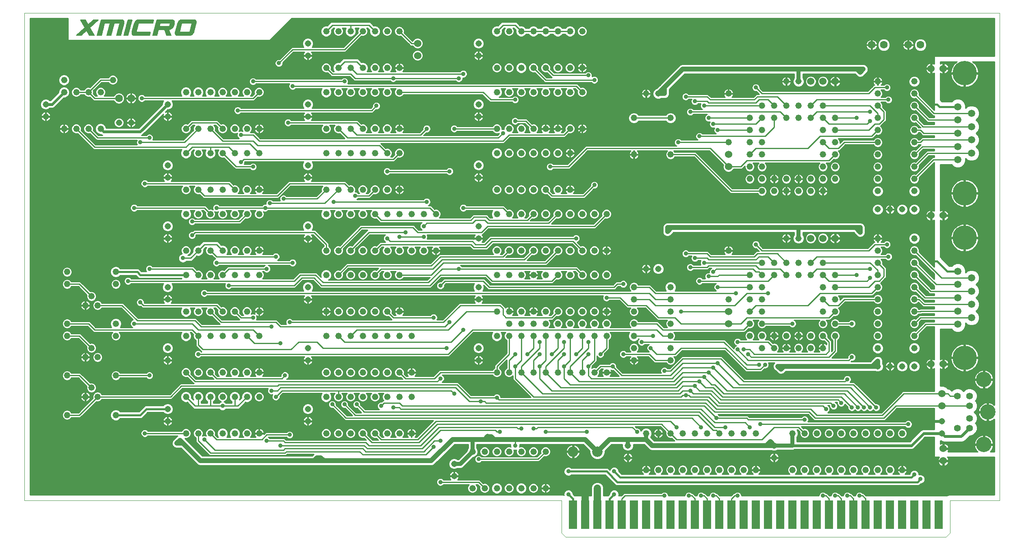
<source format=gtl>
G75*
G70*
%OFA0B0*%
%FSLAX24Y24*%
%IPPOS*%
%LPD*%
%AMOC8*
5,1,8,0,0,1.08239X$1,22.5*
%
%ADD10C,0.0000*%
%ADD11C,0.0520*%
%ADD12R,0.0650X0.2350*%
%ADD13C,0.1266*%
%ADD14C,0.0554*%
%ADD15C,0.0515*%
%ADD16C,0.0630*%
%ADD17C,0.0600*%
%ADD18C,0.2000*%
%ADD19C,0.0594*%
%ADD20C,0.0860*%
%ADD21C,0.2500*%
%ADD22C,0.0100*%
%ADD23C,0.0357*%
%ADD24C,0.0400*%
%ADD25C,0.0600*%
%ADD26C,0.0160*%
%ADD27C,0.0240*%
%ADD28C,0.0320*%
%ADD29C,0.0060*%
D10*
X000180Y003100D02*
X000180Y043100D01*
X080180Y043100D01*
X080180Y003100D01*
X076180Y003100D01*
X076110Y003100D01*
X076110Y000420D01*
X075790Y000100D01*
X044570Y000100D01*
X044250Y000420D01*
X044250Y003100D01*
X044180Y003100D01*
X000180Y003100D01*
D11*
X013430Y008600D03*
X014430Y008600D03*
X015430Y008600D03*
X016430Y008600D03*
X017430Y008600D03*
X018430Y008600D03*
X019430Y008600D03*
X019430Y011600D03*
X018430Y011600D03*
X017430Y011600D03*
X016430Y011600D03*
X015430Y011600D03*
X014430Y011600D03*
X013430Y011600D03*
X013430Y013600D03*
X014430Y013600D03*
X015430Y013600D03*
X016430Y013600D03*
X017430Y013600D03*
X018430Y013600D03*
X019430Y013600D03*
X019430Y016600D03*
X018430Y016600D03*
X017430Y016600D03*
X016430Y016600D03*
X015430Y016600D03*
X014430Y016600D03*
X013430Y016600D03*
X013430Y018600D03*
X014430Y018600D03*
X015430Y018600D03*
X016430Y018600D03*
X017430Y018600D03*
X018430Y018600D03*
X019430Y018600D03*
X019430Y021600D03*
X018430Y021600D03*
X017430Y021600D03*
X016430Y021600D03*
X015430Y021600D03*
X014430Y021600D03*
X013430Y021600D03*
X013430Y023600D03*
X014430Y023600D03*
X015430Y023600D03*
X016430Y023600D03*
X017430Y023600D03*
X018430Y023600D03*
X019430Y023600D03*
X019430Y026600D03*
X018430Y026600D03*
X017430Y026600D03*
X016430Y026600D03*
X015430Y026600D03*
X014430Y026600D03*
X013430Y026600D03*
X013430Y028600D03*
X014430Y028600D03*
X015430Y028600D03*
X016430Y028600D03*
X017430Y028600D03*
X018430Y028600D03*
X019430Y028600D03*
X019430Y031600D03*
X018430Y031600D03*
X017430Y031600D03*
X016430Y031600D03*
X015430Y031600D03*
X014430Y031600D03*
X013430Y031600D03*
X013430Y033600D03*
X014430Y033600D03*
X015430Y033600D03*
X016430Y033600D03*
X017430Y033600D03*
X018430Y033600D03*
X019430Y033600D03*
X019430Y036600D03*
X018430Y036600D03*
X017430Y036600D03*
X016430Y036600D03*
X015430Y036600D03*
X014430Y036600D03*
X013430Y036600D03*
X007430Y037600D03*
X006430Y036600D03*
X005430Y036600D03*
X004430Y036600D03*
X003430Y036600D03*
X003430Y037600D03*
X003430Y033600D03*
X004430Y033600D03*
X005430Y033600D03*
X006430Y033600D03*
X024930Y033600D03*
X025930Y033600D03*
X026930Y033600D03*
X027930Y033600D03*
X028930Y033600D03*
X029930Y033600D03*
X030930Y033600D03*
X030930Y031600D03*
X029930Y031600D03*
X028930Y031600D03*
X027930Y031600D03*
X026930Y031600D03*
X025930Y031600D03*
X024930Y031600D03*
X024930Y028600D03*
X025930Y028600D03*
X026930Y028600D03*
X027930Y028600D03*
X028930Y028600D03*
X029930Y028600D03*
X030930Y028600D03*
X030930Y026600D03*
X031930Y026600D03*
X032930Y026600D03*
X033930Y026600D03*
X029930Y026600D03*
X028930Y026600D03*
X027930Y026600D03*
X026930Y026600D03*
X025930Y026600D03*
X024930Y026600D03*
X024930Y023600D03*
X025930Y023600D03*
X026930Y023600D03*
X027930Y023600D03*
X028930Y023600D03*
X029930Y023600D03*
X030930Y023600D03*
X031930Y023600D03*
X032930Y023600D03*
X033930Y023600D03*
X030930Y021600D03*
X029930Y021600D03*
X028930Y021600D03*
X027930Y021600D03*
X026930Y021600D03*
X025930Y021600D03*
X024930Y021600D03*
X024930Y018600D03*
X025930Y018600D03*
X026930Y018600D03*
X027930Y018600D03*
X028930Y018600D03*
X029930Y018600D03*
X030930Y018600D03*
X030930Y016600D03*
X031930Y016600D03*
X029930Y016600D03*
X028930Y016600D03*
X027930Y016600D03*
X026930Y016600D03*
X025930Y016600D03*
X024930Y016600D03*
X024930Y013600D03*
X025930Y013600D03*
X026930Y013600D03*
X027930Y013600D03*
X028930Y013600D03*
X029930Y013600D03*
X030930Y013600D03*
X031930Y013600D03*
X031930Y011600D03*
X030930Y011600D03*
X029930Y011600D03*
X028930Y011600D03*
X027930Y011600D03*
X026930Y011600D03*
X025930Y011600D03*
X024930Y011600D03*
X024930Y008600D03*
X025930Y008600D03*
X026930Y008600D03*
X027930Y008600D03*
X028930Y008600D03*
X029930Y008600D03*
X030930Y008600D03*
X031930Y008600D03*
X036930Y007100D03*
X037930Y007100D03*
X038930Y007100D03*
X039930Y007100D03*
X040930Y007100D03*
X041930Y007100D03*
X042930Y007100D03*
X042930Y004100D03*
X041930Y004100D03*
X040930Y004100D03*
X039930Y004100D03*
X038930Y004100D03*
X037930Y004100D03*
X036930Y004100D03*
X051180Y005600D03*
X052180Y005600D03*
X053180Y005600D03*
X054180Y005600D03*
X055180Y005600D03*
X056180Y005600D03*
X057180Y005600D03*
X058180Y005600D03*
X059180Y005600D03*
X060180Y005600D03*
X063180Y005600D03*
X064180Y005600D03*
X065180Y005600D03*
X066180Y005600D03*
X067180Y005600D03*
X068180Y005600D03*
X069180Y005600D03*
X070180Y005600D03*
X071180Y005600D03*
X072180Y005600D03*
X072180Y008600D03*
X071180Y008600D03*
X070180Y008600D03*
X069180Y008600D03*
X068180Y008600D03*
X067180Y008600D03*
X066180Y008600D03*
X065180Y008600D03*
X064180Y008600D03*
X063180Y008600D03*
X060180Y008600D03*
X059180Y008600D03*
X058180Y008600D03*
X057180Y008600D03*
X056180Y008600D03*
X055180Y008600D03*
X054180Y008600D03*
X053180Y008600D03*
X052180Y008600D03*
X051180Y008600D03*
X047930Y013600D03*
X046930Y013600D03*
X045930Y013600D03*
X044930Y013600D03*
X043930Y013600D03*
X042930Y013600D03*
X041930Y013600D03*
X040930Y013600D03*
X039930Y013600D03*
X038930Y013600D03*
X038930Y016600D03*
X039930Y016600D03*
X040930Y016600D03*
X041930Y016600D03*
X042930Y016600D03*
X043930Y016600D03*
X044930Y016600D03*
X045930Y016600D03*
X045930Y017600D03*
X044930Y017600D03*
X043930Y017600D03*
X042930Y017600D03*
X041930Y017600D03*
X040930Y017600D03*
X039930Y017600D03*
X039930Y018600D03*
X038930Y018600D03*
X040930Y018600D03*
X041930Y018600D03*
X042930Y018600D03*
X043930Y018600D03*
X044930Y018600D03*
X045930Y018600D03*
X046930Y018600D03*
X047930Y018600D03*
X047930Y017600D03*
X046930Y017600D03*
X046930Y016600D03*
X047930Y016600D03*
X050180Y016600D03*
X050180Y017600D03*
X050180Y018600D03*
X050180Y019600D03*
X050180Y020600D03*
X047930Y021600D03*
X046930Y021600D03*
X045930Y021600D03*
X044930Y021600D03*
X043930Y021600D03*
X042930Y021600D03*
X041930Y021600D03*
X040930Y021600D03*
X039930Y021600D03*
X038930Y021600D03*
X038930Y023600D03*
X039930Y023600D03*
X040930Y023600D03*
X041930Y023600D03*
X042930Y023600D03*
X043930Y023600D03*
X044930Y023600D03*
X045930Y023600D03*
X046930Y023600D03*
X047930Y023600D03*
X047930Y026600D03*
X046930Y026600D03*
X045930Y026600D03*
X044930Y026600D03*
X043930Y026600D03*
X042930Y026600D03*
X041930Y026600D03*
X040930Y026600D03*
X039930Y026600D03*
X038930Y026600D03*
X038930Y028600D03*
X039930Y028600D03*
X040930Y028600D03*
X041930Y028600D03*
X042930Y028600D03*
X043930Y028600D03*
X044930Y028600D03*
X044930Y031600D03*
X043930Y031600D03*
X042930Y031600D03*
X041930Y031600D03*
X040930Y031600D03*
X039930Y031600D03*
X038930Y031600D03*
X038930Y033600D03*
X039930Y033600D03*
X040930Y033600D03*
X041930Y033600D03*
X042930Y033600D03*
X043930Y033600D03*
X044930Y033600D03*
X045930Y033600D03*
X050180Y034475D03*
X053180Y034475D03*
X057930Y032475D03*
X059680Y032475D03*
X060680Y032475D03*
X060680Y031475D03*
X059680Y031475D03*
X059680Y030475D03*
X060680Y030475D03*
X060680Y029475D03*
X059680Y029475D03*
X060680Y028475D03*
X061680Y028475D03*
X062680Y028475D03*
X062680Y029475D03*
X061680Y029475D03*
X063680Y029475D03*
X064680Y029475D03*
X065680Y029475D03*
X066680Y029475D03*
X066680Y030475D03*
X065680Y030475D03*
X065680Y031475D03*
X066680Y031475D03*
X066680Y032475D03*
X065680Y032475D03*
X065680Y033475D03*
X066680Y033475D03*
X066680Y034475D03*
X065680Y034475D03*
X064680Y034475D03*
X063680Y034475D03*
X063680Y035475D03*
X064680Y035475D03*
X065680Y035475D03*
X062680Y035475D03*
X061680Y035475D03*
X060680Y035475D03*
X060680Y034475D03*
X059680Y034475D03*
X061680Y034475D03*
X062680Y034475D03*
X060680Y033475D03*
X059680Y033475D03*
X057930Y036475D03*
X053180Y031475D03*
X050180Y031475D03*
X045930Y036600D03*
X044930Y036600D03*
X043930Y036600D03*
X042930Y036600D03*
X041930Y036600D03*
X040930Y036600D03*
X039930Y036600D03*
X038930Y036600D03*
X038930Y038600D03*
X039930Y038600D03*
X040930Y038600D03*
X041930Y038600D03*
X042930Y038600D03*
X043930Y038600D03*
X044930Y038600D03*
X045930Y038600D03*
X045930Y041600D03*
X044930Y041600D03*
X043930Y041600D03*
X042930Y041600D03*
X041930Y041600D03*
X040930Y041600D03*
X039930Y041600D03*
X038930Y041600D03*
X030930Y041600D03*
X029930Y041600D03*
X028930Y041600D03*
X027930Y041600D03*
X026930Y041600D03*
X025930Y041600D03*
X024930Y041600D03*
X024930Y038600D03*
X025930Y038600D03*
X026930Y038600D03*
X027930Y038600D03*
X028930Y038600D03*
X029930Y038600D03*
X030930Y038600D03*
X030930Y036600D03*
X029930Y036600D03*
X028930Y036600D03*
X027930Y036600D03*
X026930Y036600D03*
X025930Y036600D03*
X024930Y036600D03*
X007680Y021850D03*
X007680Y020850D03*
X005680Y019850D03*
X005180Y019100D03*
X006180Y019100D03*
X007680Y017600D03*
X007680Y016600D03*
X005680Y015600D03*
X005180Y014850D03*
X006180Y014850D03*
X007680Y013350D03*
X005680Y012350D03*
X005180Y011600D03*
X006180Y011600D03*
X007680Y010100D03*
X003680Y010100D03*
X003680Y013350D03*
X003680Y016600D03*
X003680Y017600D03*
X003680Y020850D03*
X003680Y021850D03*
X050180Y015600D03*
X050180Y014600D03*
X053180Y014600D03*
X053180Y015600D03*
X053180Y016600D03*
X053180Y017600D03*
X053180Y018600D03*
X053180Y019600D03*
X053180Y020600D03*
X057930Y019600D03*
X059680Y019600D03*
X060680Y019600D03*
X060680Y018600D03*
X059680Y018600D03*
X059680Y017600D03*
X060680Y017600D03*
X060680Y016600D03*
X059680Y016600D03*
X061680Y016600D03*
X062680Y016600D03*
X063680Y016600D03*
X064680Y016600D03*
X065680Y016600D03*
X066680Y016600D03*
X066680Y017600D03*
X065680Y017600D03*
X065680Y018600D03*
X066680Y018600D03*
X066680Y019600D03*
X065680Y019600D03*
X065680Y020600D03*
X066680Y020600D03*
X066680Y021600D03*
X065680Y021600D03*
X064680Y021600D03*
X063680Y021600D03*
X063680Y022600D03*
X064680Y022600D03*
X065680Y022600D03*
X062680Y022600D03*
X061680Y022600D03*
X060680Y022600D03*
X060680Y021600D03*
X059680Y021600D03*
X059680Y020600D03*
X060680Y020600D03*
X061680Y021600D03*
X062680Y021600D03*
X057930Y023600D03*
X063680Y028475D03*
X064680Y028475D03*
X065680Y028475D03*
X070180Y028475D03*
X070180Y029475D03*
X070180Y030475D03*
X070180Y031475D03*
X070180Y032475D03*
X070180Y033475D03*
X070180Y034475D03*
X070180Y035475D03*
X070180Y036475D03*
X070180Y037475D03*
X073180Y037475D03*
X073180Y036475D03*
X073180Y035475D03*
X073180Y034475D03*
X073180Y033475D03*
X073180Y032475D03*
X073180Y031475D03*
X073180Y030475D03*
X073180Y029475D03*
X073180Y028475D03*
X073180Y024600D03*
X073180Y023600D03*
X073180Y022600D03*
X073180Y021600D03*
X073180Y020600D03*
X073180Y019600D03*
X073180Y018600D03*
X073180Y017600D03*
X073180Y016600D03*
X073180Y015600D03*
X070180Y015600D03*
X070180Y016600D03*
X070180Y017600D03*
X070180Y018600D03*
X070180Y019600D03*
X070180Y020600D03*
X070180Y021600D03*
X070180Y022600D03*
X070180Y023600D03*
X070180Y024600D03*
X065680Y015600D03*
X064680Y015600D03*
X063680Y015600D03*
X062680Y015600D03*
X061680Y015600D03*
X060680Y015600D03*
D12*
X060180Y001915D03*
X061180Y001915D03*
X062180Y001915D03*
X063180Y001915D03*
X064180Y001915D03*
X065180Y001915D03*
X066180Y001915D03*
X067180Y001915D03*
X068180Y001915D03*
X069180Y001915D03*
X070180Y001915D03*
X071180Y001915D03*
X072180Y001915D03*
X073180Y001915D03*
X074180Y001915D03*
X075180Y001915D03*
X059180Y001915D03*
X058180Y001915D03*
X057180Y001915D03*
X056180Y001915D03*
X055180Y001915D03*
X054180Y001915D03*
X053180Y001915D03*
X052180Y001915D03*
X051180Y001915D03*
X050180Y001915D03*
X049180Y001915D03*
X048180Y001915D03*
X047180Y001915D03*
X046180Y001915D03*
X045180Y001915D03*
D13*
X078886Y007689D03*
X079205Y010350D03*
X078886Y013011D03*
D14*
X077705Y011669D03*
X076724Y011669D03*
X077705Y010862D03*
X077705Y009838D03*
X077705Y009031D03*
X076724Y009031D03*
D15*
X075430Y008600D03*
X075430Y009600D03*
X073180Y014100D03*
X072180Y014100D03*
X071180Y014100D03*
X070180Y014100D03*
X061680Y007600D03*
X061680Y006600D03*
X049680Y006600D03*
X049680Y007600D03*
X037430Y014600D03*
X037430Y015600D03*
X037430Y019600D03*
X037430Y020600D03*
X037430Y024600D03*
X037430Y025600D03*
X037430Y029600D03*
X037430Y030600D03*
X037430Y034600D03*
X037430Y035600D03*
X037430Y039600D03*
X037430Y040600D03*
X051180Y036475D03*
X052180Y036475D03*
X062680Y037475D03*
X063680Y037475D03*
X070180Y026975D03*
X071180Y026975D03*
X072180Y026975D03*
X073180Y026975D03*
X063680Y024600D03*
X062680Y024600D03*
X052180Y022100D03*
X051180Y022100D03*
X023430Y020600D03*
X023430Y019600D03*
X023430Y015600D03*
X023430Y014600D03*
X023430Y010600D03*
X023430Y009600D03*
X011930Y009600D03*
X011930Y010600D03*
X011930Y014600D03*
X011930Y015600D03*
X011930Y019600D03*
X011930Y020600D03*
X011930Y024600D03*
X011930Y025600D03*
X011930Y029600D03*
X011930Y030600D03*
X008930Y034100D03*
X007930Y034100D03*
X011930Y034600D03*
X011930Y035600D03*
X001930Y035600D03*
X001930Y034600D03*
X023430Y034600D03*
X023430Y035600D03*
X023430Y039600D03*
X023430Y040600D03*
X023430Y030600D03*
X023430Y029600D03*
X023430Y025600D03*
X023430Y024600D03*
X035430Y006100D03*
X035430Y005100D03*
D16*
X008930Y036100D03*
X007930Y036100D03*
X069680Y040475D03*
X070680Y040475D03*
X072680Y040475D03*
X073680Y040475D03*
D17*
X074555Y038538D03*
X075555Y038538D03*
X066680Y037475D03*
X065680Y037475D03*
X064680Y037475D03*
X057930Y031475D03*
X057930Y030475D03*
X064680Y024600D03*
X065680Y024600D03*
X066680Y024600D03*
X074555Y026475D03*
X075555Y026475D03*
X057930Y018600D03*
X057930Y017600D03*
X074555Y014288D03*
X075555Y014288D03*
X075430Y011850D03*
X075430Y010850D03*
X075555Y007350D03*
X075555Y006350D03*
X032430Y039600D03*
X032430Y040600D03*
D18*
X077305Y038144D03*
X077305Y028306D03*
X077305Y024644D03*
X077305Y014806D03*
D19*
X076746Y017544D03*
X076746Y018634D03*
X077864Y018089D03*
X077864Y019180D03*
X076746Y019725D03*
X076746Y020816D03*
X077864Y021361D03*
X077864Y020270D03*
X076746Y021906D03*
X076746Y031044D03*
X076746Y032134D03*
X077864Y031589D03*
X077864Y032680D03*
X076746Y033225D03*
X076746Y034316D03*
X077864Y034861D03*
X077864Y033770D03*
X076746Y035406D03*
D20*
X047180Y007100D03*
X045180Y007100D03*
D21*
X078180Y005100D03*
X078180Y041100D03*
X002180Y041100D03*
X002180Y005100D03*
D22*
X000630Y005070D02*
X035023Y005070D01*
X035023Y005071D02*
X035023Y005068D01*
X035033Y005005D01*
X035052Y004944D01*
X035081Y004886D01*
X035119Y004835D01*
X035154Y004800D01*
X034569Y004800D01*
X034491Y004878D01*
X034370Y004928D01*
X034240Y004928D01*
X034119Y004878D01*
X034027Y004786D01*
X033977Y004665D01*
X033977Y004535D01*
X034027Y004414D01*
X034119Y004322D01*
X034240Y004272D01*
X034370Y004272D01*
X034491Y004322D01*
X034569Y004400D01*
X036650Y004400D01*
X036582Y004332D01*
X036520Y004182D01*
X036520Y004018D01*
X036582Y003868D01*
X036698Y003752D01*
X036848Y003690D01*
X037012Y003690D01*
X037162Y003752D01*
X037278Y003868D01*
X037340Y004018D01*
X037340Y004182D01*
X037278Y004332D01*
X037210Y004400D01*
X037347Y004400D01*
X037533Y004214D01*
X037520Y004182D01*
X037520Y004018D01*
X037582Y003868D01*
X037698Y003752D01*
X037848Y003690D01*
X038012Y003690D01*
X038162Y003752D01*
X038278Y003868D01*
X038340Y004018D01*
X038340Y004182D01*
X038278Y004332D01*
X038162Y004448D01*
X038012Y004510D01*
X037848Y004510D01*
X037816Y004497D01*
X037513Y004800D01*
X035706Y004800D01*
X035741Y004835D01*
X035779Y004886D01*
X035808Y004944D01*
X035827Y005005D01*
X035837Y005068D01*
X035837Y005071D01*
X035459Y005071D01*
X035459Y005129D01*
X035401Y005129D01*
X035401Y005507D01*
X035398Y005507D01*
X035335Y005497D01*
X035274Y005478D01*
X035216Y005449D01*
X035165Y005411D01*
X035119Y005365D01*
X035081Y005314D01*
X035052Y005256D01*
X035033Y005195D01*
X035023Y005132D01*
X035023Y005129D01*
X035401Y005129D01*
X035401Y005071D01*
X035023Y005071D01*
X035028Y005169D02*
X000630Y005169D01*
X000630Y005267D02*
X035058Y005267D01*
X035119Y005366D02*
X000630Y005366D01*
X000630Y005464D02*
X035247Y005464D01*
X035401Y005464D02*
X035459Y005464D01*
X035459Y005507D02*
X035459Y005129D01*
X035837Y005129D01*
X035837Y005132D01*
X035827Y005195D01*
X035808Y005256D01*
X035779Y005314D01*
X035741Y005365D01*
X035695Y005411D01*
X035644Y005449D01*
X035586Y005478D01*
X035525Y005497D01*
X035462Y005507D01*
X035459Y005507D01*
X035459Y005366D02*
X035401Y005366D01*
X035401Y005267D02*
X035459Y005267D01*
X035459Y005169D02*
X035401Y005169D01*
X035613Y005464D02*
X044427Y005464D01*
X044427Y005400D02*
X044484Y005261D01*
X044591Y005154D01*
X044730Y005097D01*
X044880Y005097D01*
X045019Y005154D01*
X045060Y005195D01*
X047814Y005195D01*
X048646Y004363D01*
X048749Y004320D01*
X073486Y004320D01*
X073589Y004363D01*
X073667Y004441D01*
X073698Y004472D01*
X073755Y004472D01*
X073894Y004529D01*
X074001Y004636D01*
X074058Y004775D01*
X074058Y004925D01*
X074001Y005064D01*
X073894Y005171D01*
X073755Y005228D01*
X073605Y005228D01*
X073558Y005209D01*
X073558Y005300D01*
X073501Y005439D01*
X073394Y005546D01*
X073255Y005603D01*
X073105Y005603D01*
X072966Y005546D01*
X072859Y005439D01*
X072802Y005300D01*
X072802Y005255D01*
X072403Y005255D01*
X072447Y005287D01*
X072493Y005333D01*
X072531Y005385D01*
X072560Y005443D01*
X072580Y005504D01*
X072590Y005568D01*
X072590Y005570D01*
X072210Y005570D01*
X072210Y005630D01*
X072150Y005630D01*
X072150Y006010D01*
X072148Y006010D01*
X072084Y006000D01*
X072023Y005980D01*
X071965Y005951D01*
X071913Y005913D01*
X071867Y005867D01*
X071829Y005815D01*
X071800Y005757D01*
X071780Y005696D01*
X071770Y005632D01*
X071770Y005630D01*
X072150Y005630D01*
X072150Y005570D01*
X071770Y005570D01*
X071770Y005568D01*
X071780Y005504D01*
X071800Y005443D01*
X071829Y005385D01*
X071867Y005333D01*
X071913Y005287D01*
X071957Y005255D01*
X071415Y005255D01*
X071528Y005368D01*
X071590Y005518D01*
X071590Y005682D01*
X071528Y005832D01*
X071412Y005948D01*
X071262Y006010D01*
X071098Y006010D01*
X070948Y005948D01*
X070832Y005832D01*
X070770Y005682D01*
X070770Y005518D01*
X070832Y005368D01*
X070945Y005255D01*
X070415Y005255D01*
X070528Y005368D01*
X070590Y005518D01*
X070590Y005682D01*
X070528Y005832D01*
X070412Y005948D01*
X070262Y006010D01*
X070098Y006010D01*
X069948Y005948D01*
X069832Y005832D01*
X069770Y005682D01*
X069770Y005518D01*
X069832Y005368D01*
X069945Y005255D01*
X069415Y005255D01*
X069528Y005368D01*
X069590Y005518D01*
X069590Y005682D01*
X069528Y005832D01*
X069412Y005948D01*
X069262Y006010D01*
X069098Y006010D01*
X068948Y005948D01*
X068832Y005832D01*
X068770Y005682D01*
X068770Y005518D01*
X068832Y005368D01*
X068945Y005255D01*
X068415Y005255D01*
X068528Y005368D01*
X068590Y005518D01*
X068590Y005682D01*
X068528Y005832D01*
X068412Y005948D01*
X068262Y006010D01*
X068098Y006010D01*
X067948Y005948D01*
X067832Y005832D01*
X067770Y005682D01*
X067770Y005518D01*
X067832Y005368D01*
X067945Y005255D01*
X067415Y005255D01*
X067528Y005368D01*
X067590Y005518D01*
X067590Y005682D01*
X067528Y005832D01*
X067412Y005948D01*
X067262Y006010D01*
X067098Y006010D01*
X066948Y005948D01*
X066832Y005832D01*
X066770Y005682D01*
X066770Y005518D01*
X066832Y005368D01*
X066945Y005255D01*
X066415Y005255D01*
X066528Y005368D01*
X066590Y005518D01*
X066590Y005682D01*
X066528Y005832D01*
X066412Y005948D01*
X066262Y006010D01*
X066098Y006010D01*
X065948Y005948D01*
X065832Y005832D01*
X065770Y005682D01*
X065770Y005518D01*
X065832Y005368D01*
X065945Y005255D01*
X065415Y005255D01*
X065528Y005368D01*
X065590Y005518D01*
X065590Y005682D01*
X065528Y005832D01*
X065412Y005948D01*
X065262Y006010D01*
X065098Y006010D01*
X064948Y005948D01*
X064832Y005832D01*
X064770Y005682D01*
X064770Y005518D01*
X064832Y005368D01*
X064945Y005255D01*
X064415Y005255D01*
X064528Y005368D01*
X064590Y005518D01*
X064590Y005682D01*
X064528Y005832D01*
X064412Y005948D01*
X064262Y006010D01*
X064098Y006010D01*
X063948Y005948D01*
X063832Y005832D01*
X063770Y005682D01*
X063770Y005518D01*
X063832Y005368D01*
X063945Y005255D01*
X063415Y005255D01*
X063528Y005368D01*
X063590Y005518D01*
X063590Y005682D01*
X063528Y005832D01*
X063412Y005948D01*
X063262Y006010D01*
X063098Y006010D01*
X062948Y005948D01*
X062832Y005832D01*
X062770Y005682D01*
X062770Y005518D01*
X062832Y005368D01*
X062945Y005255D01*
X060403Y005255D01*
X060447Y005287D01*
X060493Y005333D01*
X060531Y005385D01*
X060560Y005443D01*
X060580Y005504D01*
X060590Y005568D01*
X060590Y005570D01*
X060210Y005570D01*
X060210Y005630D01*
X060150Y005630D01*
X060150Y006010D01*
X060148Y006010D01*
X060084Y006000D01*
X060023Y005980D01*
X059965Y005951D01*
X059913Y005913D01*
X059867Y005867D01*
X059829Y005815D01*
X059800Y005757D01*
X059780Y005696D01*
X059770Y005632D01*
X059770Y005630D01*
X060150Y005630D01*
X060150Y005570D01*
X059770Y005570D01*
X059770Y005568D01*
X059780Y005504D01*
X059800Y005443D01*
X059829Y005385D01*
X059867Y005333D01*
X059913Y005287D01*
X059957Y005255D01*
X059415Y005255D01*
X059528Y005368D01*
X059590Y005518D01*
X059590Y005682D01*
X059528Y005832D01*
X059412Y005948D01*
X059262Y006010D01*
X059098Y006010D01*
X058948Y005948D01*
X058832Y005832D01*
X058770Y005682D01*
X058770Y005518D01*
X058832Y005368D01*
X058945Y005255D01*
X058415Y005255D01*
X058528Y005368D01*
X058590Y005518D01*
X058590Y005682D01*
X058528Y005832D01*
X058412Y005948D01*
X058262Y006010D01*
X058098Y006010D01*
X057948Y005948D01*
X057832Y005832D01*
X057770Y005682D01*
X057770Y005518D01*
X057832Y005368D01*
X057945Y005255D01*
X057415Y005255D01*
X057528Y005368D01*
X057590Y005518D01*
X057590Y005682D01*
X057528Y005832D01*
X057412Y005948D01*
X057262Y006010D01*
X057098Y006010D01*
X056948Y005948D01*
X056832Y005832D01*
X056770Y005682D01*
X056770Y005518D01*
X056832Y005368D01*
X056945Y005255D01*
X056415Y005255D01*
X056528Y005368D01*
X056590Y005518D01*
X056590Y005682D01*
X056528Y005832D01*
X056412Y005948D01*
X056262Y006010D01*
X056098Y006010D01*
X055948Y005948D01*
X055832Y005832D01*
X055770Y005682D01*
X055770Y005518D01*
X055832Y005368D01*
X055945Y005255D01*
X055415Y005255D01*
X055528Y005368D01*
X055590Y005518D01*
X055590Y005682D01*
X055528Y005832D01*
X055412Y005948D01*
X055262Y006010D01*
X055098Y006010D01*
X054948Y005948D01*
X054832Y005832D01*
X054770Y005682D01*
X054770Y005518D01*
X054832Y005368D01*
X054945Y005255D01*
X054415Y005255D01*
X054528Y005368D01*
X054590Y005518D01*
X054590Y005682D01*
X054528Y005832D01*
X054412Y005948D01*
X054262Y006010D01*
X054098Y006010D01*
X053948Y005948D01*
X053832Y005832D01*
X053770Y005682D01*
X053770Y005518D01*
X053832Y005368D01*
X053945Y005255D01*
X053415Y005255D01*
X053528Y005368D01*
X053590Y005518D01*
X053590Y005682D01*
X053528Y005832D01*
X053412Y005948D01*
X053262Y006010D01*
X053098Y006010D01*
X052948Y005948D01*
X052832Y005832D01*
X052770Y005682D01*
X052770Y005518D01*
X052832Y005368D01*
X052945Y005255D01*
X052415Y005255D01*
X052528Y005368D01*
X052590Y005518D01*
X052590Y005682D01*
X052528Y005832D01*
X052412Y005948D01*
X052262Y006010D01*
X052098Y006010D01*
X051948Y005948D01*
X051832Y005832D01*
X051770Y005682D01*
X051770Y005518D01*
X051832Y005368D01*
X051945Y005255D01*
X051403Y005255D01*
X051447Y005287D01*
X051493Y005333D01*
X051531Y005385D01*
X051560Y005443D01*
X051580Y005504D01*
X051590Y005568D01*
X051590Y005570D01*
X051210Y005570D01*
X051210Y005630D01*
X051150Y005630D01*
X051150Y006010D01*
X051148Y006010D01*
X051084Y006000D01*
X051023Y005980D01*
X050965Y005951D01*
X050913Y005913D01*
X050867Y005867D01*
X050829Y005815D01*
X050800Y005757D01*
X050780Y005696D01*
X050770Y005632D01*
X050770Y005630D01*
X051150Y005630D01*
X051150Y005570D01*
X050770Y005570D01*
X050770Y005568D01*
X050780Y005504D01*
X050800Y005443D01*
X050829Y005385D01*
X050867Y005333D01*
X050913Y005287D01*
X050957Y005255D01*
X049171Y005255D01*
X048933Y005493D01*
X048933Y005550D01*
X048876Y005689D01*
X048769Y005796D01*
X048630Y005853D01*
X048480Y005853D01*
X048341Y005796D01*
X048234Y005689D01*
X048198Y005603D01*
X048167Y005634D01*
X048089Y005712D01*
X047986Y005755D01*
X045060Y005755D01*
X045019Y005796D01*
X044880Y005853D01*
X044730Y005853D01*
X044591Y005796D01*
X044484Y005689D01*
X044427Y005550D01*
X044427Y005400D01*
X044441Y005366D02*
X035741Y005366D01*
X035802Y005267D02*
X044482Y005267D01*
X044576Y005169D02*
X035832Y005169D01*
X035837Y005070D02*
X047939Y005070D01*
X047841Y005169D02*
X045034Y005169D01*
X044432Y005563D02*
X000630Y005563D01*
X000630Y005661D02*
X035294Y005661D01*
X035339Y005643D02*
X035521Y005643D01*
X035689Y005712D01*
X035717Y005740D01*
X036002Y005740D01*
X036134Y005795D01*
X036979Y006640D01*
X037021Y006640D01*
X037191Y006710D01*
X037320Y006839D01*
X037390Y007008D01*
X037390Y007191D01*
X037320Y007361D01*
X037290Y007391D01*
X037290Y007700D01*
X040062Y007700D01*
X040052Y007675D01*
X040052Y007525D01*
X040067Y007487D01*
X040012Y007510D01*
X039848Y007510D01*
X039698Y007448D01*
X039582Y007332D01*
X039520Y007182D01*
X039520Y007018D01*
X039582Y006868D01*
X039698Y006752D01*
X039848Y006690D01*
X040012Y006690D01*
X040162Y006752D01*
X040278Y006868D01*
X040340Y007018D01*
X040340Y007182D01*
X040317Y007237D01*
X040317Y007237D01*
X040355Y007222D01*
X040505Y007222D01*
X040543Y007237D01*
X040543Y007237D01*
X040520Y007182D01*
X040520Y007018D01*
X040582Y006868D01*
X040698Y006752D01*
X040848Y006690D01*
X041012Y006690D01*
X041162Y006752D01*
X041278Y006868D01*
X041340Y007018D01*
X041340Y007182D01*
X041278Y007332D01*
X041162Y007448D01*
X041012Y007510D01*
X040848Y007510D01*
X040793Y007487D01*
X040808Y007525D01*
X040808Y007675D01*
X040798Y007700D01*
X046014Y007700D01*
X046550Y007164D01*
X046550Y006975D01*
X046646Y006743D01*
X046823Y006566D01*
X047055Y006470D01*
X047305Y006470D01*
X047537Y006566D01*
X047714Y006743D01*
X047810Y006975D01*
X047810Y007164D01*
X048346Y007700D01*
X049226Y007700D01*
X049223Y007691D01*
X049223Y007509D01*
X049292Y007341D01*
X049421Y007212D01*
X049589Y007143D01*
X049771Y007143D01*
X049939Y007212D01*
X050068Y007341D01*
X050137Y007509D01*
X050137Y007691D01*
X050134Y007700D01*
X051014Y007700D01*
X051341Y007373D01*
X051453Y007261D01*
X051600Y007200D01*
X061450Y007200D01*
X061589Y007143D01*
X061771Y007143D01*
X061939Y007212D01*
X061967Y007240D01*
X063252Y007240D01*
X063348Y007280D01*
X072994Y007280D01*
X073111Y007329D01*
X074063Y008280D01*
X074805Y008280D01*
X074805Y006650D01*
X075219Y006650D01*
X075212Y006643D01*
X075170Y006586D01*
X075138Y006523D01*
X075116Y006455D01*
X075107Y006400D01*
X075505Y006400D01*
X075505Y006300D01*
X075605Y006300D01*
X075605Y006400D01*
X076003Y006400D01*
X075994Y006455D01*
X075972Y006523D01*
X075940Y006586D01*
X075898Y006643D01*
X075891Y006650D01*
X079730Y006650D01*
X079730Y003550D01*
X076020Y003550D01*
X075855Y003481D01*
X075849Y003475D01*
X069213Y003475D01*
X069130Y003558D01*
X069013Y003675D01*
X068944Y003675D01*
X068866Y003753D01*
X068745Y003803D01*
X068615Y003803D01*
X068494Y003753D01*
X068402Y003661D01*
X068352Y003540D01*
X068352Y003475D01*
X068213Y003475D01*
X068130Y003558D01*
X068013Y003675D01*
X067944Y003675D01*
X067866Y003753D01*
X067745Y003803D01*
X067615Y003803D01*
X067494Y003753D01*
X067402Y003661D01*
X067352Y003540D01*
X067352Y003475D01*
X067213Y003475D01*
X067130Y003558D01*
X067013Y003675D01*
X066944Y003675D01*
X066866Y003753D01*
X066745Y003803D01*
X066615Y003803D01*
X066494Y003753D01*
X066402Y003661D01*
X066352Y003540D01*
X066352Y003475D01*
X066213Y003475D01*
X066130Y003558D01*
X066013Y003675D01*
X065944Y003675D01*
X065866Y003753D01*
X065745Y003803D01*
X065615Y003803D01*
X065494Y003753D01*
X065402Y003661D01*
X065352Y003540D01*
X065352Y003475D01*
X059008Y003475D01*
X059008Y003540D01*
X058958Y003661D01*
X058866Y003753D01*
X058745Y003803D01*
X058615Y003803D01*
X058494Y003753D01*
X058416Y003675D01*
X058347Y003675D01*
X058230Y003558D01*
X058147Y003475D01*
X057213Y003475D01*
X057130Y003558D01*
X057013Y003675D01*
X056944Y003675D01*
X056866Y003753D01*
X056745Y003803D01*
X056615Y003803D01*
X056494Y003753D01*
X056402Y003661D01*
X056352Y003540D01*
X056352Y003475D01*
X056213Y003475D01*
X056130Y003558D01*
X056013Y003675D01*
X055944Y003675D01*
X055866Y003753D01*
X055745Y003803D01*
X055615Y003803D01*
X055494Y003753D01*
X055402Y003661D01*
X055352Y003540D01*
X055352Y003475D01*
X055213Y003475D01*
X055130Y003558D01*
X055013Y003675D01*
X054944Y003675D01*
X054866Y003753D01*
X054745Y003803D01*
X054615Y003803D01*
X054494Y003753D01*
X054402Y003661D01*
X054352Y003540D01*
X054352Y003475D01*
X053008Y003475D01*
X053008Y003540D01*
X052958Y003661D01*
X052866Y003753D01*
X052745Y003803D01*
X052615Y003803D01*
X052494Y003753D01*
X052416Y003675D01*
X049347Y003675D01*
X049230Y003558D01*
X049147Y003475D01*
X048913Y003475D01*
X048933Y003525D01*
X048933Y003675D01*
X048876Y003814D01*
X048769Y003921D01*
X048630Y003978D01*
X048480Y003978D01*
X048341Y003921D01*
X048234Y003814D01*
X048177Y003675D01*
X048177Y003618D01*
X048034Y003475D01*
X047680Y003475D01*
X047680Y004199D01*
X047604Y004383D01*
X047463Y004524D01*
X047279Y004600D01*
X047081Y004600D01*
X046897Y004524D01*
X046756Y004383D01*
X046680Y004199D01*
X046680Y003475D01*
X045326Y003475D01*
X045183Y003618D01*
X045183Y003675D01*
X045126Y003814D01*
X045019Y003921D01*
X044880Y003978D01*
X044730Y003978D01*
X044591Y003921D01*
X044484Y003814D01*
X044427Y003675D01*
X044427Y003525D01*
X044432Y003512D01*
X044340Y003550D01*
X000630Y003550D01*
X000630Y042650D01*
X003730Y042650D01*
X003730Y040850D01*
X020305Y040850D01*
X022105Y042650D01*
X079730Y042650D01*
X079730Y039550D01*
X074805Y039550D01*
X074805Y038912D01*
X074791Y038922D01*
X074728Y038955D01*
X074660Y038976D01*
X074605Y038985D01*
X074605Y038588D01*
X074505Y038588D01*
X074505Y038985D01*
X074450Y038976D01*
X074382Y038955D01*
X074319Y038922D01*
X074262Y038881D01*
X074212Y038831D01*
X074170Y038773D01*
X074138Y038710D01*
X074116Y038643D01*
X074107Y038587D01*
X074505Y038587D01*
X074505Y038488D01*
X074107Y038488D01*
X074116Y038432D01*
X074138Y038365D01*
X074170Y038302D01*
X074212Y038244D01*
X074262Y038194D01*
X074319Y038153D01*
X074382Y038120D01*
X074450Y038099D01*
X074505Y038090D01*
X074505Y038487D01*
X074605Y038487D01*
X074605Y038090D01*
X074660Y038099D01*
X074728Y038120D01*
X074791Y038153D01*
X074805Y038163D01*
X074805Y035133D01*
X073577Y036361D01*
X073590Y036393D01*
X074805Y036393D01*
X074805Y036295D02*
X073643Y036295D01*
X073590Y036393D02*
X073590Y036557D01*
X073528Y036707D01*
X073412Y036823D01*
X073262Y036885D01*
X073098Y036885D01*
X072948Y036823D01*
X072832Y036707D01*
X072770Y036557D01*
X072770Y036393D01*
X070590Y036393D01*
X070590Y036557D01*
X070528Y036707D01*
X070460Y036775D01*
X070666Y036775D01*
X070744Y036697D01*
X070865Y036647D01*
X070995Y036647D01*
X071116Y036697D01*
X071208Y036789D01*
X071258Y036910D01*
X071258Y037040D01*
X071208Y037161D01*
X071116Y037253D01*
X070995Y037303D01*
X070865Y037303D01*
X070744Y037253D01*
X070666Y037175D01*
X070460Y037175D01*
X070493Y037208D01*
X070531Y037260D01*
X070560Y037318D01*
X070580Y037379D01*
X070590Y037443D01*
X070590Y037445D01*
X070210Y037445D01*
X070210Y037505D01*
X070150Y037505D01*
X070150Y037885D01*
X070148Y037885D01*
X070084Y037875D01*
X070023Y037855D01*
X069965Y037826D01*
X069913Y037788D01*
X069867Y037742D01*
X069829Y037690D01*
X069800Y037632D01*
X069780Y037571D01*
X069770Y037507D01*
X069770Y037505D01*
X070150Y037505D01*
X070150Y037445D01*
X069770Y037445D01*
X069770Y037443D01*
X069780Y037379D01*
X069800Y037318D01*
X069829Y037260D01*
X069867Y037208D01*
X069900Y037175D01*
X069847Y037175D01*
X069730Y037058D01*
X069347Y036675D01*
X060763Y036675D01*
X060508Y036929D01*
X060508Y037040D01*
X060458Y037161D01*
X060366Y037253D01*
X060245Y037303D01*
X060115Y037303D01*
X059994Y037253D01*
X059902Y037161D01*
X059852Y037040D01*
X059852Y036910D01*
X059902Y036789D01*
X059994Y036697D01*
X060115Y036647D01*
X060226Y036647D01*
X060447Y036425D01*
X060222Y036425D01*
X060105Y036308D01*
X060105Y036308D01*
X059972Y036175D01*
X058210Y036175D01*
X058243Y036208D01*
X058281Y036260D01*
X058310Y036318D01*
X058330Y036379D01*
X058340Y036443D01*
X058340Y036445D01*
X057960Y036445D01*
X057960Y036505D01*
X057900Y036505D01*
X057900Y036885D01*
X057898Y036885D01*
X057834Y036875D01*
X057773Y036855D01*
X057715Y036826D01*
X057663Y036788D01*
X057617Y036742D01*
X057579Y036690D01*
X057550Y036632D01*
X057530Y036571D01*
X057520Y036507D01*
X057520Y036505D01*
X057900Y036505D01*
X057900Y036445D01*
X057520Y036445D01*
X057520Y036443D01*
X057530Y036379D01*
X057550Y036318D01*
X057579Y036260D01*
X057617Y036208D01*
X057650Y036175D01*
X056513Y036175D01*
X056380Y036308D01*
X056263Y036425D01*
X054694Y036425D01*
X054616Y036503D01*
X054495Y036553D01*
X054365Y036553D01*
X054244Y036503D01*
X054152Y036411D01*
X054102Y036290D01*
X054102Y036160D01*
X054152Y036039D01*
X054244Y035947D01*
X054365Y035897D01*
X054495Y035897D01*
X054616Y035947D01*
X054694Y036025D01*
X054897Y036025D01*
X054852Y035915D01*
X054852Y035785D01*
X054902Y035664D01*
X054994Y035572D01*
X055115Y035522D01*
X055245Y035522D01*
X055366Y035572D01*
X055444Y035650D01*
X055647Y035650D01*
X055602Y035540D01*
X055602Y035410D01*
X055652Y035289D01*
X055744Y035197D01*
X055796Y035175D01*
X055069Y035175D01*
X054991Y035253D01*
X054870Y035303D01*
X054740Y035303D01*
X054619Y035253D01*
X054527Y035161D01*
X054477Y035040D01*
X054477Y034910D01*
X054527Y034789D01*
X054619Y034697D01*
X054740Y034647D01*
X054870Y034647D01*
X054991Y034697D01*
X055069Y034775D01*
X056171Y034775D01*
X056119Y034753D01*
X056027Y034661D01*
X055977Y034540D01*
X055977Y034410D01*
X056027Y034289D01*
X056119Y034197D01*
X056240Y034147D01*
X056370Y034147D01*
X056401Y034159D01*
X056352Y034040D01*
X056352Y033910D01*
X056402Y033789D01*
X056494Y033697D01*
X056615Y033647D01*
X056745Y033647D01*
X056776Y033659D01*
X056727Y033540D01*
X056727Y033410D01*
X056777Y033289D01*
X056869Y033197D01*
X056921Y033175D01*
X055819Y033175D01*
X055741Y033253D01*
X055620Y033303D01*
X055490Y033303D01*
X055369Y033253D01*
X055277Y033161D01*
X055227Y033040D01*
X055227Y032910D01*
X055277Y032789D01*
X055369Y032697D01*
X055421Y032675D01*
X054069Y032675D01*
X053991Y032753D01*
X053870Y032803D01*
X053740Y032803D01*
X053619Y032753D01*
X053527Y032661D01*
X053477Y032540D01*
X053477Y032410D01*
X053527Y032289D01*
X053619Y032197D01*
X053671Y032175D01*
X046222Y032175D01*
X044722Y030675D01*
X043569Y030675D01*
X043491Y030753D01*
X043370Y030803D01*
X043240Y030803D01*
X043119Y030753D01*
X043027Y030661D01*
X042977Y030540D01*
X042977Y030410D01*
X043027Y030289D01*
X043119Y030197D01*
X043240Y030147D01*
X043370Y030147D01*
X043491Y030197D01*
X043569Y030275D01*
X044888Y030275D01*
X045005Y030392D01*
X046388Y031775D01*
X049900Y031775D01*
X049867Y031742D01*
X049829Y031690D01*
X049800Y031632D01*
X049780Y031571D01*
X049770Y031507D01*
X049770Y031505D01*
X050150Y031505D01*
X050150Y031775D01*
X050210Y031775D01*
X050210Y031505D01*
X050590Y031505D01*
X050590Y031507D01*
X050580Y031571D01*
X050560Y031632D01*
X050531Y031690D01*
X050493Y031742D01*
X050460Y031775D01*
X052900Y031775D01*
X052832Y031707D01*
X052770Y031557D01*
X052770Y031393D01*
X052832Y031243D01*
X052948Y031127D01*
X053098Y031065D01*
X053262Y031065D01*
X053412Y031127D01*
X053528Y031243D01*
X053541Y031275D01*
X055097Y031275D01*
X057980Y028392D01*
X058097Y028275D01*
X060319Y028275D01*
X060332Y028243D01*
X060448Y028127D01*
X060598Y028065D01*
X060762Y028065D01*
X060912Y028127D01*
X061028Y028243D01*
X061090Y028393D01*
X061090Y028557D01*
X061028Y028707D01*
X060912Y028823D01*
X060762Y028885D01*
X060598Y028885D01*
X060448Y028823D01*
X060332Y028707D01*
X060319Y028675D01*
X058263Y028675D01*
X055263Y031675D01*
X053541Y031675D01*
X053528Y031707D01*
X053460Y031775D01*
X056347Y031775D01*
X057503Y030619D01*
X057480Y030565D01*
X057480Y030385D01*
X057549Y030220D01*
X057675Y030094D01*
X057840Y030025D01*
X058020Y030025D01*
X058185Y030094D01*
X058311Y030220D01*
X058334Y030275D01*
X059013Y030275D01*
X059130Y030392D01*
X059270Y030532D01*
X059270Y030393D01*
X059332Y030243D01*
X059448Y030127D01*
X059598Y030065D01*
X059762Y030065D01*
X059912Y030127D01*
X060028Y030243D01*
X060090Y030393D01*
X060090Y030557D01*
X060028Y030707D01*
X059960Y030775D01*
X060400Y030775D01*
X060332Y030707D01*
X060270Y030557D01*
X060270Y030393D01*
X060332Y030243D01*
X060448Y030127D01*
X060598Y030065D01*
X060762Y030065D01*
X060912Y030127D01*
X061028Y030243D01*
X061090Y030393D01*
X061090Y030557D01*
X061028Y030707D01*
X060960Y030775D01*
X065400Y030775D01*
X065332Y030707D01*
X065270Y030557D01*
X065270Y030393D01*
X065332Y030243D01*
X065448Y030127D01*
X065598Y030065D01*
X065762Y030065D01*
X065912Y030127D01*
X066028Y030243D01*
X066090Y030393D01*
X066090Y030557D01*
X066028Y030707D01*
X065960Y030775D01*
X066263Y030775D01*
X066380Y030892D01*
X066380Y030892D01*
X066566Y031078D01*
X066598Y031065D01*
X066762Y031065D01*
X066912Y031127D01*
X067028Y031243D01*
X067090Y031393D01*
X067090Y031557D01*
X067028Y031707D01*
X066960Y031775D01*
X067013Y031775D01*
X067130Y031892D01*
X067513Y032275D01*
X069819Y032275D01*
X069832Y032243D01*
X069948Y032127D01*
X070098Y032065D01*
X070262Y032065D01*
X070412Y032127D01*
X070528Y032243D01*
X070590Y032393D01*
X070590Y032557D01*
X070528Y032707D01*
X070412Y032823D01*
X070262Y032885D01*
X070098Y032885D01*
X069948Y032823D01*
X069832Y032707D01*
X069819Y032675D01*
X067347Y032675D01*
X067090Y032418D01*
X067090Y032557D01*
X067028Y032707D01*
X066960Y032775D01*
X069763Y032775D01*
X070066Y033078D01*
X070098Y033065D01*
X070262Y033065D01*
X070412Y033127D01*
X070528Y033243D01*
X070590Y033393D01*
X070590Y033557D01*
X070528Y033707D01*
X070424Y033811D01*
X070763Y034150D01*
X070880Y034267D01*
X070880Y035058D01*
X070577Y035361D01*
X070590Y035393D01*
X070590Y035557D01*
X070528Y035707D01*
X070460Y035775D01*
X070791Y035775D01*
X070869Y035697D01*
X070990Y035647D01*
X071120Y035647D01*
X071241Y035697D01*
X071333Y035789D01*
X071383Y035910D01*
X071383Y036040D01*
X071333Y036161D01*
X071241Y036253D01*
X071120Y036303D01*
X070990Y036303D01*
X070869Y036253D01*
X070791Y036175D01*
X070460Y036175D01*
X070528Y036243D01*
X070590Y036393D01*
X070590Y036492D02*
X072770Y036492D01*
X072770Y036393D02*
X072832Y036243D01*
X072948Y036127D01*
X073098Y036065D01*
X073262Y036065D01*
X073294Y036078D01*
X074594Y034778D01*
X074711Y034661D01*
X074805Y034661D01*
X074805Y034516D01*
X074422Y034516D01*
X073577Y035361D01*
X073590Y035393D01*
X073590Y035557D01*
X073528Y035707D01*
X073412Y035823D01*
X073262Y035885D01*
X073098Y035885D01*
X072948Y035823D01*
X072832Y035707D01*
X072770Y035557D01*
X072770Y035393D01*
X072832Y035243D01*
X072948Y035127D01*
X073098Y035065D01*
X073262Y035065D01*
X073294Y035078D01*
X074139Y034233D01*
X074257Y034116D01*
X074805Y034116D01*
X074805Y033970D01*
X073968Y033970D01*
X073577Y034361D01*
X073590Y034393D01*
X073590Y034557D01*
X073528Y034707D01*
X073412Y034823D01*
X073262Y034885D01*
X073098Y034885D01*
X072948Y034823D01*
X072832Y034707D01*
X072770Y034557D01*
X072770Y034393D01*
X072832Y034243D01*
X072948Y034127D01*
X073098Y034065D01*
X073262Y034065D01*
X073294Y034078D01*
X073685Y033687D01*
X073697Y033675D01*
X073541Y033675D01*
X073528Y033707D01*
X073412Y033823D01*
X073262Y033885D01*
X073098Y033885D01*
X072948Y033823D01*
X072832Y033707D01*
X072770Y033557D01*
X072770Y033393D01*
X072832Y033243D01*
X072948Y033127D01*
X073098Y033065D01*
X073262Y033065D01*
X073412Y033127D01*
X073528Y033243D01*
X073541Y033275D01*
X073597Y033275D01*
X073730Y033142D01*
X073847Y033025D01*
X074805Y033025D01*
X074805Y032880D01*
X073802Y032880D01*
X073685Y032763D01*
X073597Y032675D01*
X073541Y032675D01*
X073528Y032707D01*
X073412Y032823D01*
X073262Y032885D01*
X073098Y032885D01*
X072948Y032823D01*
X072832Y032707D01*
X072770Y032557D01*
X072770Y032393D01*
X072832Y032243D01*
X072948Y032127D01*
X073098Y032065D01*
X073262Y032065D01*
X073412Y032127D01*
X073528Y032243D01*
X073541Y032275D01*
X073697Y032275D01*
X073639Y032217D01*
X073294Y031872D01*
X073262Y031885D01*
X073098Y031885D01*
X072948Y031823D01*
X072832Y031707D01*
X072770Y031557D01*
X072770Y031393D01*
X072832Y031243D01*
X072948Y031127D01*
X073098Y031065D01*
X073262Y031065D01*
X073412Y031127D01*
X073528Y031243D01*
X073590Y031393D01*
X073590Y031557D01*
X073577Y031589D01*
X073922Y031934D01*
X074805Y031934D01*
X074805Y031789D01*
X074211Y031789D01*
X074094Y031672D01*
X073294Y030872D01*
X073262Y030885D01*
X073098Y030885D01*
X072948Y030823D01*
X072832Y030707D01*
X072770Y030557D01*
X072770Y030393D01*
X072832Y030243D01*
X072948Y030127D01*
X073098Y030065D01*
X073262Y030065D01*
X073412Y030127D01*
X073528Y030243D01*
X073590Y030393D01*
X073590Y030557D01*
X073577Y030589D01*
X074377Y031389D01*
X074805Y031389D01*
X074805Y031244D01*
X074666Y031244D01*
X074549Y031127D01*
X073294Y029872D01*
X073262Y029885D01*
X073098Y029885D01*
X072948Y029823D01*
X072832Y029707D01*
X072770Y029557D01*
X072770Y029393D01*
X072832Y029243D01*
X072948Y029127D01*
X073098Y029065D01*
X073262Y029065D01*
X073412Y029127D01*
X073528Y029243D01*
X073590Y029393D01*
X073590Y029557D01*
X073577Y029589D01*
X074805Y030817D01*
X074805Y026850D01*
X074791Y026860D01*
X074728Y026892D01*
X074660Y026914D01*
X074605Y026923D01*
X074605Y026525D01*
X074505Y026525D01*
X074505Y026923D01*
X074450Y026914D01*
X074382Y026892D01*
X074319Y026860D01*
X074262Y026818D01*
X074212Y026768D01*
X074170Y026711D01*
X074138Y026648D01*
X074116Y026580D01*
X074107Y026525D01*
X074505Y026525D01*
X074505Y026425D01*
X074605Y026425D01*
X074605Y026027D01*
X074660Y026036D01*
X074728Y026058D01*
X074791Y026090D01*
X074805Y026100D01*
X074805Y022258D01*
X073577Y023486D01*
X073590Y023518D01*
X073590Y023682D01*
X073528Y023832D01*
X073412Y023948D01*
X073262Y024010D01*
X073098Y024010D01*
X072948Y023948D01*
X072832Y023832D01*
X072770Y023682D01*
X072770Y023518D01*
X072832Y023368D01*
X072948Y023252D01*
X073098Y023190D01*
X073262Y023190D01*
X073294Y023203D01*
X074805Y021692D01*
X074805Y021258D01*
X073577Y022486D01*
X073590Y022518D01*
X073590Y022682D01*
X073528Y022832D01*
X073412Y022948D01*
X073262Y023010D01*
X073098Y023010D01*
X072948Y022948D01*
X072832Y022832D01*
X072770Y022682D01*
X072770Y022518D01*
X072832Y022368D01*
X072948Y022252D01*
X073098Y022190D01*
X073262Y022190D01*
X073294Y022203D01*
X074764Y020733D01*
X074805Y020692D01*
X074805Y020470D01*
X074593Y020470D01*
X073577Y021486D01*
X073590Y021518D01*
X073590Y021682D01*
X073528Y021832D01*
X073412Y021948D01*
X073262Y022010D01*
X073098Y022010D01*
X072948Y021948D01*
X072832Y021832D01*
X072770Y021682D01*
X072770Y021518D01*
X072832Y021368D01*
X072948Y021252D01*
X073098Y021190D01*
X073262Y021190D01*
X073294Y021203D01*
X074310Y020187D01*
X074427Y020070D01*
X074805Y020070D01*
X074805Y019925D01*
X074138Y019925D01*
X073577Y020486D01*
X073590Y020518D01*
X073590Y020682D01*
X073528Y020832D01*
X073412Y020948D01*
X073262Y021010D01*
X073098Y021010D01*
X072948Y020948D01*
X072832Y020832D01*
X072770Y020682D01*
X072770Y020518D01*
X072832Y020368D01*
X072948Y020252D01*
X073098Y020190D01*
X073262Y020190D01*
X073294Y020203D01*
X073855Y019642D01*
X073972Y019525D01*
X074805Y019525D01*
X074805Y019380D01*
X074058Y019380D01*
X073638Y019800D01*
X073541Y019800D01*
X073528Y019832D01*
X073412Y019948D01*
X073262Y020010D01*
X073098Y020010D01*
X072948Y019948D01*
X072832Y019832D01*
X072770Y019682D01*
X072770Y019518D01*
X072832Y019368D01*
X072948Y019252D01*
X073098Y019190D01*
X073262Y019190D01*
X073412Y019252D01*
X073516Y019356D01*
X073775Y019097D01*
X073892Y018980D01*
X074805Y018980D01*
X074805Y018834D01*
X073632Y018834D01*
X073597Y018800D01*
X073541Y018800D01*
X073528Y018832D01*
X073412Y018948D01*
X073262Y019010D01*
X073098Y019010D01*
X072948Y018948D01*
X072832Y018832D01*
X072770Y018682D01*
X072770Y018518D01*
X072832Y018368D01*
X072948Y018252D01*
X073098Y018190D01*
X073262Y018190D01*
X073412Y018252D01*
X073528Y018368D01*
X073541Y018400D01*
X073763Y018400D01*
X073797Y018434D01*
X074805Y018434D01*
X074805Y018289D01*
X073586Y018289D01*
X073469Y018172D01*
X073294Y017997D01*
X073262Y018010D01*
X073098Y018010D01*
X072948Y017948D01*
X072832Y017832D01*
X072770Y017682D01*
X072770Y017518D01*
X072832Y017368D01*
X072948Y017252D01*
X073098Y017190D01*
X073262Y017190D01*
X073412Y017252D01*
X073528Y017368D01*
X073590Y017518D01*
X073590Y017682D01*
X073577Y017714D01*
X073752Y017889D01*
X074805Y017889D01*
X074805Y017744D01*
X074041Y017744D01*
X073924Y017627D01*
X073924Y017627D01*
X073294Y016997D01*
X073262Y017010D01*
X073098Y017010D01*
X072948Y016948D01*
X072832Y016832D01*
X072770Y016682D01*
X072770Y016518D01*
X072832Y016368D01*
X072948Y016252D01*
X073098Y016190D01*
X073262Y016190D01*
X073412Y016252D01*
X073528Y016368D01*
X073590Y016518D01*
X073590Y016682D01*
X073577Y016714D01*
X074207Y017344D01*
X074805Y017344D01*
X074805Y014662D01*
X074791Y014672D01*
X074728Y014705D01*
X074660Y014726D01*
X074605Y014735D01*
X074605Y014338D01*
X074505Y014338D01*
X074505Y014735D01*
X074450Y014726D01*
X074382Y014705D01*
X074319Y014672D01*
X074262Y014631D01*
X074212Y014581D01*
X074170Y014523D01*
X074138Y014460D01*
X074116Y014393D01*
X074107Y014337D01*
X074505Y014337D01*
X074505Y014238D01*
X074107Y014238D01*
X074116Y014182D01*
X074138Y014115D01*
X074170Y014052D01*
X074212Y013994D01*
X074262Y013944D01*
X074319Y013903D01*
X074382Y013870D01*
X074450Y013849D01*
X074505Y013840D01*
X074505Y014237D01*
X074605Y014237D01*
X074605Y013840D01*
X074660Y013849D01*
X074728Y013870D01*
X074791Y013903D01*
X074805Y013913D01*
X074805Y012050D01*
X072222Y012050D01*
X072105Y011933D01*
X070472Y010300D01*
X066064Y010300D01*
X066116Y010322D01*
X066208Y010414D01*
X066258Y010535D01*
X066258Y010665D01*
X066208Y010786D01*
X066116Y010878D01*
X066064Y010900D01*
X066222Y010900D01*
X066227Y010896D01*
X066227Y010785D01*
X066277Y010664D01*
X066369Y010572D01*
X066490Y010522D01*
X066620Y010522D01*
X066741Y010572D01*
X066833Y010664D01*
X066883Y010785D01*
X066883Y010915D01*
X066833Y011036D01*
X066741Y011128D01*
X066689Y011150D01*
X066847Y011150D01*
X066852Y011146D01*
X066852Y011035D01*
X066902Y010914D01*
X066994Y010822D01*
X067115Y010772D01*
X067245Y010772D01*
X067366Y010822D01*
X067458Y010914D01*
X067495Y011002D01*
X067727Y010771D01*
X067727Y010660D01*
X067777Y010539D01*
X067869Y010447D01*
X067990Y010397D01*
X068120Y010397D01*
X068241Y010447D01*
X068305Y010511D01*
X068369Y010447D01*
X068490Y010397D01*
X068620Y010397D01*
X068741Y010447D01*
X068805Y010511D01*
X068869Y010447D01*
X068990Y010397D01*
X069120Y010397D01*
X069241Y010447D01*
X069305Y010511D01*
X069369Y010447D01*
X069490Y010397D01*
X069620Y010397D01*
X069741Y010447D01*
X069805Y010511D01*
X069869Y010447D01*
X069990Y010397D01*
X070120Y010397D01*
X070241Y010447D01*
X070333Y010539D01*
X070383Y010660D01*
X070383Y010790D01*
X070333Y010911D01*
X070241Y011003D01*
X070120Y011053D01*
X070009Y011053D01*
X068263Y012800D01*
X067907Y012800D01*
X067958Y012851D01*
X068008Y012972D01*
X068008Y013103D01*
X067958Y013224D01*
X067866Y013316D01*
X067745Y013366D01*
X067615Y013366D01*
X067494Y013316D01*
X067402Y013224D01*
X067352Y013103D01*
X067352Y013050D01*
X059263Y013050D01*
X057505Y014808D01*
X057388Y014925D01*
X054097Y014925D01*
X053097Y013925D01*
X052944Y013925D01*
X052866Y014003D01*
X052745Y014053D01*
X052615Y014053D01*
X052494Y014003D01*
X052402Y013911D01*
X052352Y013790D01*
X052352Y013660D01*
X052397Y013550D01*
X049263Y013550D01*
X048758Y014054D01*
X048758Y014165D01*
X048708Y014286D01*
X048616Y014378D01*
X048495Y014428D01*
X048365Y014428D01*
X048244Y014378D01*
X048166Y014300D01*
X047347Y014300D01*
X047044Y013997D01*
X047012Y014010D01*
X046848Y014010D01*
X046727Y013960D01*
X046758Y014035D01*
X046758Y014146D01*
X047013Y014400D01*
X047130Y014517D01*
X047130Y014966D01*
X047152Y014914D01*
X047244Y014822D01*
X047365Y014772D01*
X047495Y014772D01*
X047616Y014822D01*
X047708Y014914D01*
X047758Y015035D01*
X047758Y015146D01*
X048130Y015517D01*
X048130Y016239D01*
X048162Y016252D01*
X048278Y016368D01*
X048340Y016518D01*
X048340Y016682D01*
X048278Y016832D01*
X048210Y016900D01*
X049829Y016900D01*
X049790Y016861D01*
X049720Y016691D01*
X049720Y016508D01*
X049790Y016339D01*
X049919Y016210D01*
X050088Y016140D01*
X050271Y016140D01*
X050441Y016210D01*
X050570Y016339D01*
X050574Y016350D01*
X050591Y016350D01*
X050527Y016286D01*
X050477Y016165D01*
X050477Y016035D01*
X050527Y015914D01*
X050619Y015822D01*
X050740Y015772D01*
X050870Y015772D01*
X050991Y015822D01*
X051069Y015900D01*
X051421Y015900D01*
X051369Y015878D01*
X051277Y015786D01*
X051227Y015665D01*
X051227Y015535D01*
X051277Y015414D01*
X051369Y015322D01*
X051421Y015300D01*
X050460Y015300D01*
X050528Y015368D01*
X050590Y015518D01*
X050590Y015682D01*
X050528Y015832D01*
X050412Y015948D01*
X050262Y016010D01*
X050098Y016010D01*
X049948Y015948D01*
X049832Y015832D01*
X049770Y015682D01*
X049770Y015518D01*
X049832Y015368D01*
X049900Y015300D01*
X049569Y015300D01*
X049491Y015378D01*
X049370Y015428D01*
X049240Y015428D01*
X049119Y015378D01*
X049027Y015286D01*
X048977Y015165D01*
X048977Y015035D01*
X049027Y014914D01*
X049119Y014822D01*
X049240Y014772D01*
X049370Y014772D01*
X049491Y014822D01*
X049569Y014900D01*
X049900Y014900D01*
X049867Y014867D01*
X049829Y014815D01*
X049800Y014757D01*
X049780Y014696D01*
X049770Y014632D01*
X049770Y014630D01*
X050150Y014630D01*
X050150Y014570D01*
X050210Y014570D01*
X050210Y014630D01*
X050590Y014630D01*
X050590Y014632D01*
X050580Y014696D01*
X050560Y014757D01*
X050531Y014815D01*
X050493Y014867D01*
X050460Y014900D01*
X051347Y014900D01*
X051847Y014400D01*
X052819Y014400D01*
X052832Y014368D01*
X052948Y014252D01*
X053098Y014190D01*
X053262Y014190D01*
X053412Y014252D01*
X053528Y014368D01*
X053590Y014518D01*
X053590Y014682D01*
X053528Y014832D01*
X053460Y014900D01*
X053638Y014900D01*
X054138Y015400D01*
X057597Y015400D01*
X059230Y013767D01*
X059347Y013650D01*
X060638Y013650D01*
X060884Y013897D01*
X060995Y013897D01*
X061116Y013947D01*
X061208Y014039D01*
X061258Y014160D01*
X061258Y014290D01*
X061213Y014400D01*
X061727Y014400D01*
X061653Y014327D01*
X061593Y014180D01*
X061593Y014020D01*
X061653Y013873D01*
X061766Y013761D01*
X061903Y013623D01*
X062016Y013511D01*
X062163Y013450D01*
X062322Y013450D01*
X062469Y013511D01*
X062658Y013700D01*
X069950Y013700D01*
X070089Y013643D01*
X070271Y013643D01*
X070439Y013712D01*
X070568Y013841D01*
X070637Y014009D01*
X070637Y014191D01*
X070580Y014330D01*
X070580Y014617D01*
X070519Y014764D01*
X070407Y014877D01*
X070260Y014937D01*
X070100Y014937D01*
X069953Y014877D01*
X069577Y014500D01*
X067988Y014500D01*
X068009Y014522D01*
X068120Y014522D01*
X068241Y014572D01*
X068333Y014664D01*
X068383Y014785D01*
X068383Y014915D01*
X068333Y015036D01*
X068241Y015128D01*
X068120Y015178D01*
X067990Y015178D01*
X067869Y015128D01*
X067777Y015036D01*
X067727Y014915D01*
X067727Y014804D01*
X067722Y014800D01*
X066413Y014800D01*
X066763Y015150D01*
X066880Y015267D01*
X066880Y016239D01*
X066912Y016252D01*
X067028Y016368D01*
X067090Y016518D01*
X067090Y016682D01*
X067028Y016832D01*
X066912Y016948D01*
X066762Y017010D01*
X066598Y017010D01*
X066448Y016948D01*
X066332Y016832D01*
X066270Y016682D01*
X066270Y016518D01*
X066332Y016368D01*
X066448Y016252D01*
X066480Y016239D01*
X066480Y015433D01*
X066380Y015333D01*
X066380Y016183D01*
X066077Y016486D01*
X066090Y016518D01*
X066090Y016682D01*
X066028Y016832D01*
X065912Y016948D01*
X065762Y017010D01*
X065598Y017010D01*
X065448Y016948D01*
X065332Y016832D01*
X065270Y016682D01*
X065270Y016518D01*
X065332Y016368D01*
X065448Y016252D01*
X065598Y016190D01*
X065762Y016190D01*
X065794Y016203D01*
X065980Y016017D01*
X065980Y015880D01*
X065947Y015913D01*
X065895Y015951D01*
X065837Y015980D01*
X065776Y016000D01*
X065712Y016010D01*
X065710Y016010D01*
X065710Y015630D01*
X065650Y015630D01*
X065650Y016010D01*
X065648Y016010D01*
X065584Y016000D01*
X065523Y015980D01*
X065465Y015951D01*
X065413Y015913D01*
X065367Y015867D01*
X065329Y015815D01*
X065300Y015757D01*
X065280Y015696D01*
X065270Y015632D01*
X065270Y015630D01*
X065650Y015630D01*
X065650Y015570D01*
X065270Y015570D01*
X065270Y015568D01*
X065280Y015504D01*
X065300Y015443D01*
X065329Y015385D01*
X065367Y015333D01*
X065400Y015300D01*
X064960Y015300D01*
X065028Y015368D01*
X065090Y015518D01*
X065090Y015682D01*
X065028Y015832D01*
X064912Y015948D01*
X064762Y016010D01*
X064598Y016010D01*
X064448Y015948D01*
X064332Y015832D01*
X064270Y015682D01*
X064270Y015518D01*
X064332Y015368D01*
X064400Y015300D01*
X063960Y015300D01*
X064028Y015368D01*
X064090Y015518D01*
X064090Y015682D01*
X064028Y015832D01*
X063912Y015948D01*
X063762Y016010D01*
X063598Y016010D01*
X063448Y015948D01*
X063332Y015832D01*
X063270Y015682D01*
X063270Y015518D01*
X063332Y015368D01*
X063400Y015300D01*
X062960Y015300D01*
X062993Y015333D01*
X063031Y015385D01*
X063060Y015443D01*
X063080Y015504D01*
X063090Y015568D01*
X063090Y015570D01*
X062710Y015570D01*
X062710Y015630D01*
X062650Y015630D01*
X062650Y016010D01*
X062648Y016010D01*
X062584Y016000D01*
X062523Y015980D01*
X062465Y015951D01*
X062413Y015913D01*
X062367Y015867D01*
X062329Y015815D01*
X062300Y015757D01*
X062280Y015696D01*
X062270Y015632D01*
X062270Y015630D01*
X062650Y015630D01*
X062650Y015570D01*
X062270Y015570D01*
X062270Y015568D01*
X062280Y015504D01*
X062300Y015443D01*
X062329Y015385D01*
X062367Y015333D01*
X062400Y015300D01*
X061960Y015300D01*
X062028Y015368D01*
X062090Y015518D01*
X062090Y015682D01*
X062028Y015832D01*
X061912Y015948D01*
X061762Y016010D01*
X061598Y016010D01*
X061566Y015997D01*
X061263Y016300D01*
X060960Y016300D01*
X061028Y016368D01*
X061090Y016518D01*
X061090Y016682D01*
X061028Y016832D01*
X060912Y016948D01*
X060762Y017010D01*
X060598Y017010D01*
X060448Y016948D01*
X060332Y016832D01*
X060270Y016682D01*
X060270Y016518D01*
X060332Y016368D01*
X060400Y016300D01*
X059960Y016300D01*
X060028Y016368D01*
X060090Y016518D01*
X060090Y016682D01*
X060028Y016832D01*
X059912Y016948D01*
X059762Y017010D01*
X059598Y017010D01*
X059448Y016948D01*
X059332Y016832D01*
X059270Y016682D01*
X059270Y016518D01*
X059332Y016368D01*
X059400Y016300D01*
X058944Y016300D01*
X058866Y016378D01*
X058745Y016428D01*
X058615Y016428D01*
X058494Y016378D01*
X058402Y016286D01*
X058352Y016165D01*
X058352Y016035D01*
X058402Y015914D01*
X058494Y015822D01*
X058576Y015787D01*
X058494Y015753D01*
X058402Y015661D01*
X058365Y015573D01*
X057755Y016183D01*
X057638Y016300D01*
X053460Y016300D01*
X053528Y016368D01*
X053590Y016518D01*
X053590Y016682D01*
X053528Y016832D01*
X053460Y016900D01*
X059263Y016900D01*
X059566Y017203D01*
X059598Y017190D01*
X059762Y017190D01*
X059912Y017252D01*
X060028Y017368D01*
X060090Y017518D01*
X060090Y017682D01*
X060028Y017832D01*
X059960Y017900D01*
X060400Y017900D01*
X060332Y017832D01*
X060270Y017682D01*
X060270Y017518D01*
X060332Y017368D01*
X060448Y017252D01*
X060598Y017190D01*
X060762Y017190D01*
X060912Y017252D01*
X061028Y017368D01*
X061041Y017400D01*
X062916Y017400D01*
X062994Y017322D01*
X063115Y017272D01*
X063245Y017272D01*
X063366Y017322D01*
X063458Y017414D01*
X063508Y017535D01*
X063508Y017665D01*
X063458Y017786D01*
X063366Y017878D01*
X063314Y017900D01*
X065400Y017900D01*
X065332Y017832D01*
X065270Y017682D01*
X065270Y017518D01*
X065332Y017368D01*
X065448Y017252D01*
X065598Y017190D01*
X065762Y017190D01*
X065912Y017252D01*
X066028Y017368D01*
X066090Y017518D01*
X066090Y017682D01*
X066028Y017832D01*
X065960Y017900D01*
X066263Y017900D01*
X066566Y018203D01*
X066598Y018190D01*
X066762Y018190D01*
X066912Y018252D01*
X067028Y018368D01*
X067090Y018518D01*
X067090Y018682D01*
X067028Y018832D01*
X066960Y018900D01*
X067013Y018900D01*
X067130Y019017D01*
X067513Y019400D01*
X069819Y019400D01*
X069832Y019368D01*
X069948Y019252D01*
X070098Y019190D01*
X070262Y019190D01*
X070412Y019252D01*
X070528Y019368D01*
X070590Y019518D01*
X070590Y019682D01*
X070528Y019832D01*
X070412Y019948D01*
X070262Y020010D01*
X070098Y020010D01*
X069948Y019948D01*
X069832Y019832D01*
X069819Y019800D01*
X067347Y019800D01*
X067090Y019543D01*
X067090Y019682D01*
X067028Y019832D01*
X066960Y019900D01*
X069763Y019900D01*
X070066Y020203D01*
X070098Y020190D01*
X070262Y020190D01*
X070412Y020252D01*
X070528Y020368D01*
X070590Y020518D01*
X070590Y020682D01*
X070528Y020832D01*
X070424Y020936D01*
X070763Y021275D01*
X070880Y021392D01*
X070880Y022183D01*
X070577Y022486D01*
X070590Y022518D01*
X070590Y022682D01*
X070528Y022832D01*
X070460Y022900D01*
X070791Y022900D01*
X070869Y022822D01*
X070990Y022772D01*
X071120Y022772D01*
X071241Y022822D01*
X071333Y022914D01*
X071383Y023035D01*
X071383Y023165D01*
X071333Y023286D01*
X071241Y023378D01*
X071120Y023428D01*
X070990Y023428D01*
X070869Y023378D01*
X070791Y023300D01*
X070460Y023300D01*
X070528Y023368D01*
X070590Y023518D01*
X070590Y023682D01*
X070528Y023832D01*
X070460Y023900D01*
X070666Y023900D01*
X070744Y023822D01*
X070865Y023772D01*
X070995Y023772D01*
X071116Y023822D01*
X071208Y023914D01*
X071258Y024035D01*
X071258Y024165D01*
X071208Y024286D01*
X071116Y024378D01*
X070995Y024428D01*
X070865Y024428D01*
X070744Y024378D01*
X070666Y024300D01*
X070460Y024300D01*
X070493Y024333D01*
X070531Y024385D01*
X070560Y024443D01*
X070580Y024504D01*
X070590Y024568D01*
X070590Y024570D01*
X070210Y024570D01*
X070210Y024630D01*
X070150Y024630D01*
X070150Y025010D01*
X070148Y025010D01*
X070084Y025000D01*
X070023Y024980D01*
X069965Y024951D01*
X069913Y024913D01*
X069867Y024867D01*
X069829Y024815D01*
X069800Y024757D01*
X069780Y024696D01*
X069770Y024632D01*
X069770Y024630D01*
X070150Y024630D01*
X070150Y024570D01*
X070150Y024300D01*
X070210Y024300D01*
X070210Y024570D01*
X070150Y024570D01*
X069770Y024570D01*
X069770Y024568D01*
X069780Y024504D01*
X069800Y024443D01*
X069829Y024385D01*
X069867Y024333D01*
X069900Y024300D01*
X069847Y024300D01*
X069730Y024183D01*
X069347Y023800D01*
X060763Y023800D01*
X060508Y024054D01*
X060508Y024165D01*
X060458Y024286D01*
X060366Y024378D01*
X060245Y024428D01*
X060115Y024428D01*
X059994Y024378D01*
X059902Y024286D01*
X059852Y024165D01*
X059852Y024035D01*
X059902Y023914D01*
X059994Y023822D01*
X060115Y023772D01*
X060226Y023772D01*
X060447Y023550D01*
X060222Y023550D01*
X059972Y023300D01*
X058210Y023300D01*
X058243Y023333D01*
X058281Y023385D01*
X058310Y023443D01*
X058330Y023504D01*
X058340Y023568D01*
X058340Y023570D01*
X057960Y023570D01*
X057960Y023630D01*
X057900Y023630D01*
X057900Y024010D01*
X057898Y024010D01*
X057834Y024000D01*
X057773Y023980D01*
X057715Y023951D01*
X057663Y023913D01*
X057617Y023867D01*
X057579Y023815D01*
X057550Y023757D01*
X057530Y023696D01*
X057520Y023632D01*
X057520Y023630D01*
X057900Y023630D01*
X057900Y023570D01*
X057520Y023570D01*
X057520Y023568D01*
X057530Y023504D01*
X057550Y023443D01*
X057579Y023385D01*
X057617Y023333D01*
X057650Y023300D01*
X056513Y023300D01*
X056380Y023433D01*
X056263Y023550D01*
X054694Y023550D01*
X054616Y023628D01*
X054495Y023678D01*
X054365Y023678D01*
X054244Y023628D01*
X054152Y023536D01*
X054102Y023415D01*
X054102Y023285D01*
X054152Y023164D01*
X054244Y023072D01*
X054365Y023022D01*
X054495Y023022D01*
X054616Y023072D01*
X054694Y023150D01*
X054897Y023150D01*
X054852Y023040D01*
X054852Y022910D01*
X054902Y022789D01*
X054994Y022697D01*
X055115Y022647D01*
X055245Y022647D01*
X055366Y022697D01*
X055444Y022775D01*
X055647Y022775D01*
X055602Y022665D01*
X055602Y022535D01*
X055647Y022425D01*
X055069Y022425D01*
X054991Y022503D01*
X054870Y022553D01*
X054740Y022553D01*
X054619Y022503D01*
X054527Y022411D01*
X054477Y022290D01*
X054477Y022160D01*
X054527Y022039D01*
X054619Y021947D01*
X054740Y021897D01*
X054870Y021897D01*
X054991Y021947D01*
X055069Y022025D01*
X056263Y022025D01*
X056380Y022142D01*
X056388Y022150D01*
X056546Y022150D01*
X056494Y022128D01*
X056402Y022036D01*
X056352Y021915D01*
X056352Y021803D01*
X056240Y021803D01*
X056119Y021753D01*
X056027Y021661D01*
X055977Y021540D01*
X055977Y021410D01*
X056022Y021300D01*
X055819Y021300D01*
X055741Y021378D01*
X055620Y021428D01*
X055490Y021428D01*
X055369Y021378D01*
X055277Y021286D01*
X055227Y021165D01*
X055227Y021035D01*
X055277Y020914D01*
X055369Y020822D01*
X055490Y020772D01*
X055620Y020772D01*
X055741Y020822D01*
X055819Y020900D01*
X056921Y020900D01*
X056869Y020878D01*
X056777Y020786D01*
X056727Y020665D01*
X056727Y020535D01*
X056777Y020414D01*
X056869Y020322D01*
X056921Y020300D01*
X053531Y020300D01*
X053570Y020339D01*
X053640Y020508D01*
X053640Y020691D01*
X053570Y020861D01*
X053441Y020990D01*
X053271Y021060D01*
X053088Y021060D01*
X052919Y020990D01*
X052790Y020861D01*
X052720Y020691D01*
X052720Y020508D01*
X052790Y020339D01*
X052829Y020300D01*
X052013Y020300D01*
X051513Y020800D01*
X050541Y020800D01*
X050528Y020832D01*
X050412Y020948D01*
X050262Y021010D01*
X050098Y021010D01*
X049948Y020948D01*
X049832Y020832D01*
X049770Y020682D01*
X049770Y020518D01*
X049832Y020368D01*
X049900Y020300D01*
X037777Y020300D01*
X037818Y020341D01*
X037887Y020509D01*
X037887Y020691D01*
X037857Y020766D01*
X038222Y020400D01*
X048638Y020400D01*
X048755Y020517D01*
X048888Y020650D01*
X049041Y020650D01*
X049119Y020572D01*
X049240Y020522D01*
X049370Y020522D01*
X049491Y020572D01*
X049583Y020664D01*
X049633Y020785D01*
X049633Y020915D01*
X049583Y021036D01*
X049491Y021128D01*
X049370Y021178D01*
X049240Y021178D01*
X049119Y021128D01*
X049041Y021050D01*
X048722Y021050D01*
X048472Y020800D01*
X038388Y020800D01*
X038005Y021183D01*
X037888Y021300D01*
X034597Y021300D01*
X034480Y021183D01*
X034480Y021183D01*
X034351Y021053D01*
X034240Y021053D01*
X034119Y021003D01*
X034027Y020911D01*
X033977Y020790D01*
X033977Y020660D01*
X034027Y020539D01*
X034119Y020447D01*
X034240Y020397D01*
X034370Y020397D01*
X034491Y020447D01*
X034583Y020539D01*
X034633Y020660D01*
X034633Y020771D01*
X034763Y020900D01*
X037083Y020900D01*
X037042Y020859D01*
X036973Y020691D01*
X036973Y020509D01*
X037042Y020341D01*
X037083Y020300D01*
X023777Y020300D01*
X023818Y020341D01*
X023887Y020509D01*
X023887Y020691D01*
X023818Y020859D01*
X023689Y020988D01*
X023521Y021057D01*
X023339Y021057D01*
X023171Y020988D01*
X023042Y020859D01*
X022973Y020691D01*
X022973Y020509D01*
X023042Y020341D01*
X023083Y020300D01*
X015194Y020300D01*
X015116Y020378D01*
X014995Y020428D01*
X014865Y020428D01*
X014744Y020378D01*
X014652Y020286D01*
X014602Y020165D01*
X014602Y020035D01*
X014652Y019914D01*
X014744Y019822D01*
X014865Y019772D01*
X014995Y019772D01*
X015116Y019822D01*
X015194Y019900D01*
X023154Y019900D01*
X023119Y019865D01*
X023081Y019814D01*
X023052Y019756D01*
X023033Y019695D01*
X023023Y019632D01*
X023023Y019629D01*
X023401Y019629D01*
X023401Y019571D01*
X023459Y019571D01*
X023459Y019629D01*
X023837Y019629D01*
X023837Y019632D01*
X023827Y019695D01*
X023808Y019756D01*
X023779Y019814D01*
X023741Y019865D01*
X023706Y019900D01*
X037154Y019900D01*
X037119Y019865D01*
X037081Y019814D01*
X037052Y019756D01*
X037033Y019695D01*
X037023Y019632D01*
X037023Y019629D01*
X037401Y019629D01*
X037401Y019571D01*
X037023Y019571D01*
X037023Y019568D01*
X037033Y019505D01*
X037052Y019444D01*
X037081Y019386D01*
X037119Y019335D01*
X037154Y019300D01*
X035847Y019300D01*
X034472Y017925D01*
X034025Y017925D01*
X034071Y018035D01*
X034071Y018165D01*
X034021Y018286D01*
X033929Y018378D01*
X033808Y018428D01*
X033677Y018428D01*
X033556Y018378D01*
X033478Y018300D01*
X031210Y018300D01*
X031243Y018333D01*
X031281Y018385D01*
X031310Y018443D01*
X031330Y018504D01*
X031340Y018568D01*
X031340Y018570D01*
X030960Y018570D01*
X030960Y018630D01*
X030900Y018630D01*
X030900Y019010D01*
X030898Y019010D01*
X030834Y019000D01*
X030773Y018980D01*
X030715Y018951D01*
X030663Y018913D01*
X030617Y018867D01*
X030579Y018815D01*
X030550Y018757D01*
X030530Y018696D01*
X030520Y018632D01*
X030520Y018630D01*
X030900Y018630D01*
X030900Y018570D01*
X030520Y018570D01*
X030520Y018568D01*
X030530Y018504D01*
X030550Y018443D01*
X030579Y018385D01*
X030617Y018333D01*
X030650Y018300D01*
X030513Y018300D01*
X030327Y018486D01*
X030340Y018518D01*
X030340Y018682D01*
X030278Y018832D01*
X030162Y018948D01*
X030012Y019010D01*
X029848Y019010D01*
X029698Y018948D01*
X029582Y018832D01*
X029520Y018682D01*
X029520Y018518D01*
X029582Y018368D01*
X029698Y018252D01*
X029848Y018190D01*
X030012Y018190D01*
X030044Y018203D01*
X030322Y017925D01*
X022194Y017925D01*
X022116Y018003D01*
X021995Y018053D01*
X021865Y018053D01*
X021744Y018003D01*
X021652Y017911D01*
X021602Y017790D01*
X021602Y017660D01*
X021647Y017550D01*
X021263Y017550D01*
X020888Y017925D01*
X019213Y017925D01*
X019258Y018035D01*
X019258Y018165D01*
X019226Y018244D01*
X019273Y018220D01*
X019334Y018200D01*
X019398Y018190D01*
X019400Y018190D01*
X019400Y018570D01*
X019020Y018570D01*
X019020Y018568D01*
X019030Y018504D01*
X019050Y018443D01*
X019074Y018396D01*
X018995Y018428D01*
X018865Y018428D01*
X018790Y018397D01*
X018840Y018518D01*
X018840Y018682D01*
X018778Y018832D01*
X018662Y018948D01*
X018512Y019010D01*
X018348Y019010D01*
X018198Y018948D01*
X018082Y018832D01*
X018020Y018682D01*
X018020Y018518D01*
X018082Y018368D01*
X018150Y018300D01*
X018013Y018300D01*
X017827Y018486D01*
X017840Y018518D01*
X017840Y018682D01*
X017778Y018832D01*
X017662Y018948D01*
X017512Y019010D01*
X017348Y019010D01*
X017198Y018948D01*
X017082Y018832D01*
X017020Y018682D01*
X017020Y018518D01*
X017082Y018368D01*
X017198Y018252D01*
X017348Y018190D01*
X017512Y018190D01*
X017544Y018203D01*
X017730Y018017D01*
X017822Y017925D01*
X016388Y017925D01*
X015827Y018486D01*
X015840Y018518D01*
X015840Y018682D01*
X015778Y018832D01*
X015710Y018900D01*
X015847Y018900D01*
X016033Y018714D01*
X016020Y018682D01*
X016020Y018518D01*
X016082Y018368D01*
X016198Y018252D01*
X016348Y018190D01*
X016512Y018190D01*
X016662Y018252D01*
X016778Y018368D01*
X016840Y018518D01*
X016840Y018682D01*
X016778Y018832D01*
X016662Y018948D01*
X016512Y019010D01*
X016348Y019010D01*
X016316Y018997D01*
X016130Y019183D01*
X016013Y019300D01*
X012206Y019300D01*
X012241Y019335D01*
X012279Y019386D01*
X012308Y019444D01*
X012327Y019505D01*
X012337Y019568D01*
X012337Y019571D01*
X011959Y019571D01*
X011959Y019629D01*
X011901Y019629D01*
X011901Y020007D01*
X011898Y020007D01*
X011835Y019997D01*
X011774Y019978D01*
X011716Y019949D01*
X011665Y019911D01*
X011619Y019865D01*
X011581Y019814D01*
X011552Y019756D01*
X011533Y019695D01*
X011523Y019632D01*
X011523Y019629D01*
X011901Y019629D01*
X011901Y019571D01*
X011523Y019571D01*
X011523Y019568D01*
X011533Y019505D01*
X011552Y019444D01*
X011581Y019386D01*
X011619Y019335D01*
X011654Y019300D01*
X010013Y019300D01*
X010008Y019304D01*
X010008Y019415D01*
X009958Y019536D01*
X009866Y019628D01*
X009745Y019678D01*
X009615Y019678D01*
X009494Y019628D01*
X009402Y019536D01*
X009352Y019415D01*
X009352Y019285D01*
X009402Y019164D01*
X009494Y019072D01*
X009615Y019022D01*
X009726Y019022D01*
X009730Y019017D01*
X009847Y018900D01*
X013079Y018900D01*
X013040Y018861D01*
X012970Y018691D01*
X012970Y018508D01*
X013040Y018339D01*
X013169Y018210D01*
X013338Y018140D01*
X013521Y018140D01*
X013691Y018210D01*
X013820Y018339D01*
X013890Y018508D01*
X013890Y018691D01*
X013820Y018861D01*
X013781Y018900D01*
X014150Y018900D01*
X014082Y018832D01*
X014020Y018682D01*
X014020Y018518D01*
X014082Y018368D01*
X014198Y018252D01*
X014348Y018190D01*
X014512Y018190D01*
X014662Y018252D01*
X014778Y018368D01*
X014840Y018518D01*
X014840Y018682D01*
X014778Y018832D01*
X014710Y018900D01*
X015150Y018900D01*
X015082Y018832D01*
X015020Y018682D01*
X015020Y018518D01*
X015082Y018368D01*
X015198Y018252D01*
X015348Y018190D01*
X015512Y018190D01*
X015544Y018203D01*
X016105Y017642D01*
X016197Y017550D01*
X014763Y017550D01*
X014263Y018050D01*
X009513Y018050D01*
X008380Y019183D01*
X008263Y019300D01*
X006541Y019300D01*
X006528Y019332D01*
X006412Y019448D01*
X006262Y019510D01*
X006098Y019510D01*
X005948Y019448D01*
X005832Y019332D01*
X005770Y019182D01*
X005770Y019018D01*
X005832Y018868D01*
X005948Y018752D01*
X006098Y018690D01*
X006262Y018690D01*
X006412Y018752D01*
X006528Y018868D01*
X006541Y018900D01*
X008097Y018900D01*
X009082Y017915D01*
X008994Y017878D01*
X008902Y017786D01*
X008852Y017665D01*
X008852Y017535D01*
X008902Y017414D01*
X008994Y017322D01*
X009046Y017300D01*
X008031Y017300D01*
X008070Y017339D01*
X008140Y017508D01*
X008140Y017691D01*
X008070Y017861D01*
X007941Y017990D01*
X007771Y018060D01*
X007588Y018060D01*
X007419Y017990D01*
X007290Y017861D01*
X007220Y017691D01*
X007220Y017508D01*
X007290Y017339D01*
X007329Y017300D01*
X006013Y017300D01*
X005630Y017683D01*
X005513Y017800D01*
X004041Y017800D01*
X004028Y017832D01*
X003912Y017948D01*
X003762Y018010D01*
X003598Y018010D01*
X003448Y017948D01*
X003332Y017832D01*
X003270Y017682D01*
X003270Y017518D01*
X003332Y017368D01*
X003448Y017252D01*
X003598Y017190D01*
X003762Y017190D01*
X003912Y017252D01*
X004028Y017368D01*
X004041Y017400D01*
X005347Y017400D01*
X005847Y016900D01*
X007400Y016900D01*
X007332Y016832D01*
X007270Y016682D01*
X007270Y016518D01*
X007332Y016368D01*
X007448Y016252D01*
X007598Y016190D01*
X007762Y016190D01*
X007912Y016252D01*
X008028Y016368D01*
X008090Y016518D01*
X008090Y016682D01*
X008028Y016832D01*
X007960Y016900D01*
X013079Y016900D01*
X013040Y016861D01*
X012970Y016691D01*
X012970Y016508D01*
X013040Y016339D01*
X013169Y016210D01*
X013338Y016140D01*
X013521Y016140D01*
X013691Y016210D01*
X013820Y016339D01*
X013890Y016508D01*
X013890Y016691D01*
X013820Y016861D01*
X013781Y016900D01*
X013847Y016900D01*
X014033Y016714D01*
X014020Y016682D01*
X014020Y016518D01*
X014082Y016368D01*
X014198Y016252D01*
X014230Y016239D01*
X014230Y015767D01*
X014605Y015392D01*
X014697Y015300D01*
X014694Y015300D01*
X014616Y015378D01*
X014495Y015428D01*
X014365Y015428D01*
X014244Y015378D01*
X014152Y015286D01*
X014102Y015165D01*
X014102Y015035D01*
X014152Y014914D01*
X014244Y014822D01*
X014365Y014772D01*
X014495Y014772D01*
X014616Y014822D01*
X014694Y014900D01*
X023154Y014900D01*
X023119Y014865D01*
X023081Y014814D01*
X023052Y014756D01*
X023033Y014695D01*
X023023Y014632D01*
X023023Y014629D01*
X023401Y014629D01*
X023401Y014571D01*
X023459Y014571D01*
X023459Y014629D01*
X023837Y014629D01*
X023837Y014632D01*
X023827Y014695D01*
X023808Y014756D01*
X023779Y014814D01*
X023741Y014865D01*
X023706Y014900D01*
X035013Y014900D01*
X035130Y015017D01*
X037013Y016900D01*
X038579Y016900D01*
X038540Y016861D01*
X038470Y016691D01*
X038470Y016508D01*
X038540Y016339D01*
X038669Y016210D01*
X038838Y016140D01*
X039021Y016140D01*
X039191Y016210D01*
X039320Y016339D01*
X039390Y016508D01*
X039390Y016691D01*
X039320Y016861D01*
X039281Y016900D01*
X039650Y016900D01*
X039582Y016832D01*
X039520Y016682D01*
X039520Y016518D01*
X039582Y016368D01*
X039698Y016252D01*
X039730Y016239D01*
X039730Y015183D01*
X038847Y014300D01*
X038730Y014183D01*
X038730Y013961D01*
X038698Y013948D01*
X038582Y013832D01*
X038569Y013800D01*
X034222Y013800D01*
X034105Y013683D01*
X033722Y013300D01*
X032210Y013300D01*
X032243Y013333D01*
X032281Y013385D01*
X032310Y013443D01*
X032330Y013504D01*
X032340Y013568D01*
X032340Y013570D01*
X031960Y013570D01*
X031960Y013630D01*
X031900Y013630D01*
X031900Y014010D01*
X031898Y014010D01*
X031834Y014000D01*
X031773Y013980D01*
X031715Y013951D01*
X031663Y013913D01*
X031617Y013867D01*
X031579Y013815D01*
X031550Y013757D01*
X031530Y013696D01*
X031520Y013632D01*
X031520Y013630D01*
X031900Y013630D01*
X031900Y013570D01*
X031520Y013570D01*
X031520Y013568D01*
X031530Y013504D01*
X031550Y013443D01*
X031579Y013385D01*
X031617Y013333D01*
X031650Y013300D01*
X031513Y013300D01*
X031327Y013486D01*
X031340Y013518D01*
X031340Y013682D01*
X031278Y013832D01*
X031162Y013948D01*
X031012Y014010D01*
X030848Y014010D01*
X030698Y013948D01*
X030582Y013832D01*
X030520Y013682D01*
X030520Y013518D01*
X030582Y013368D01*
X030698Y013252D01*
X030848Y013190D01*
X031012Y013190D01*
X031044Y013203D01*
X031197Y013050D01*
X021689Y013050D01*
X021741Y013072D01*
X021833Y013164D01*
X021883Y013285D01*
X021883Y013415D01*
X021833Y013536D01*
X021741Y013628D01*
X021620Y013678D01*
X021490Y013678D01*
X021369Y013628D01*
X021277Y013536D01*
X021227Y013415D01*
X021227Y013304D01*
X021222Y013300D01*
X019710Y013300D01*
X019743Y013333D01*
X019781Y013385D01*
X019810Y013443D01*
X019830Y013504D01*
X019840Y013568D01*
X019840Y013570D01*
X019460Y013570D01*
X019460Y013630D01*
X019400Y013630D01*
X019400Y014010D01*
X019398Y014010D01*
X019334Y014000D01*
X019273Y013980D01*
X019215Y013951D01*
X019163Y013913D01*
X019117Y013867D01*
X019079Y013815D01*
X019050Y013757D01*
X019030Y013696D01*
X019020Y013632D01*
X019020Y013630D01*
X019400Y013630D01*
X019400Y013570D01*
X019020Y013570D01*
X019020Y013568D01*
X019030Y013504D01*
X019050Y013443D01*
X019079Y013385D01*
X019117Y013333D01*
X019150Y013300D01*
X018710Y013300D01*
X018778Y013368D01*
X018840Y013518D01*
X018840Y013682D01*
X018778Y013832D01*
X018662Y013948D01*
X018512Y014010D01*
X018348Y014010D01*
X018198Y013948D01*
X018082Y013832D01*
X018020Y013682D01*
X018020Y013518D01*
X018082Y013368D01*
X018150Y013300D01*
X017710Y013300D01*
X017778Y013368D01*
X017840Y013518D01*
X017840Y013682D01*
X017778Y013832D01*
X017662Y013948D01*
X017512Y014010D01*
X017348Y014010D01*
X017198Y013948D01*
X017082Y013832D01*
X017020Y013682D01*
X017020Y013518D01*
X017082Y013368D01*
X017150Y013300D01*
X016710Y013300D01*
X016778Y013368D01*
X016840Y013518D01*
X016840Y013682D01*
X016778Y013832D01*
X016662Y013948D01*
X016512Y014010D01*
X016348Y014010D01*
X016198Y013948D01*
X016082Y013832D01*
X016020Y013682D01*
X016020Y013518D01*
X016082Y013368D01*
X016150Y013300D01*
X016013Y013300D01*
X015827Y013486D01*
X015840Y013518D01*
X015840Y013682D01*
X015778Y013832D01*
X015662Y013948D01*
X015512Y014010D01*
X015348Y014010D01*
X015198Y013948D01*
X015082Y013832D01*
X015020Y013682D01*
X015020Y013518D01*
X015082Y013368D01*
X015198Y013252D01*
X015348Y013190D01*
X015512Y013190D01*
X015544Y013203D01*
X015697Y013050D01*
X014263Y013050D01*
X013827Y013486D01*
X013840Y013518D01*
X013840Y013682D01*
X013778Y013832D01*
X013662Y013948D01*
X013512Y014010D01*
X013348Y014010D01*
X013198Y013948D01*
X013082Y013832D01*
X013020Y013682D01*
X013020Y013518D01*
X013082Y013368D01*
X013198Y013252D01*
X013348Y013190D01*
X013512Y013190D01*
X013544Y013203D01*
X014072Y012675D01*
X012972Y012675D01*
X012097Y011800D01*
X006541Y011800D01*
X006528Y011832D01*
X006412Y011948D01*
X006262Y012010D01*
X006098Y012010D01*
X005948Y011948D01*
X005832Y011832D01*
X005770Y011682D01*
X005770Y011518D01*
X005783Y011486D01*
X004597Y010300D01*
X004041Y010300D01*
X004028Y010332D01*
X003912Y010448D01*
X003762Y010510D01*
X003598Y010510D01*
X003448Y010448D01*
X003332Y010332D01*
X003270Y010182D01*
X003270Y010018D01*
X003332Y009868D01*
X003448Y009752D01*
X003598Y009690D01*
X003762Y009690D01*
X003912Y009752D01*
X004028Y009868D01*
X004041Y009900D01*
X004763Y009900D01*
X006066Y011203D01*
X006098Y011190D01*
X006262Y011190D01*
X006412Y011252D01*
X006528Y011368D01*
X006541Y011400D01*
X012263Y011400D01*
X012380Y011517D01*
X013138Y012275D01*
X020147Y012275D01*
X020102Y012165D01*
X020102Y012035D01*
X020152Y011914D01*
X020244Y011822D01*
X020365Y011772D01*
X020495Y011772D01*
X020526Y011784D01*
X020477Y011665D01*
X020477Y011535D01*
X020527Y011414D01*
X020619Y011322D01*
X020740Y011272D01*
X020870Y011272D01*
X020991Y011322D01*
X021083Y011414D01*
X021133Y011535D01*
X021133Y011646D01*
X021388Y011900D01*
X024579Y011900D01*
X024540Y011861D01*
X024470Y011691D01*
X024470Y011508D01*
X024540Y011339D01*
X024669Y011210D01*
X024838Y011140D01*
X025021Y011140D01*
X025191Y011210D01*
X025320Y011339D01*
X025390Y011508D01*
X025390Y011691D01*
X025320Y011861D01*
X025281Y011900D01*
X025650Y011900D01*
X025582Y011832D01*
X025520Y011682D01*
X025520Y011518D01*
X025582Y011368D01*
X025698Y011252D01*
X025848Y011190D01*
X026012Y011190D01*
X026162Y011252D01*
X026278Y011368D01*
X026340Y011518D01*
X026340Y011682D01*
X026278Y011832D01*
X026210Y011900D01*
X026650Y011900D01*
X026582Y011832D01*
X026520Y011682D01*
X026520Y011518D01*
X026582Y011368D01*
X026698Y011252D01*
X026848Y011190D01*
X027012Y011190D01*
X027162Y011252D01*
X027278Y011368D01*
X027340Y011518D01*
X027340Y011682D01*
X027278Y011832D01*
X027210Y011900D01*
X027650Y011900D01*
X027582Y011832D01*
X027520Y011682D01*
X027520Y011518D01*
X027582Y011368D01*
X027698Y011252D01*
X027848Y011190D01*
X028012Y011190D01*
X028162Y011252D01*
X028278Y011368D01*
X028340Y011518D01*
X028340Y011682D01*
X028278Y011832D01*
X028210Y011900D01*
X028650Y011900D01*
X028582Y011832D01*
X028520Y011682D01*
X028520Y011518D01*
X028582Y011368D01*
X028698Y011252D01*
X028848Y011190D01*
X029012Y011190D01*
X029162Y011252D01*
X029278Y011368D01*
X029340Y011518D01*
X029340Y011682D01*
X029278Y011832D01*
X029210Y011900D01*
X029650Y011900D01*
X029582Y011832D01*
X029520Y011682D01*
X029520Y011518D01*
X029582Y011368D01*
X029650Y011300D01*
X029597Y011300D01*
X029480Y011183D01*
X029476Y011178D01*
X029365Y011178D01*
X029244Y011128D01*
X029152Y011036D01*
X029102Y010915D01*
X029102Y010785D01*
X029152Y010664D01*
X029244Y010572D01*
X029296Y010550D01*
X028138Y010550D01*
X027758Y010929D01*
X027758Y011040D01*
X027708Y011161D01*
X027616Y011253D01*
X027495Y011303D01*
X027365Y011303D01*
X027244Y011253D01*
X027152Y011161D01*
X027102Y011040D01*
X027102Y010910D01*
X027152Y010789D01*
X027244Y010697D01*
X027365Y010647D01*
X027476Y010647D01*
X027822Y010300D01*
X027388Y010300D01*
X026758Y010929D01*
X026758Y011040D01*
X026708Y011161D01*
X026616Y011253D01*
X026495Y011303D01*
X026365Y011303D01*
X026244Y011253D01*
X026152Y011161D01*
X026102Y011040D01*
X026102Y010910D01*
X026152Y010789D01*
X026244Y010697D01*
X026365Y010647D01*
X026476Y010647D01*
X027072Y010050D01*
X026638Y010050D01*
X025758Y010929D01*
X025758Y011040D01*
X025708Y011161D01*
X025616Y011253D01*
X025495Y011303D01*
X025365Y011303D01*
X025244Y011253D01*
X025152Y011161D01*
X025102Y011040D01*
X025102Y010910D01*
X025152Y010789D01*
X025244Y010697D01*
X025365Y010647D01*
X025476Y010647D01*
X026472Y009650D01*
X033697Y009650D01*
X032347Y008300D01*
X032210Y008300D01*
X032243Y008333D01*
X032281Y008385D01*
X032310Y008443D01*
X032330Y008504D01*
X032340Y008568D01*
X032340Y008570D01*
X031960Y008570D01*
X031960Y008630D01*
X031900Y008630D01*
X031900Y009010D01*
X031898Y009010D01*
X031834Y009000D01*
X031773Y008980D01*
X031715Y008951D01*
X031663Y008913D01*
X031617Y008867D01*
X031579Y008815D01*
X031550Y008757D01*
X031530Y008696D01*
X031520Y008632D01*
X031520Y008630D01*
X031900Y008630D01*
X031900Y008570D01*
X031900Y008300D01*
X031960Y008300D01*
X031960Y008570D01*
X031900Y008570D01*
X031520Y008570D01*
X031520Y008568D01*
X031530Y008504D01*
X031550Y008443D01*
X031579Y008385D01*
X031617Y008333D01*
X031650Y008300D01*
X031210Y008300D01*
X031278Y008368D01*
X031340Y008518D01*
X031340Y008682D01*
X031278Y008832D01*
X031162Y008948D01*
X031012Y009010D01*
X030848Y009010D01*
X030698Y008948D01*
X030582Y008832D01*
X030520Y008682D01*
X030520Y008518D01*
X030582Y008368D01*
X030650Y008300D01*
X030210Y008300D01*
X030278Y008368D01*
X030340Y008518D01*
X030340Y008682D01*
X030278Y008832D01*
X030162Y008948D01*
X030012Y009010D01*
X029848Y009010D01*
X029698Y008948D01*
X029582Y008832D01*
X029520Y008682D01*
X029520Y008518D01*
X029582Y008368D01*
X029650Y008300D01*
X029513Y008300D01*
X029327Y008486D01*
X029340Y008518D01*
X029340Y008682D01*
X029278Y008832D01*
X029162Y008948D01*
X029012Y009010D01*
X028848Y009010D01*
X028698Y008948D01*
X028582Y008832D01*
X028520Y008682D01*
X028520Y008518D01*
X028582Y008368D01*
X028698Y008252D01*
X028848Y008190D01*
X029012Y008190D01*
X029044Y008203D01*
X029197Y008050D01*
X028763Y008050D01*
X028327Y008486D01*
X028340Y008518D01*
X028340Y008682D01*
X028278Y008832D01*
X028162Y008948D01*
X028012Y009010D01*
X027848Y009010D01*
X027698Y008948D01*
X027582Y008832D01*
X027520Y008682D01*
X027520Y008518D01*
X027582Y008368D01*
X027698Y008252D01*
X027848Y008190D01*
X028012Y008190D01*
X028044Y008203D01*
X028197Y008050D01*
X021638Y008050D01*
X021513Y008175D01*
X020319Y008175D01*
X020241Y008253D01*
X020189Y008275D01*
X021666Y008275D01*
X021744Y008197D01*
X021865Y008147D01*
X021995Y008147D01*
X022116Y008197D01*
X022208Y008289D01*
X022258Y008410D01*
X022258Y008540D01*
X022208Y008661D01*
X022116Y008753D01*
X021995Y008803D01*
X021865Y008803D01*
X021744Y008753D01*
X021666Y008675D01*
X019972Y008675D01*
X019835Y008538D01*
X019840Y008568D01*
X019840Y008570D01*
X019460Y008570D01*
X019460Y008630D01*
X019400Y008630D01*
X019400Y009010D01*
X019398Y009010D01*
X019334Y009000D01*
X019273Y008980D01*
X019215Y008951D01*
X019163Y008913D01*
X019117Y008867D01*
X019079Y008815D01*
X019050Y008757D01*
X019030Y008696D01*
X019020Y008632D01*
X019020Y008630D01*
X019400Y008630D01*
X019400Y008570D01*
X019020Y008570D01*
X019020Y008568D01*
X019030Y008504D01*
X019050Y008443D01*
X019079Y008385D01*
X019117Y008333D01*
X019150Y008300D01*
X018710Y008300D01*
X018778Y008368D01*
X018840Y008518D01*
X018840Y008682D01*
X018778Y008832D01*
X018662Y008948D01*
X018512Y009010D01*
X018348Y009010D01*
X018198Y008948D01*
X018082Y008832D01*
X018020Y008682D01*
X018020Y008518D01*
X018082Y008368D01*
X018150Y008300D01*
X017781Y008300D01*
X017820Y008339D01*
X017890Y008508D01*
X017890Y008691D01*
X017820Y008861D01*
X017691Y008990D01*
X017521Y009060D01*
X017338Y009060D01*
X017169Y008990D01*
X017040Y008861D01*
X016970Y008691D01*
X016970Y008508D01*
X017040Y008339D01*
X017079Y008300D01*
X016781Y008300D01*
X016820Y008339D01*
X016890Y008508D01*
X016890Y008691D01*
X016820Y008861D01*
X016691Y008990D01*
X016521Y009060D01*
X016338Y009060D01*
X016169Y008990D01*
X016040Y008861D01*
X015970Y008691D01*
X015970Y008508D01*
X016040Y008339D01*
X016079Y008300D01*
X016013Y008300D01*
X015827Y008486D01*
X015840Y008518D01*
X015840Y008682D01*
X015778Y008832D01*
X015662Y008948D01*
X015512Y009010D01*
X015348Y009010D01*
X015198Y008948D01*
X015082Y008832D01*
X015020Y008682D01*
X015020Y008518D01*
X015070Y008397D01*
X014995Y008428D01*
X014865Y008428D01*
X014790Y008397D01*
X014840Y008518D01*
X014840Y008682D01*
X014778Y008832D01*
X014662Y008948D01*
X014512Y009010D01*
X014348Y009010D01*
X014198Y008948D01*
X014082Y008832D01*
X014020Y008682D01*
X014020Y008518D01*
X014082Y008368D01*
X014198Y008252D01*
X014230Y008239D01*
X014230Y007892D01*
X014347Y007775D01*
X014347Y007775D01*
X015347Y006775D01*
X021638Y006775D01*
X021763Y006900D01*
X023914Y006900D01*
X023764Y006750D01*
X014783Y006750D01*
X013519Y008014D01*
X013407Y008127D01*
X013339Y008194D01*
X013348Y008190D01*
X013512Y008190D01*
X013662Y008252D01*
X013778Y008368D01*
X013840Y008518D01*
X013840Y008682D01*
X013778Y008832D01*
X013662Y008948D01*
X013512Y009010D01*
X013348Y009010D01*
X013198Y008948D01*
X013082Y008832D01*
X013069Y008800D01*
X010319Y008800D01*
X010241Y008878D01*
X010120Y008928D01*
X009990Y008928D01*
X009869Y008878D01*
X009777Y008786D01*
X009727Y008665D01*
X009727Y008535D01*
X009777Y008414D01*
X009869Y008322D01*
X009990Y008272D01*
X010120Y008272D01*
X010241Y008322D01*
X010319Y008400D01*
X012760Y008400D01*
X012703Y008377D01*
X012341Y008014D01*
X012280Y007867D01*
X012280Y007708D01*
X012341Y007561D01*
X012453Y007448D01*
X012600Y007388D01*
X013014Y007388D01*
X014278Y006123D01*
X014391Y006011D01*
X014538Y005950D01*
X033635Y005950D01*
X033782Y006011D01*
X033894Y006123D01*
X035471Y007700D01*
X036570Y007700D01*
X036570Y007391D01*
X036540Y007361D01*
X036470Y007191D01*
X036470Y007149D01*
X035781Y006460D01*
X035717Y006460D01*
X035689Y006488D01*
X035521Y006557D01*
X035339Y006557D01*
X035171Y006488D01*
X035042Y006359D01*
X034973Y006191D01*
X034973Y006009D01*
X035042Y005841D01*
X035171Y005712D01*
X035339Y005643D01*
X035566Y005661D02*
X044472Y005661D01*
X044554Y005760D02*
X036049Y005760D01*
X036197Y005858D02*
X050861Y005858D01*
X050801Y005760D02*
X048806Y005760D01*
X048888Y005661D02*
X050775Y005661D01*
X050771Y005563D02*
X048928Y005563D01*
X048962Y005464D02*
X050793Y005464D01*
X050844Y005366D02*
X049060Y005366D01*
X049159Y005267D02*
X050941Y005267D01*
X051150Y005661D02*
X051210Y005661D01*
X051210Y005630D02*
X051210Y006010D01*
X051212Y006010D01*
X051276Y006000D01*
X051337Y005980D01*
X051395Y005951D01*
X051447Y005913D01*
X051493Y005867D01*
X051531Y005815D01*
X051560Y005757D01*
X051580Y005696D01*
X051590Y005632D01*
X051590Y005630D01*
X051210Y005630D01*
X051210Y005760D02*
X051150Y005760D01*
X051150Y005858D02*
X051210Y005858D01*
X051210Y005957D02*
X051150Y005957D01*
X050977Y005957D02*
X036296Y005957D01*
X036394Y006055D02*
X075214Y006055D01*
X075212Y006057D02*
X075262Y006007D01*
X075319Y005965D01*
X075382Y005933D01*
X075450Y005911D01*
X075505Y005902D01*
X075505Y006300D01*
X075107Y006300D01*
X075116Y006245D01*
X075138Y006177D01*
X075170Y006114D01*
X075212Y006057D01*
X075150Y006154D02*
X037512Y006154D01*
X037495Y006147D02*
X037616Y006197D01*
X037694Y006275D01*
X042388Y006275D01*
X042816Y006703D01*
X042848Y006690D01*
X043012Y006690D01*
X043162Y006752D01*
X043278Y006868D01*
X043340Y007018D01*
X043340Y007182D01*
X043278Y007332D01*
X043162Y007448D01*
X043012Y007510D01*
X042848Y007510D01*
X042698Y007448D01*
X042582Y007332D01*
X042520Y007182D01*
X042520Y007018D01*
X042533Y006986D01*
X042222Y006675D01*
X037694Y006675D01*
X037616Y006753D01*
X037495Y006803D01*
X037365Y006803D01*
X037244Y006753D01*
X037152Y006661D01*
X037102Y006540D01*
X037102Y006410D01*
X037152Y006289D01*
X037244Y006197D01*
X037365Y006147D01*
X037495Y006147D01*
X037348Y006154D02*
X036493Y006154D01*
X036591Y006252D02*
X037189Y006252D01*
X037126Y006351D02*
X036690Y006351D01*
X036788Y006449D02*
X037102Y006449D01*
X037105Y006548D02*
X036887Y006548D01*
X037036Y006646D02*
X037145Y006646D01*
X037225Y006745D02*
X037235Y006745D01*
X037321Y006843D02*
X037607Y006843D01*
X037582Y006868D02*
X037698Y006752D01*
X037848Y006690D01*
X038012Y006690D01*
X038162Y006752D01*
X038278Y006868D01*
X038340Y007018D01*
X038340Y007182D01*
X038278Y007332D01*
X038162Y007448D01*
X038012Y007510D01*
X037848Y007510D01*
X037698Y007448D01*
X037582Y007332D01*
X037520Y007182D01*
X037520Y007018D01*
X037582Y006868D01*
X037552Y006942D02*
X037362Y006942D01*
X037390Y007040D02*
X037520Y007040D01*
X037520Y007139D02*
X037390Y007139D01*
X037371Y007237D02*
X037543Y007237D01*
X037586Y007336D02*
X037330Y007336D01*
X037290Y007434D02*
X037684Y007434D01*
X037290Y007533D02*
X040052Y007533D01*
X040052Y007631D02*
X037290Y007631D01*
X036570Y007631D02*
X035402Y007631D01*
X035303Y007533D02*
X036570Y007533D01*
X036570Y007434D02*
X035205Y007434D01*
X035106Y007336D02*
X036530Y007336D01*
X036489Y007237D02*
X035008Y007237D01*
X034909Y007139D02*
X036459Y007139D01*
X036361Y007040D02*
X034811Y007040D01*
X034712Y006942D02*
X036262Y006942D01*
X036164Y006843D02*
X034614Y006843D01*
X034515Y006745D02*
X036065Y006745D01*
X035967Y006646D02*
X034417Y006646D01*
X034318Y006548D02*
X035315Y006548D01*
X035132Y006449D02*
X034220Y006449D01*
X034121Y006351D02*
X035039Y006351D01*
X034998Y006252D02*
X034023Y006252D01*
X033924Y006154D02*
X034973Y006154D01*
X034973Y006055D02*
X033826Y006055D01*
X033650Y005957D02*
X034994Y005957D01*
X035035Y005858D02*
X000630Y005858D01*
X000630Y005760D02*
X035124Y005760D01*
X035043Y004972D02*
X000630Y004972D01*
X000630Y004873D02*
X034114Y004873D01*
X034022Y004775D02*
X000630Y004775D01*
X000630Y004676D02*
X033981Y004676D01*
X033977Y004578D02*
X000630Y004578D01*
X000630Y004479D02*
X034000Y004479D01*
X034060Y004381D02*
X000630Y004381D01*
X000630Y004282D02*
X034214Y004282D01*
X034396Y004282D02*
X036562Y004282D01*
X036521Y004184D02*
X000630Y004184D01*
X000630Y004085D02*
X036520Y004085D01*
X036533Y003987D02*
X000630Y003987D01*
X000630Y003888D02*
X036574Y003888D01*
X036661Y003790D02*
X000630Y003790D01*
X000630Y003691D02*
X036846Y003691D01*
X037014Y003691D02*
X037846Y003691D01*
X038014Y003691D02*
X038715Y003691D01*
X038669Y003710D02*
X038838Y003640D01*
X039021Y003640D01*
X039191Y003710D01*
X039320Y003839D01*
X039390Y004008D01*
X039390Y004191D01*
X039320Y004361D01*
X039191Y004490D01*
X039021Y004560D01*
X038838Y004560D01*
X038669Y004490D01*
X038540Y004361D01*
X038470Y004191D01*
X038470Y004008D01*
X038540Y003839D01*
X038669Y003710D01*
X038590Y003790D02*
X038199Y003790D01*
X038286Y003888D02*
X038520Y003888D01*
X038479Y003987D02*
X038327Y003987D01*
X038340Y004085D02*
X038470Y004085D01*
X038470Y004184D02*
X038339Y004184D01*
X038298Y004282D02*
X038507Y004282D01*
X038560Y004381D02*
X038229Y004381D01*
X038086Y004479D02*
X038658Y004479D01*
X039202Y004479D02*
X039774Y004479D01*
X039848Y004510D02*
X039698Y004448D01*
X039582Y004332D01*
X039520Y004182D01*
X039520Y004018D01*
X039582Y003868D01*
X039698Y003752D01*
X039848Y003690D01*
X040012Y003690D01*
X040162Y003752D01*
X040278Y003868D01*
X040340Y004018D01*
X040340Y004182D01*
X040278Y004332D01*
X040162Y004448D01*
X040012Y004510D01*
X039848Y004510D01*
X040086Y004479D02*
X040658Y004479D01*
X040669Y004490D02*
X040540Y004361D01*
X040470Y004191D01*
X040470Y004008D01*
X040540Y003839D01*
X040669Y003710D01*
X040838Y003640D01*
X041021Y003640D01*
X041191Y003710D01*
X041320Y003839D01*
X041390Y004008D01*
X041390Y004191D01*
X041320Y004361D01*
X041191Y004490D01*
X041021Y004560D01*
X040838Y004560D01*
X040669Y004490D01*
X040560Y004381D02*
X040229Y004381D01*
X040298Y004282D02*
X040507Y004282D01*
X040470Y004184D02*
X040339Y004184D01*
X040340Y004085D02*
X040470Y004085D01*
X040479Y003987D02*
X040327Y003987D01*
X040286Y003888D02*
X040520Y003888D01*
X040590Y003790D02*
X040199Y003790D01*
X040014Y003691D02*
X040715Y003691D01*
X041145Y003691D02*
X041846Y003691D01*
X041848Y003690D02*
X042012Y003690D01*
X042162Y003752D01*
X042278Y003868D01*
X042340Y004018D01*
X042340Y004182D01*
X042278Y004332D01*
X042162Y004448D01*
X042012Y004510D01*
X041848Y004510D01*
X041698Y004448D01*
X041582Y004332D01*
X041520Y004182D01*
X041520Y004018D01*
X041582Y003868D01*
X041698Y003752D01*
X041848Y003690D01*
X042014Y003691D02*
X042891Y003691D01*
X042898Y003690D02*
X042834Y003700D01*
X042773Y003720D01*
X042715Y003749D01*
X042663Y003787D01*
X042617Y003833D01*
X042579Y003885D01*
X042550Y003943D01*
X042530Y004004D01*
X042520Y004068D01*
X042520Y004070D01*
X042900Y004070D01*
X042900Y004130D01*
X042900Y004510D01*
X042898Y004510D01*
X042834Y004500D01*
X042773Y004480D01*
X042715Y004451D01*
X042663Y004413D01*
X042617Y004367D01*
X042579Y004315D01*
X042550Y004257D01*
X042530Y004196D01*
X042520Y004132D01*
X042520Y004130D01*
X042900Y004130D01*
X042960Y004130D01*
X042960Y004510D01*
X042962Y004510D01*
X043026Y004500D01*
X043087Y004480D01*
X043145Y004451D01*
X043197Y004413D01*
X043243Y004367D01*
X043281Y004315D01*
X043310Y004257D01*
X043330Y004196D01*
X043340Y004132D01*
X043340Y004130D01*
X042960Y004130D01*
X042960Y004070D01*
X043340Y004070D01*
X043340Y004068D01*
X043330Y004004D01*
X043310Y003943D01*
X043281Y003885D01*
X043243Y003833D01*
X043197Y003787D01*
X043145Y003749D01*
X043087Y003720D01*
X043026Y003700D01*
X042962Y003690D01*
X042960Y003690D01*
X042960Y004070D01*
X042900Y004070D01*
X042900Y003690D01*
X042898Y003690D01*
X042900Y003691D02*
X042960Y003691D01*
X042969Y003691D02*
X044433Y003691D01*
X044427Y003593D02*
X000630Y003593D01*
X000630Y005957D02*
X014522Y005957D01*
X014347Y006055D02*
X000630Y006055D01*
X000630Y006154D02*
X014248Y006154D01*
X014278Y006123D02*
X014278Y006123D01*
X014150Y006252D02*
X000630Y006252D01*
X000630Y006351D02*
X014051Y006351D01*
X013953Y006449D02*
X000630Y006449D01*
X000630Y006548D02*
X013854Y006548D01*
X013756Y006646D02*
X000630Y006646D01*
X000630Y006745D02*
X013657Y006745D01*
X013559Y006843D02*
X000630Y006843D01*
X000630Y006942D02*
X013460Y006942D01*
X013362Y007040D02*
X000630Y007040D01*
X000630Y007139D02*
X013263Y007139D01*
X013165Y007237D02*
X000630Y007237D01*
X000630Y007336D02*
X013066Y007336D01*
X012488Y007434D02*
X000630Y007434D01*
X000630Y007533D02*
X012369Y007533D01*
X012312Y007631D02*
X000630Y007631D01*
X000630Y007730D02*
X012280Y007730D01*
X012280Y007828D02*
X000630Y007828D01*
X000630Y007927D02*
X012305Y007927D01*
X012352Y008025D02*
X000630Y008025D01*
X000630Y008124D02*
X012450Y008124D01*
X012549Y008222D02*
X000630Y008222D01*
X000630Y008321D02*
X009872Y008321D01*
X009774Y008419D02*
X000630Y008419D01*
X000630Y008518D02*
X009734Y008518D01*
X009727Y008616D02*
X000630Y008616D01*
X000630Y008715D02*
X009747Y008715D01*
X009804Y008813D02*
X000630Y008813D01*
X000630Y008912D02*
X009949Y008912D01*
X010161Y008912D02*
X013162Y008912D01*
X013074Y008813D02*
X010306Y008813D01*
X010055Y008600D02*
X013430Y008600D01*
X013589Y008222D02*
X014230Y008222D01*
X014230Y008124D02*
X013410Y008124D01*
X013508Y008025D02*
X014230Y008025D01*
X014230Y007927D02*
X013607Y007927D01*
X013705Y007828D02*
X014294Y007828D01*
X014393Y007730D02*
X013804Y007730D01*
X013902Y007631D02*
X014491Y007631D01*
X014590Y007533D02*
X014001Y007533D01*
X014099Y007434D02*
X014688Y007434D01*
X014787Y007336D02*
X014198Y007336D01*
X014296Y007237D02*
X014885Y007237D01*
X014984Y007139D02*
X014395Y007139D01*
X014493Y007040D02*
X015082Y007040D01*
X015181Y006942D02*
X014592Y006942D01*
X014690Y006843D02*
X015279Y006843D01*
X015430Y006975D02*
X014430Y007975D01*
X014430Y008600D01*
X014130Y008321D02*
X013730Y008321D01*
X013799Y008419D02*
X014061Y008419D01*
X014020Y008518D02*
X013840Y008518D01*
X013840Y008616D02*
X014020Y008616D01*
X014034Y008715D02*
X013826Y008715D01*
X013786Y008813D02*
X014074Y008813D01*
X014162Y008912D02*
X013698Y008912D01*
X014698Y008912D02*
X015162Y008912D01*
X015074Y008813D02*
X014786Y008813D01*
X014826Y008715D02*
X015034Y008715D01*
X015020Y008616D02*
X014840Y008616D01*
X014840Y008518D02*
X015020Y008518D01*
X015018Y008419D02*
X015061Y008419D01*
X014842Y008419D02*
X014799Y008419D01*
X014930Y008100D02*
X015805Y007225D01*
X021430Y007225D01*
X021555Y007350D01*
X027930Y007350D01*
X028180Y007100D01*
X032930Y007100D01*
X033805Y007975D01*
X034305Y007975D01*
X033743Y007475D02*
X033118Y006850D01*
X027930Y006850D01*
X027680Y007100D01*
X021680Y007100D01*
X021555Y006975D01*
X015430Y006975D01*
X015930Y008100D02*
X015430Y008600D01*
X015840Y008616D02*
X015970Y008616D01*
X015970Y008518D02*
X015840Y008518D01*
X015894Y008419D02*
X016007Y008419D01*
X015992Y008321D02*
X016059Y008321D01*
X015930Y008100D02*
X019680Y008100D01*
X020055Y008475D01*
X021930Y008475D01*
X022155Y008715D02*
X024534Y008715D01*
X024520Y008682D02*
X024520Y008518D01*
X024582Y008368D01*
X024698Y008252D01*
X024848Y008190D01*
X025012Y008190D01*
X025162Y008252D01*
X025278Y008368D01*
X025340Y008518D01*
X025340Y008682D01*
X025278Y008832D01*
X025162Y008948D01*
X025012Y009010D01*
X024848Y009010D01*
X024698Y008948D01*
X024582Y008832D01*
X024520Y008682D01*
X024520Y008616D02*
X022227Y008616D01*
X022258Y008518D02*
X024520Y008518D01*
X024561Y008419D02*
X022258Y008419D01*
X022221Y008321D02*
X024630Y008321D01*
X024771Y008222D02*
X022141Y008222D01*
X021719Y008222D02*
X020272Y008222D01*
X020055Y007975D02*
X021430Y007975D01*
X021555Y007850D01*
X028180Y007850D01*
X028430Y007600D01*
X032680Y007600D01*
X034180Y009100D01*
X040555Y009100D01*
X040680Y008975D01*
X040930Y008975D01*
X041930Y008975D02*
X042180Y008975D01*
X042305Y009100D01*
X050055Y009100D01*
X050430Y008725D01*
X050749Y008813D02*
X050770Y008813D01*
X050758Y008790D02*
X050708Y008911D01*
X050616Y009003D01*
X050495Y009053D01*
X050384Y009053D01*
X050288Y009150D01*
X052347Y009150D01*
X052783Y008714D01*
X052770Y008682D01*
X052770Y008518D01*
X052832Y008368D01*
X052948Y008252D01*
X053098Y008190D01*
X053262Y008190D01*
X053294Y008203D01*
X053480Y008017D01*
X053497Y008000D01*
X051846Y008000D01*
X051540Y008306D01*
X051540Y008309D01*
X051570Y008339D01*
X051640Y008508D01*
X051640Y008691D01*
X051570Y008861D01*
X051441Y008990D01*
X051271Y009060D01*
X051088Y009060D01*
X050919Y008990D01*
X050790Y008861D01*
X050758Y008784D01*
X050758Y008790D01*
X050708Y008912D02*
X050841Y008912D01*
X050968Y009010D02*
X050600Y009010D01*
X050329Y009109D02*
X052389Y009109D01*
X052337Y008980D02*
X052276Y009000D01*
X052212Y009010D01*
X052210Y009010D01*
X052210Y008630D01*
X052150Y008630D01*
X052150Y009010D01*
X052148Y009010D01*
X052084Y009000D01*
X052023Y008980D01*
X051965Y008951D01*
X051913Y008913D01*
X051867Y008867D01*
X051829Y008815D01*
X051800Y008757D01*
X051780Y008696D01*
X051770Y008632D01*
X051770Y008630D01*
X052150Y008630D01*
X052150Y008570D01*
X051770Y008570D01*
X051770Y008568D01*
X051780Y008504D01*
X051800Y008443D01*
X051829Y008385D01*
X051867Y008333D01*
X051913Y008287D01*
X051965Y008249D01*
X052023Y008220D01*
X052084Y008200D01*
X052148Y008190D01*
X052150Y008190D01*
X052150Y008570D01*
X052210Y008570D01*
X052210Y008630D01*
X052590Y008630D01*
X052590Y008632D01*
X052580Y008696D01*
X052560Y008757D01*
X052531Y008815D01*
X052493Y008867D01*
X052447Y008913D01*
X052395Y008951D01*
X052337Y008980D01*
X052448Y008912D02*
X052586Y008912D01*
X052532Y008813D02*
X052684Y008813D01*
X052783Y008715D02*
X052574Y008715D01*
X052590Y008570D02*
X052210Y008570D01*
X052210Y008190D01*
X052212Y008190D01*
X052276Y008200D01*
X052337Y008220D01*
X052395Y008249D01*
X052447Y008287D01*
X052493Y008333D01*
X052531Y008385D01*
X052560Y008443D01*
X052580Y008504D01*
X052590Y008568D01*
X052590Y008570D01*
X052582Y008518D02*
X052770Y008518D01*
X052770Y008616D02*
X052210Y008616D01*
X052150Y008616D02*
X051640Y008616D01*
X051640Y008518D02*
X051778Y008518D01*
X051812Y008419D02*
X051603Y008419D01*
X051551Y008321D02*
X051880Y008321D01*
X052019Y008222D02*
X051624Y008222D01*
X051722Y008124D02*
X053374Y008124D01*
X053472Y008025D02*
X051821Y008025D01*
X052150Y008222D02*
X052210Y008222D01*
X052210Y008321D02*
X052150Y008321D01*
X052150Y008419D02*
X052210Y008419D01*
X052210Y008518D02*
X052150Y008518D01*
X052150Y008715D02*
X052210Y008715D01*
X052210Y008813D02*
X052150Y008813D01*
X052150Y008912D02*
X052210Y008912D01*
X052487Y009010D02*
X051392Y009010D01*
X051519Y008912D02*
X051912Y008912D01*
X051828Y008813D02*
X051590Y008813D01*
X051630Y008715D02*
X051786Y008715D01*
X052341Y008222D02*
X053021Y008222D01*
X052880Y008321D02*
X052480Y008321D01*
X052548Y008419D02*
X052811Y008419D01*
X053180Y008600D02*
X053680Y008100D01*
X060680Y008100D01*
X061680Y009100D01*
X063680Y009100D01*
X064180Y008600D01*
X064339Y008222D02*
X065021Y008222D01*
X064948Y008252D02*
X065098Y008190D01*
X065262Y008190D01*
X065412Y008252D01*
X065528Y008368D01*
X065590Y008518D01*
X065590Y008682D01*
X065528Y008832D01*
X065412Y008948D01*
X065262Y009010D01*
X065098Y009010D01*
X064948Y008948D01*
X064832Y008832D01*
X064770Y008682D01*
X064770Y008518D01*
X064832Y008368D01*
X064948Y008252D01*
X064880Y008321D02*
X064480Y008321D01*
X064528Y008368D02*
X064412Y008252D01*
X064262Y008190D01*
X064098Y008190D01*
X063948Y008252D01*
X063832Y008368D01*
X063770Y008518D01*
X063770Y008682D01*
X063783Y008714D01*
X063597Y008900D01*
X063531Y008900D01*
X063570Y008861D01*
X063640Y008691D01*
X063640Y008508D01*
X063570Y008339D01*
X063540Y008309D01*
X063540Y007920D01*
X072797Y007920D01*
X073659Y008781D01*
X073749Y008871D01*
X073866Y008920D01*
X074805Y008920D01*
X074805Y010650D01*
X071763Y010650D01*
X070880Y009767D01*
X070880Y009767D01*
X070763Y009650D01*
X064972Y009650D01*
X064855Y009767D01*
X064472Y010150D01*
X057064Y010150D01*
X057116Y010128D01*
X057194Y010050D01*
X059513Y010050D01*
X059630Y009933D01*
X059638Y009925D01*
X063916Y009925D01*
X063994Y010003D01*
X064115Y010053D01*
X064245Y010053D01*
X064366Y010003D01*
X064458Y009911D01*
X064508Y009790D01*
X064508Y009660D01*
X064463Y009550D01*
X072416Y009550D01*
X072494Y009628D01*
X072615Y009678D01*
X072745Y009678D01*
X072866Y009628D01*
X072958Y009536D01*
X073008Y009415D01*
X073008Y009285D01*
X072958Y009164D01*
X072866Y009072D01*
X072745Y009022D01*
X072615Y009022D01*
X072494Y009072D01*
X072416Y009150D01*
X063913Y009150D01*
X064066Y008997D01*
X064098Y009010D01*
X064262Y009010D01*
X064412Y008948D01*
X064528Y008832D01*
X064590Y008682D01*
X064590Y008518D01*
X064528Y008368D01*
X064549Y008419D02*
X064811Y008419D01*
X064770Y008518D02*
X064590Y008518D01*
X064590Y008616D02*
X064770Y008616D01*
X064784Y008715D02*
X064576Y008715D01*
X064536Y008813D02*
X064824Y008813D01*
X064912Y008912D02*
X064448Y008912D01*
X064053Y009010D02*
X074805Y009010D01*
X074805Y009109D02*
X072903Y009109D01*
X072976Y009207D02*
X074805Y009207D01*
X074805Y009306D02*
X073008Y009306D01*
X073008Y009404D02*
X074805Y009404D01*
X074805Y009503D02*
X072972Y009503D01*
X072893Y009601D02*
X074805Y009601D01*
X074805Y009700D02*
X070812Y009700D01*
X070911Y009798D02*
X074805Y009798D01*
X074805Y009897D02*
X071009Y009897D01*
X071108Y009995D02*
X074805Y009995D01*
X074805Y010094D02*
X071206Y010094D01*
X071305Y010192D02*
X074805Y010192D01*
X074805Y010291D02*
X071403Y010291D01*
X071502Y010389D02*
X074805Y010389D01*
X074805Y010488D02*
X071600Y010488D01*
X071699Y010586D02*
X074805Y010586D01*
X075430Y010850D02*
X071680Y010850D01*
X070680Y009850D01*
X065055Y009850D01*
X064555Y010350D01*
X056805Y010350D01*
X056055Y011100D01*
X038055Y011100D01*
X037930Y011225D01*
X037618Y011225D01*
X036680Y011225D01*
X035555Y012350D01*
X021180Y012350D01*
X020930Y012100D01*
X020430Y012100D01*
X020199Y011867D02*
X019743Y011867D01*
X019778Y011832D02*
X019662Y011948D01*
X019512Y012010D01*
X019348Y012010D01*
X019198Y011948D01*
X019082Y011832D01*
X019020Y011682D01*
X019020Y011518D01*
X019082Y011368D01*
X019198Y011252D01*
X019348Y011190D01*
X019512Y011190D01*
X019662Y011252D01*
X019778Y011368D01*
X019840Y011518D01*
X019840Y011682D01*
X019778Y011832D01*
X019804Y011768D02*
X020519Y011768D01*
X020478Y011670D02*
X019840Y011670D01*
X019840Y011571D02*
X020477Y011571D01*
X020502Y011473D02*
X019821Y011473D01*
X019780Y011374D02*
X020567Y011374D01*
X020730Y011276D02*
X019685Y011276D01*
X019175Y011276D02*
X018756Y011276D01*
X018820Y011339D02*
X018890Y011508D01*
X018890Y011691D01*
X018820Y011861D01*
X018691Y011990D01*
X018521Y012060D01*
X018338Y012060D01*
X018169Y011990D01*
X018040Y011861D01*
X017970Y011691D01*
X017970Y011508D01*
X017974Y011498D01*
X017823Y011346D01*
X017890Y011508D01*
X017890Y011691D01*
X017820Y011861D01*
X017691Y011990D01*
X017521Y012060D01*
X017338Y012060D01*
X017169Y011990D01*
X017040Y011861D01*
X016970Y011691D01*
X016970Y011508D01*
X017040Y011339D01*
X017169Y011210D01*
X017180Y011206D01*
X017180Y011100D01*
X016715Y011100D01*
X016644Y011171D01*
X016555Y011208D01*
X016662Y011252D01*
X016778Y011368D01*
X016840Y011518D01*
X016840Y011682D01*
X016778Y011832D01*
X016662Y011948D01*
X016512Y012010D01*
X016348Y012010D01*
X016198Y011948D01*
X016082Y011832D01*
X016020Y011682D01*
X016020Y011518D01*
X016082Y011368D01*
X016198Y011252D01*
X016305Y011208D01*
X016216Y011171D01*
X016145Y011100D01*
X015680Y011100D01*
X015680Y011206D01*
X015691Y011210D01*
X015820Y011339D01*
X015890Y011508D01*
X015890Y011691D01*
X015820Y011861D01*
X015691Y011990D01*
X015521Y012060D01*
X015338Y012060D01*
X015169Y011990D01*
X015040Y011861D01*
X014970Y011691D01*
X014970Y011508D01*
X015040Y011339D01*
X015169Y011210D01*
X015180Y011206D01*
X015180Y011100D01*
X014680Y011100D01*
X014680Y011206D01*
X014691Y011210D01*
X014820Y011339D01*
X014890Y011508D01*
X014890Y011691D01*
X014820Y011861D01*
X014691Y011990D01*
X014521Y012060D01*
X014338Y012060D01*
X014169Y011990D01*
X014040Y011861D01*
X013970Y011691D01*
X013970Y011508D01*
X014037Y011346D01*
X013886Y011498D01*
X013890Y011508D01*
X013890Y011691D01*
X013820Y011861D01*
X013691Y011990D01*
X013521Y012060D01*
X013338Y012060D01*
X013169Y011990D01*
X013040Y011861D01*
X012970Y011691D01*
X012970Y011508D01*
X013040Y011339D01*
X013169Y011210D01*
X013338Y011140D01*
X013521Y011140D01*
X013532Y011144D01*
X014038Y010638D01*
X014130Y010600D01*
X016145Y010600D01*
X016216Y010529D01*
X016355Y010472D01*
X016505Y010472D01*
X016644Y010529D01*
X016715Y010600D01*
X017730Y010600D01*
X017822Y010638D01*
X017892Y010708D01*
X017892Y010708D01*
X018328Y011144D01*
X018338Y011140D01*
X018521Y011140D01*
X018691Y011210D01*
X018820Y011339D01*
X018834Y011374D02*
X019080Y011374D01*
X019039Y011473D02*
X018875Y011473D01*
X018890Y011571D02*
X019020Y011571D01*
X019020Y011670D02*
X018890Y011670D01*
X018858Y011768D02*
X019056Y011768D01*
X019117Y011867D02*
X018814Y011867D01*
X018716Y011965D02*
X019240Y011965D01*
X019620Y011965D02*
X020130Y011965D01*
X020102Y012064D02*
X012926Y012064D01*
X013025Y012162D02*
X020102Y012162D01*
X020141Y012261D02*
X013123Y012261D01*
X013055Y012475D02*
X012180Y011600D01*
X006180Y011600D01*
X004680Y010100D01*
X003680Y010100D01*
X003971Y010389D02*
X004686Y010389D01*
X004785Y010488D02*
X003816Y010488D01*
X003544Y010488D02*
X000630Y010488D01*
X000630Y010586D02*
X004883Y010586D01*
X004982Y010685D02*
X000630Y010685D01*
X000630Y010783D02*
X005080Y010783D01*
X005179Y010882D02*
X000630Y010882D01*
X000630Y010980D02*
X005277Y010980D01*
X005376Y011079D02*
X000630Y011079D01*
X000630Y011177D02*
X005474Y011177D01*
X005395Y011249D02*
X005447Y011287D01*
X005493Y011333D01*
X005531Y011385D01*
X005560Y011443D01*
X005580Y011504D01*
X005590Y011568D01*
X005590Y011570D01*
X005210Y011570D01*
X005210Y011630D01*
X005590Y011630D01*
X005590Y011632D01*
X005580Y011696D01*
X005560Y011757D01*
X005531Y011815D01*
X005493Y011867D01*
X005447Y011913D01*
X005395Y011951D01*
X005337Y011980D01*
X005276Y012000D01*
X005212Y012010D01*
X005210Y012010D01*
X005210Y011630D01*
X005150Y011630D01*
X005150Y012010D01*
X005148Y012010D01*
X005084Y012000D01*
X005023Y011980D01*
X004965Y011951D01*
X004913Y011913D01*
X004867Y011867D01*
X004829Y011815D01*
X004800Y011757D01*
X004780Y011696D01*
X004770Y011632D01*
X004770Y011630D01*
X005150Y011630D01*
X005150Y011570D01*
X005210Y011570D01*
X005210Y011190D01*
X005212Y011190D01*
X005276Y011200D01*
X005337Y011220D01*
X005395Y011249D01*
X005431Y011276D02*
X005573Y011276D01*
X005523Y011374D02*
X005671Y011374D01*
X005770Y011473D02*
X005570Y011473D01*
X005584Y011670D02*
X005770Y011670D01*
X005770Y011571D02*
X005210Y011571D01*
X005150Y011571D02*
X000630Y011571D01*
X000630Y011473D02*
X004790Y011473D01*
X004800Y011443D02*
X004829Y011385D01*
X004867Y011333D01*
X004913Y011287D01*
X004965Y011249D01*
X005023Y011220D01*
X005084Y011200D01*
X005148Y011190D01*
X005150Y011190D01*
X005150Y011570D01*
X004770Y011570D01*
X004770Y011568D01*
X004780Y011504D01*
X004800Y011443D01*
X004837Y011374D02*
X000630Y011374D01*
X000630Y011276D02*
X004929Y011276D01*
X005150Y011276D02*
X005210Y011276D01*
X005210Y011374D02*
X005150Y011374D01*
X005150Y011473D02*
X005210Y011473D01*
X005210Y011670D02*
X005150Y011670D01*
X005150Y011768D02*
X005210Y011768D01*
X005210Y011867D02*
X005150Y011867D01*
X005150Y011965D02*
X005210Y011965D01*
X005367Y011965D02*
X005538Y011965D01*
X005598Y011940D02*
X005762Y011940D01*
X005912Y012002D01*
X006028Y012118D01*
X006090Y012268D01*
X006090Y012432D01*
X006028Y012582D01*
X005912Y012698D01*
X005762Y012760D01*
X005598Y012760D01*
X005566Y012747D01*
X004880Y013433D01*
X004763Y013550D01*
X004041Y013550D01*
X004028Y013582D01*
X003912Y013698D01*
X003762Y013760D01*
X003598Y013760D01*
X003448Y013698D01*
X003332Y013582D01*
X003270Y013432D01*
X003270Y013268D01*
X003332Y013118D01*
X003448Y013002D01*
X003598Y012940D01*
X003762Y012940D01*
X003912Y013002D01*
X004028Y013118D01*
X004041Y013150D01*
X004597Y013150D01*
X005283Y012464D01*
X005270Y012432D01*
X005270Y012268D01*
X005332Y012118D01*
X005448Y012002D01*
X005598Y011940D01*
X005493Y011867D02*
X005867Y011867D01*
X005822Y011965D02*
X005990Y011965D01*
X005973Y012064D02*
X012361Y012064D01*
X012459Y012162D02*
X006046Y012162D01*
X006087Y012261D02*
X012558Y012261D01*
X012656Y012359D02*
X006090Y012359D01*
X006079Y012458D02*
X012755Y012458D01*
X012853Y012556D02*
X006038Y012556D01*
X005955Y012655D02*
X012952Y012655D01*
X013055Y012475D02*
X020930Y012475D01*
X021055Y012600D01*
X035680Y012600D01*
X036743Y011538D01*
X038930Y011538D01*
X039118Y011350D01*
X056180Y011350D01*
X056930Y010600D01*
X064680Y010600D01*
X065180Y010100D01*
X070555Y010100D01*
X072305Y011850D01*
X075430Y011850D01*
X075930Y011850D01*
X076111Y011669D01*
X076724Y011669D01*
X076257Y012089D02*
X076157Y012189D01*
X076010Y012250D01*
X075949Y012250D01*
X075798Y012401D01*
X075559Y012500D01*
X075305Y012500D01*
X075305Y013913D01*
X075319Y013903D01*
X075382Y013870D01*
X075450Y013849D01*
X075505Y013840D01*
X075505Y014237D01*
X075605Y014237D01*
X075605Y013840D01*
X075660Y013849D01*
X075728Y013870D01*
X075791Y013903D01*
X075848Y013944D01*
X075898Y013994D01*
X075940Y014052D01*
X075972Y014115D01*
X075994Y014182D01*
X076003Y014238D01*
X075605Y014238D01*
X075605Y014337D01*
X076003Y014337D01*
X075994Y014393D01*
X075972Y014460D01*
X075940Y014523D01*
X075898Y014581D01*
X075848Y014631D01*
X075791Y014672D01*
X075728Y014705D01*
X075660Y014726D01*
X075605Y014735D01*
X075605Y014338D01*
X075505Y014338D01*
X075505Y014735D01*
X075450Y014726D01*
X075382Y014705D01*
X075319Y014672D01*
X075305Y014662D01*
X075305Y017144D01*
X076231Y017144D01*
X076380Y016996D01*
X076617Y016897D01*
X076875Y016897D01*
X077112Y016996D01*
X077294Y017177D01*
X077393Y017415D01*
X077393Y017646D01*
X077498Y017541D01*
X077735Y017442D01*
X077993Y017442D01*
X078230Y017541D01*
X078412Y017723D01*
X078511Y017961D01*
X078511Y018218D01*
X078412Y018456D01*
X078234Y018634D01*
X078412Y018813D01*
X078511Y019051D01*
X078511Y019308D01*
X078412Y019546D01*
X078234Y019725D01*
X078412Y019904D01*
X078511Y020142D01*
X078511Y020399D01*
X078412Y020637D01*
X078234Y020816D01*
X078412Y020994D01*
X078511Y021232D01*
X078511Y021489D01*
X078412Y021727D01*
X078230Y021909D01*
X077993Y022008D01*
X077735Y022008D01*
X077498Y021909D01*
X077393Y021804D01*
X077393Y022035D01*
X077294Y022273D01*
X077112Y022454D01*
X076875Y022553D01*
X076617Y022553D01*
X076380Y022454D01*
X076261Y022336D01*
X076052Y022336D01*
X075420Y022969D01*
X075305Y023083D01*
X075305Y026100D01*
X075319Y026090D01*
X075382Y026058D01*
X075450Y026036D01*
X075505Y026027D01*
X075505Y026425D01*
X075605Y026425D01*
X075605Y026525D01*
X075505Y026525D01*
X075505Y026923D01*
X075450Y026914D01*
X075382Y026892D01*
X075319Y026860D01*
X075305Y026850D01*
X075305Y030644D01*
X076231Y030644D01*
X076380Y030496D01*
X076617Y030397D01*
X076875Y030397D01*
X077112Y030496D01*
X077294Y030677D01*
X077393Y030915D01*
X077393Y031146D01*
X077498Y031041D01*
X077735Y030942D01*
X077993Y030942D01*
X078230Y031041D01*
X078412Y031223D01*
X078511Y031461D01*
X078511Y031718D01*
X078412Y031956D01*
X078234Y032134D01*
X078412Y032313D01*
X078511Y032551D01*
X078511Y032808D01*
X078412Y033046D01*
X078234Y033225D01*
X078412Y033404D01*
X078511Y033642D01*
X078511Y033899D01*
X078412Y034137D01*
X078234Y034316D01*
X078412Y034494D01*
X078511Y034732D01*
X078511Y034989D01*
X078412Y035227D01*
X078230Y035409D01*
X077993Y035508D01*
X077735Y035508D01*
X077498Y035409D01*
X077393Y035304D01*
X077393Y035535D01*
X077294Y035773D01*
X077112Y035954D01*
X076875Y036053D01*
X076617Y036053D01*
X076380Y035954D01*
X076261Y035836D01*
X075427Y035836D01*
X075420Y035844D01*
X075305Y035958D01*
X075305Y038163D01*
X075319Y038153D01*
X075382Y038120D01*
X075450Y038099D01*
X075505Y038090D01*
X075505Y038487D01*
X075605Y038487D01*
X075605Y038090D01*
X075660Y038099D01*
X075728Y038120D01*
X075791Y038153D01*
X075848Y038194D01*
X075898Y038244D01*
X075940Y038302D01*
X075972Y038365D01*
X075994Y038432D01*
X076003Y038488D01*
X075605Y038488D01*
X075605Y038587D01*
X076003Y038587D01*
X075994Y038643D01*
X075972Y038710D01*
X075940Y038773D01*
X075898Y038831D01*
X075848Y038881D01*
X075791Y038922D01*
X075728Y038955D01*
X075660Y038976D01*
X075605Y038985D01*
X075605Y038588D01*
X075505Y038588D01*
X075505Y038985D01*
X075450Y038976D01*
X075382Y038955D01*
X075319Y038922D01*
X075305Y038912D01*
X075305Y039100D01*
X076664Y039100D01*
X076638Y039084D01*
X076537Y039003D01*
X076446Y038912D01*
X076366Y038811D01*
X076297Y038701D01*
X076241Y038585D01*
X076198Y038463D01*
X076169Y038337D01*
X076155Y038209D01*
X076155Y038194D01*
X077255Y038194D01*
X077255Y038094D01*
X077355Y038094D01*
X077355Y036994D01*
X077370Y036994D01*
X077498Y037009D01*
X077624Y037037D01*
X077746Y037080D01*
X077862Y037136D01*
X077972Y037205D01*
X078073Y037285D01*
X078164Y037377D01*
X078244Y037478D01*
X078313Y037587D01*
X078369Y037704D01*
X078412Y037825D01*
X078441Y037951D01*
X078455Y038080D01*
X078455Y038094D01*
X077355Y038094D01*
X077355Y038194D01*
X078455Y038194D01*
X078455Y038209D01*
X078441Y038337D01*
X078412Y038463D01*
X078369Y038585D01*
X078313Y038701D01*
X078244Y038811D01*
X078164Y038912D01*
X078073Y039003D01*
X077972Y039084D01*
X077946Y039100D01*
X079730Y039100D01*
X079730Y010932D01*
X079722Y010940D01*
X079641Y011002D01*
X079552Y011054D01*
X079457Y011093D01*
X079358Y011120D01*
X079256Y011133D01*
X079255Y011133D01*
X079255Y010400D01*
X079155Y010400D01*
X079155Y011133D01*
X079153Y011133D01*
X079052Y011120D01*
X078952Y011093D01*
X078858Y011054D01*
X078769Y011002D01*
X078687Y010940D01*
X078615Y010867D01*
X078552Y010786D01*
X078501Y010697D01*
X078462Y010602D01*
X078435Y010503D01*
X078422Y010401D01*
X078422Y010400D01*
X079155Y010400D01*
X079155Y010300D01*
X079255Y010300D01*
X079255Y009567D01*
X079256Y009567D01*
X079358Y009580D01*
X079457Y009607D01*
X079552Y009646D01*
X079641Y009698D01*
X079722Y009760D01*
X079730Y009768D01*
X079730Y007100D01*
X079405Y007100D01*
X079476Y007171D01*
X079538Y007253D01*
X079590Y007341D01*
X079629Y007436D01*
X079655Y007535D01*
X079669Y007637D01*
X079669Y007639D01*
X078936Y007639D01*
X078936Y007739D01*
X078836Y007739D01*
X078836Y008472D01*
X078834Y008472D01*
X078733Y008458D01*
X078633Y008432D01*
X078539Y008392D01*
X078450Y008341D01*
X078368Y008279D01*
X078296Y008206D01*
X078233Y008125D01*
X078182Y008036D01*
X078143Y007941D01*
X078116Y007842D01*
X078103Y007740D01*
X078103Y007739D01*
X078836Y007739D01*
X078836Y007639D01*
X078103Y007639D01*
X078103Y007637D01*
X078116Y007535D01*
X078143Y007436D01*
X078182Y007341D01*
X078233Y007253D01*
X078296Y007171D01*
X078367Y007100D01*
X075930Y007100D01*
X075940Y007114D01*
X075972Y007177D01*
X075994Y007245D01*
X076003Y007300D01*
X075605Y007300D01*
X075605Y007400D01*
X076003Y007400D01*
X075994Y007455D01*
X075972Y007523D01*
X075940Y007586D01*
X075898Y007643D01*
X075848Y007693D01*
X075791Y007735D01*
X075728Y007767D01*
X075660Y007789D01*
X075605Y007798D01*
X075605Y007400D01*
X075505Y007400D01*
X075505Y007798D01*
X075450Y007789D01*
X075382Y007767D01*
X075319Y007735D01*
X075305Y007725D01*
X075305Y007994D01*
X075309Y007993D01*
X075373Y007993D01*
X075414Y007952D01*
X075587Y007880D01*
X077117Y007880D01*
X077290Y007952D01*
X077742Y008404D01*
X077829Y008404D01*
X078060Y008499D01*
X078236Y008676D01*
X078332Y008906D01*
X078332Y009156D01*
X078236Y009386D01*
X078188Y009435D01*
X078236Y009483D01*
X078332Y009713D01*
X078332Y009963D01*
X078236Y010193D01*
X078080Y010350D01*
X078236Y010507D01*
X078332Y010737D01*
X078332Y010987D01*
X078236Y011217D01*
X078188Y011265D01*
X078236Y011314D01*
X078332Y011544D01*
X078332Y011794D01*
X078236Y012024D01*
X078060Y012201D01*
X077829Y012296D01*
X077580Y012296D01*
X077349Y012201D01*
X077214Y012066D01*
X077080Y012201D01*
X076849Y012296D01*
X076600Y012296D01*
X076369Y012201D01*
X076257Y012089D01*
X076184Y012162D02*
X076330Y012162D01*
X076514Y012261D02*
X075939Y012261D01*
X075840Y012359D02*
X078450Y012359D01*
X078539Y012308D01*
X078633Y012268D01*
X078733Y012242D01*
X078834Y012228D01*
X078836Y012228D01*
X078836Y012961D01*
X078936Y012961D01*
X078936Y012228D01*
X078937Y012228D01*
X079039Y012242D01*
X079138Y012268D01*
X079233Y012308D01*
X079322Y012359D01*
X079730Y012359D01*
X079730Y012261D02*
X079109Y012261D01*
X078936Y012261D02*
X078836Y012261D01*
X078836Y012359D02*
X078936Y012359D01*
X078936Y012458D02*
X078836Y012458D01*
X078836Y012556D02*
X078936Y012556D01*
X078936Y012655D02*
X078836Y012655D01*
X078836Y012753D02*
X078936Y012753D01*
X078936Y012852D02*
X078836Y012852D01*
X078836Y012950D02*
X078936Y012950D01*
X078936Y012961D02*
X078936Y013061D01*
X079669Y013061D01*
X079669Y013063D01*
X079655Y013165D01*
X079629Y013264D01*
X079590Y013359D01*
X079538Y013447D01*
X079476Y013529D01*
X079403Y013601D01*
X079322Y013664D01*
X079233Y013715D01*
X079138Y013755D01*
X079039Y013781D01*
X078937Y013794D01*
X078936Y013794D01*
X078936Y013061D01*
X078836Y013061D01*
X078836Y012961D01*
X078103Y012961D01*
X078103Y012960D01*
X078116Y012858D01*
X078143Y012759D01*
X078182Y012664D01*
X078233Y012575D01*
X078296Y012494D01*
X078368Y012421D01*
X078450Y012359D01*
X078332Y012458D02*
X075662Y012458D01*
X075305Y012556D02*
X078248Y012556D01*
X078188Y012655D02*
X075305Y012655D01*
X075305Y012753D02*
X078145Y012753D01*
X078118Y012852D02*
X075305Y012852D01*
X075305Y012950D02*
X078104Y012950D01*
X078103Y013061D02*
X078836Y013061D01*
X078836Y013794D01*
X078834Y013794D01*
X078733Y013781D01*
X078633Y013755D01*
X078539Y013715D01*
X078450Y013664D01*
X078368Y013601D01*
X078296Y013529D01*
X078233Y013447D01*
X078182Y013359D01*
X078143Y013264D01*
X078116Y013165D01*
X078103Y013063D01*
X078103Y013061D01*
X078114Y013147D02*
X075305Y013147D01*
X075305Y013049D02*
X078836Y013049D01*
X078836Y013147D02*
X078936Y013147D01*
X078936Y013049D02*
X079730Y013049D01*
X079730Y013147D02*
X079658Y013147D01*
X079634Y013246D02*
X079730Y013246D01*
X079730Y013344D02*
X079596Y013344D01*
X079541Y013443D02*
X079730Y013443D01*
X079730Y013541D02*
X079464Y013541D01*
X079353Y013640D02*
X079730Y013640D01*
X079730Y013738D02*
X079178Y013738D01*
X078936Y013738D02*
X078836Y013738D01*
X078836Y013640D02*
X078936Y013640D01*
X078936Y013541D02*
X078836Y013541D01*
X078836Y013443D02*
X078936Y013443D01*
X078936Y013344D02*
X078836Y013344D01*
X078836Y013246D02*
X078936Y013246D01*
X078936Y012961D02*
X079669Y012961D01*
X079669Y012960D01*
X079655Y012858D01*
X079629Y012759D01*
X079590Y012664D01*
X079538Y012575D01*
X079476Y012494D01*
X079403Y012421D01*
X079322Y012359D01*
X079439Y012458D02*
X079730Y012458D01*
X079730Y012556D02*
X079523Y012556D01*
X079584Y012655D02*
X079730Y012655D01*
X079730Y012753D02*
X079626Y012753D01*
X079654Y012852D02*
X079730Y012852D01*
X079730Y012950D02*
X079667Y012950D01*
X078663Y012261D02*
X077915Y012261D01*
X078098Y012162D02*
X079730Y012162D01*
X079730Y012064D02*
X078197Y012064D01*
X078261Y011965D02*
X079730Y011965D01*
X079730Y011867D02*
X078302Y011867D01*
X078332Y011768D02*
X079730Y011768D01*
X079730Y011670D02*
X078332Y011670D01*
X078332Y011571D02*
X079730Y011571D01*
X079730Y011473D02*
X078302Y011473D01*
X078261Y011374D02*
X079730Y011374D01*
X079730Y011276D02*
X078198Y011276D01*
X078253Y011177D02*
X079730Y011177D01*
X079730Y011079D02*
X079492Y011079D01*
X079670Y010980D02*
X079730Y010980D01*
X079255Y010980D02*
X079155Y010980D01*
X079155Y010882D02*
X079255Y010882D01*
X079255Y010783D02*
X079155Y010783D01*
X079155Y010685D02*
X079255Y010685D01*
X079255Y010586D02*
X079155Y010586D01*
X079155Y010488D02*
X079255Y010488D01*
X079155Y010389D02*
X078119Y010389D01*
X078139Y010291D02*
X078423Y010291D01*
X078422Y010299D02*
X078435Y010197D01*
X078462Y010098D01*
X078501Y010003D01*
X078552Y009914D01*
X078615Y009833D01*
X078687Y009760D01*
X078769Y009698D01*
X078858Y009646D01*
X078952Y009607D01*
X079052Y009580D01*
X079153Y009567D01*
X079155Y009567D01*
X079155Y010300D01*
X078422Y010300D01*
X078422Y010299D01*
X078436Y010192D02*
X078237Y010192D01*
X078278Y010094D02*
X078463Y010094D01*
X078505Y009995D02*
X078318Y009995D01*
X078332Y009897D02*
X078566Y009897D01*
X078649Y009798D02*
X078332Y009798D01*
X078326Y009700D02*
X078766Y009700D01*
X078974Y009601D02*
X078285Y009601D01*
X078244Y009503D02*
X079730Y009503D01*
X079730Y009601D02*
X079435Y009601D01*
X079255Y009601D02*
X079155Y009601D01*
X079155Y009700D02*
X079255Y009700D01*
X079255Y009798D02*
X079155Y009798D01*
X079155Y009897D02*
X079255Y009897D01*
X079255Y009995D02*
X079155Y009995D01*
X079155Y010094D02*
X079255Y010094D01*
X079255Y010192D02*
X079155Y010192D01*
X079155Y010291D02*
X079255Y010291D01*
X079643Y009700D02*
X079730Y009700D01*
X079730Y009404D02*
X078219Y009404D01*
X078270Y009306D02*
X079730Y009306D01*
X079730Y009207D02*
X078311Y009207D01*
X078332Y009109D02*
X079730Y009109D01*
X079730Y009010D02*
X078332Y009010D01*
X078332Y008912D02*
X079730Y008912D01*
X079730Y008813D02*
X078293Y008813D01*
X078252Y008715D02*
X079730Y008715D01*
X079730Y008616D02*
X078176Y008616D01*
X078078Y008518D02*
X079730Y008518D01*
X079730Y008419D02*
X079169Y008419D01*
X079138Y008432D02*
X079039Y008458D01*
X078937Y008472D01*
X078936Y008472D01*
X078936Y007739D01*
X079669Y007739D01*
X079669Y007740D01*
X079655Y007842D01*
X079629Y007941D01*
X079590Y008036D01*
X079538Y008125D01*
X079476Y008206D01*
X079403Y008279D01*
X079322Y008341D01*
X079233Y008392D01*
X079138Y008432D01*
X078936Y008419D02*
X078836Y008419D01*
X078836Y008321D02*
X078936Y008321D01*
X078936Y008222D02*
X078836Y008222D01*
X078836Y008124D02*
X078936Y008124D01*
X078936Y008025D02*
X078836Y008025D01*
X078836Y007927D02*
X078936Y007927D01*
X078936Y007828D02*
X078836Y007828D01*
X078836Y007730D02*
X075798Y007730D01*
X075907Y007631D02*
X078103Y007631D01*
X078117Y007533D02*
X075967Y007533D01*
X075997Y007434D02*
X078144Y007434D01*
X078185Y007336D02*
X075605Y007336D01*
X075605Y007434D02*
X075505Y007434D01*
X075505Y007533D02*
X075605Y007533D01*
X075605Y007631D02*
X075505Y007631D01*
X075505Y007730D02*
X075605Y007730D01*
X075474Y007927D02*
X075305Y007927D01*
X075305Y007828D02*
X078114Y007828D01*
X078139Y007927D02*
X077229Y007927D01*
X077363Y008025D02*
X078177Y008025D01*
X078233Y008124D02*
X077462Y008124D01*
X077560Y008222D02*
X078312Y008222D01*
X078423Y008321D02*
X077659Y008321D01*
X077866Y008419D02*
X078603Y008419D01*
X079348Y008321D02*
X079730Y008321D01*
X079730Y008222D02*
X079460Y008222D01*
X079539Y008124D02*
X079730Y008124D01*
X079730Y008025D02*
X079594Y008025D01*
X079633Y007927D02*
X079730Y007927D01*
X079730Y007828D02*
X079657Y007828D01*
X079730Y007730D02*
X078936Y007730D01*
X079668Y007631D02*
X079730Y007631D01*
X079730Y007533D02*
X079655Y007533D01*
X079628Y007434D02*
X079730Y007434D01*
X079730Y007336D02*
X079586Y007336D01*
X079526Y007237D02*
X079730Y007237D01*
X079730Y007139D02*
X079443Y007139D01*
X079730Y006646D02*
X075895Y006646D01*
X075959Y006548D02*
X079730Y006548D01*
X079730Y006449D02*
X075995Y006449D01*
X076003Y006300D02*
X075605Y006300D01*
X075605Y005902D01*
X075660Y005911D01*
X075728Y005933D01*
X075791Y005965D01*
X075848Y006007D01*
X075898Y006057D01*
X075940Y006114D01*
X075972Y006177D01*
X075994Y006245D01*
X076003Y006300D01*
X075995Y006252D02*
X079730Y006252D01*
X079730Y006154D02*
X075960Y006154D01*
X075896Y006055D02*
X079730Y006055D01*
X079730Y005957D02*
X075774Y005957D01*
X075605Y005957D02*
X075505Y005957D01*
X075505Y006055D02*
X075605Y006055D01*
X075605Y006154D02*
X075505Y006154D01*
X075505Y006252D02*
X075605Y006252D01*
X075605Y006351D02*
X079730Y006351D01*
X079730Y005858D02*
X072499Y005858D01*
X072493Y005867D02*
X072447Y005913D01*
X072395Y005951D01*
X072337Y005980D01*
X072276Y006000D01*
X072212Y006010D01*
X072210Y006010D01*
X072210Y005630D01*
X072590Y005630D01*
X072590Y005632D01*
X072580Y005696D01*
X072560Y005757D01*
X072531Y005815D01*
X072493Y005867D01*
X072559Y005760D02*
X079730Y005760D01*
X079730Y005661D02*
X072585Y005661D01*
X072589Y005563D02*
X073006Y005563D01*
X072884Y005464D02*
X072567Y005464D01*
X072516Y005366D02*
X072829Y005366D01*
X072802Y005267D02*
X072419Y005267D01*
X072210Y005661D02*
X072150Y005661D01*
X072150Y005760D02*
X072210Y005760D01*
X072210Y005858D02*
X072150Y005858D01*
X072150Y005957D02*
X072210Y005957D01*
X072383Y005957D02*
X075336Y005957D01*
X075115Y006252D02*
X061894Y006252D01*
X061894Y006251D02*
X061945Y006289D01*
X061991Y006335D01*
X062029Y006386D01*
X062058Y006444D01*
X062077Y006505D01*
X062087Y006568D01*
X062087Y006571D01*
X061709Y006571D01*
X061709Y006629D01*
X062087Y006629D01*
X062087Y006632D01*
X062077Y006695D01*
X062058Y006756D01*
X062029Y006814D01*
X061991Y006865D01*
X061945Y006911D01*
X061894Y006949D01*
X061836Y006978D01*
X061775Y006997D01*
X061712Y007007D01*
X061709Y007007D01*
X061709Y006629D01*
X061651Y006629D01*
X061651Y007007D01*
X061648Y007007D01*
X061585Y006997D01*
X061524Y006978D01*
X061466Y006949D01*
X061415Y006911D01*
X061369Y006865D01*
X061331Y006814D01*
X061302Y006756D01*
X061283Y006695D01*
X061273Y006632D01*
X061273Y006629D01*
X061651Y006629D01*
X061651Y006571D01*
X061709Y006571D01*
X061709Y006193D01*
X061712Y006193D01*
X061775Y006203D01*
X061836Y006222D01*
X061894Y006251D01*
X062002Y006351D02*
X075505Y006351D01*
X075115Y006449D02*
X062059Y006449D01*
X062084Y006548D02*
X075151Y006548D01*
X075215Y006646D02*
X062085Y006646D01*
X062061Y006745D02*
X074805Y006745D01*
X074805Y006843D02*
X062007Y006843D01*
X061903Y006942D02*
X074805Y006942D01*
X074805Y007040D02*
X047810Y007040D01*
X047810Y007139D02*
X074805Y007139D01*
X074805Y007237D02*
X061964Y007237D01*
X061709Y006942D02*
X061651Y006942D01*
X061651Y006843D02*
X061709Y006843D01*
X061709Y006745D02*
X061651Y006745D01*
X061651Y006646D02*
X061709Y006646D01*
X061651Y006571D02*
X061273Y006571D01*
X061273Y006568D01*
X061283Y006505D01*
X061302Y006444D01*
X061331Y006386D01*
X061369Y006335D01*
X061415Y006289D01*
X061466Y006251D01*
X061524Y006222D01*
X061585Y006203D01*
X061648Y006193D01*
X061651Y006193D01*
X061651Y006571D01*
X061651Y006548D02*
X061709Y006548D01*
X061709Y006449D02*
X061651Y006449D01*
X061651Y006351D02*
X061709Y006351D01*
X061709Y006252D02*
X061651Y006252D01*
X061466Y006252D02*
X049894Y006252D01*
X049894Y006251D02*
X049945Y006289D01*
X049991Y006335D01*
X050029Y006386D01*
X050058Y006444D01*
X050077Y006505D01*
X050087Y006568D01*
X050087Y006571D01*
X049709Y006571D01*
X049709Y006629D01*
X050087Y006629D01*
X050087Y006632D01*
X050077Y006695D01*
X050058Y006756D01*
X050029Y006814D01*
X049991Y006865D01*
X049945Y006911D01*
X049894Y006949D01*
X049836Y006978D01*
X049775Y006997D01*
X049712Y007007D01*
X049709Y007007D01*
X049709Y006629D01*
X049651Y006629D01*
X049651Y007007D01*
X049648Y007007D01*
X049585Y006997D01*
X049524Y006978D01*
X049466Y006949D01*
X049415Y006911D01*
X049369Y006865D01*
X049331Y006814D01*
X049302Y006756D01*
X049283Y006695D01*
X049273Y006632D01*
X049273Y006629D01*
X049651Y006629D01*
X049651Y006571D01*
X049709Y006571D01*
X049709Y006193D01*
X049712Y006193D01*
X049775Y006203D01*
X049836Y006222D01*
X049894Y006251D01*
X050002Y006351D02*
X061358Y006351D01*
X061301Y006449D02*
X050059Y006449D01*
X050084Y006548D02*
X061276Y006548D01*
X061275Y006646D02*
X050085Y006646D01*
X050061Y006745D02*
X061299Y006745D01*
X061353Y006843D02*
X050007Y006843D01*
X049903Y006942D02*
X061457Y006942D01*
X060447Y005913D02*
X060395Y005951D01*
X060337Y005980D01*
X060276Y006000D01*
X060212Y006010D01*
X060210Y006010D01*
X060210Y005630D01*
X060590Y005630D01*
X060590Y005632D01*
X060580Y005696D01*
X060560Y005757D01*
X060531Y005815D01*
X060493Y005867D01*
X060447Y005913D01*
X060499Y005858D02*
X062858Y005858D01*
X062802Y005760D02*
X060559Y005760D01*
X060585Y005661D02*
X062770Y005661D01*
X062770Y005563D02*
X060589Y005563D01*
X060567Y005464D02*
X062793Y005464D01*
X062835Y005366D02*
X060516Y005366D01*
X060419Y005267D02*
X062933Y005267D01*
X063427Y005267D02*
X063933Y005267D01*
X063835Y005366D02*
X063525Y005366D01*
X063567Y005464D02*
X063793Y005464D01*
X063770Y005563D02*
X063590Y005563D01*
X063590Y005661D02*
X063770Y005661D01*
X063802Y005760D02*
X063558Y005760D01*
X063502Y005858D02*
X063858Y005858D01*
X063969Y005957D02*
X063391Y005957D01*
X062969Y005957D02*
X060383Y005957D01*
X060210Y005957D02*
X060150Y005957D01*
X060150Y005858D02*
X060210Y005858D01*
X060210Y005760D02*
X060150Y005760D01*
X060150Y005661D02*
X060210Y005661D01*
X059977Y005957D02*
X059391Y005957D01*
X059502Y005858D02*
X059861Y005858D01*
X059801Y005760D02*
X059558Y005760D01*
X059590Y005661D02*
X059775Y005661D01*
X059771Y005563D02*
X059590Y005563D01*
X059567Y005464D02*
X059793Y005464D01*
X059844Y005366D02*
X059525Y005366D01*
X059427Y005267D02*
X059941Y005267D01*
X058933Y005267D02*
X058427Y005267D01*
X058525Y005366D02*
X058835Y005366D01*
X058793Y005464D02*
X058567Y005464D01*
X058590Y005563D02*
X058770Y005563D01*
X058770Y005661D02*
X058590Y005661D01*
X058558Y005760D02*
X058802Y005760D01*
X058858Y005858D02*
X058502Y005858D01*
X058391Y005957D02*
X058969Y005957D01*
X057969Y005957D02*
X057391Y005957D01*
X057502Y005858D02*
X057858Y005858D01*
X057802Y005760D02*
X057558Y005760D01*
X057590Y005661D02*
X057770Y005661D01*
X057770Y005563D02*
X057590Y005563D01*
X057567Y005464D02*
X057793Y005464D01*
X057835Y005366D02*
X057525Y005366D01*
X057427Y005267D02*
X057933Y005267D01*
X056933Y005267D02*
X056427Y005267D01*
X056525Y005366D02*
X056835Y005366D01*
X056793Y005464D02*
X056567Y005464D01*
X056590Y005563D02*
X056770Y005563D01*
X056770Y005661D02*
X056590Y005661D01*
X056558Y005760D02*
X056802Y005760D01*
X056858Y005858D02*
X056502Y005858D01*
X056391Y005957D02*
X056969Y005957D01*
X055969Y005957D02*
X055391Y005957D01*
X055502Y005858D02*
X055858Y005858D01*
X055802Y005760D02*
X055558Y005760D01*
X055590Y005661D02*
X055770Y005661D01*
X055770Y005563D02*
X055590Y005563D01*
X055567Y005464D02*
X055793Y005464D01*
X055835Y005366D02*
X055525Y005366D01*
X055427Y005267D02*
X055933Y005267D01*
X054933Y005267D02*
X054427Y005267D01*
X054525Y005366D02*
X054835Y005366D01*
X054793Y005464D02*
X054567Y005464D01*
X054590Y005563D02*
X054770Y005563D01*
X054770Y005661D02*
X054590Y005661D01*
X054558Y005760D02*
X054802Y005760D01*
X054858Y005858D02*
X054502Y005858D01*
X054391Y005957D02*
X054969Y005957D01*
X053969Y005957D02*
X053391Y005957D01*
X053502Y005858D02*
X053858Y005858D01*
X053802Y005760D02*
X053558Y005760D01*
X053590Y005661D02*
X053770Y005661D01*
X053770Y005563D02*
X053590Y005563D01*
X053567Y005464D02*
X053793Y005464D01*
X053835Y005366D02*
X053525Y005366D01*
X053427Y005267D02*
X053933Y005267D01*
X052933Y005267D02*
X052427Y005267D01*
X052525Y005366D02*
X052835Y005366D01*
X052793Y005464D02*
X052567Y005464D01*
X052590Y005563D02*
X052770Y005563D01*
X052770Y005661D02*
X052590Y005661D01*
X052558Y005760D02*
X052802Y005760D01*
X052858Y005858D02*
X052502Y005858D01*
X052391Y005957D02*
X052969Y005957D01*
X051969Y005957D02*
X051383Y005957D01*
X051499Y005858D02*
X051858Y005858D01*
X051802Y005760D02*
X051559Y005760D01*
X051585Y005661D02*
X051770Y005661D01*
X051770Y005563D02*
X051589Y005563D01*
X051567Y005464D02*
X051793Y005464D01*
X051835Y005366D02*
X051516Y005366D01*
X051419Y005267D02*
X051933Y005267D01*
X049709Y006252D02*
X049651Y006252D01*
X049651Y006193D02*
X049651Y006571D01*
X049273Y006571D01*
X049273Y006568D01*
X049283Y006505D01*
X049302Y006444D01*
X049331Y006386D01*
X049369Y006335D01*
X049415Y006289D01*
X049466Y006251D01*
X049524Y006222D01*
X049585Y006203D01*
X049648Y006193D01*
X049651Y006193D01*
X049651Y006351D02*
X049709Y006351D01*
X049709Y006449D02*
X049651Y006449D01*
X049651Y006548D02*
X049709Y006548D01*
X049709Y006646D02*
X049651Y006646D01*
X049651Y006745D02*
X049709Y006745D01*
X049709Y006843D02*
X049651Y006843D01*
X049651Y006942D02*
X049709Y006942D01*
X049457Y006942D02*
X047796Y006942D01*
X047755Y006843D02*
X049353Y006843D01*
X049299Y006745D02*
X047715Y006745D01*
X047617Y006646D02*
X049275Y006646D01*
X049276Y006548D02*
X047492Y006548D01*
X046868Y006548D02*
X045357Y006548D01*
X045316Y006534D02*
X045403Y006562D01*
X045484Y006604D01*
X045558Y006658D01*
X045622Y006722D01*
X045676Y006796D01*
X045718Y006877D01*
X045746Y006964D01*
X045759Y007050D01*
X045230Y007050D01*
X045230Y007150D01*
X045759Y007150D01*
X045746Y007236D01*
X045718Y007323D01*
X045676Y007404D01*
X045622Y007478D01*
X045558Y007542D01*
X045484Y007596D01*
X045403Y007638D01*
X045316Y007666D01*
X045230Y007679D01*
X045230Y007150D01*
X045130Y007150D01*
X045130Y007679D01*
X045044Y007666D01*
X044957Y007638D01*
X044876Y007596D01*
X044802Y007542D01*
X044738Y007478D01*
X044684Y007404D01*
X044642Y007323D01*
X044614Y007236D01*
X044601Y007150D01*
X045130Y007150D01*
X045130Y007050D01*
X045230Y007050D01*
X045230Y006521D01*
X045316Y006534D01*
X045230Y006548D02*
X045130Y006548D01*
X045130Y006521D02*
X045044Y006534D01*
X044957Y006562D01*
X044876Y006604D01*
X044802Y006658D01*
X044738Y006722D01*
X044684Y006796D01*
X044642Y006877D01*
X044614Y006964D01*
X044601Y007050D01*
X045130Y007050D01*
X045130Y006521D01*
X045130Y006646D02*
X045230Y006646D01*
X045230Y006745D02*
X045130Y006745D01*
X045130Y006843D02*
X045230Y006843D01*
X045230Y006942D02*
X045130Y006942D01*
X045130Y007040D02*
X045230Y007040D01*
X045230Y007139D02*
X046550Y007139D01*
X046550Y007040D02*
X045758Y007040D01*
X045738Y006942D02*
X046564Y006942D01*
X046605Y006843D02*
X045700Y006843D01*
X045639Y006745D02*
X046645Y006745D01*
X046743Y006646D02*
X045542Y006646D01*
X045003Y006548D02*
X042660Y006548D01*
X042759Y006646D02*
X044818Y006646D01*
X044721Y006745D02*
X043143Y006745D01*
X043253Y006843D02*
X044660Y006843D01*
X044622Y006942D02*
X043308Y006942D01*
X043340Y007040D02*
X044602Y007040D01*
X044615Y007237D02*
X043317Y007237D01*
X043340Y007139D02*
X045130Y007139D01*
X045130Y007237D02*
X045230Y007237D01*
X045230Y007336D02*
X045130Y007336D01*
X045130Y007434D02*
X045230Y007434D01*
X045230Y007533D02*
X045130Y007533D01*
X045130Y007631D02*
X045230Y007631D01*
X045415Y007631D02*
X046083Y007631D01*
X046182Y007533D02*
X045568Y007533D01*
X045654Y007434D02*
X046280Y007434D01*
X046379Y007336D02*
X045711Y007336D01*
X045745Y007237D02*
X046477Y007237D01*
X047883Y007237D02*
X049396Y007237D01*
X049298Y007336D02*
X047981Y007336D01*
X048080Y007434D02*
X049254Y007434D01*
X049223Y007533D02*
X048178Y007533D01*
X048277Y007631D02*
X049223Y007631D01*
X049964Y007237D02*
X051511Y007237D01*
X051379Y007336D02*
X050062Y007336D01*
X050106Y007434D02*
X051280Y007434D01*
X051182Y007533D02*
X050137Y007533D01*
X050137Y007631D02*
X051083Y007631D01*
X049466Y006252D02*
X037671Y006252D01*
X037430Y006475D02*
X042305Y006475D01*
X042930Y007100D01*
X042543Y007237D02*
X042317Y007237D01*
X042340Y007182D02*
X042278Y007332D01*
X042162Y007448D01*
X042012Y007510D01*
X041848Y007510D01*
X041698Y007448D01*
X041582Y007332D01*
X041520Y007182D01*
X041520Y007018D01*
X041582Y006868D01*
X041698Y006752D01*
X041848Y006690D01*
X042012Y006690D01*
X042162Y006752D01*
X042278Y006868D01*
X042340Y007018D01*
X042340Y007182D01*
X042340Y007139D02*
X042520Y007139D01*
X042520Y007040D02*
X042340Y007040D01*
X042308Y006942D02*
X042489Y006942D01*
X042390Y006843D02*
X042253Y006843D01*
X042292Y006745D02*
X042143Y006745D01*
X041717Y006745D02*
X041143Y006745D01*
X041253Y006843D02*
X041607Y006843D01*
X041552Y006942D02*
X041308Y006942D01*
X041340Y007040D02*
X041520Y007040D01*
X041520Y007139D02*
X041340Y007139D01*
X041317Y007237D02*
X041543Y007237D01*
X041586Y007336D02*
X041274Y007336D01*
X041176Y007434D02*
X041684Y007434D01*
X042176Y007434D02*
X042684Y007434D01*
X042586Y007336D02*
X042274Y007336D01*
X043176Y007434D02*
X044706Y007434D01*
X044649Y007336D02*
X043274Y007336D01*
X042562Y006449D02*
X049301Y006449D01*
X049358Y006351D02*
X042463Y006351D01*
X040717Y006745D02*
X040143Y006745D01*
X040253Y006843D02*
X040607Y006843D01*
X040552Y006942D02*
X040308Y006942D01*
X040340Y007040D02*
X040520Y007040D01*
X040520Y007139D02*
X040340Y007139D01*
X040430Y007600D02*
X040430Y008100D01*
X040808Y007631D02*
X044945Y007631D01*
X044792Y007533D02*
X040808Y007533D01*
X039684Y007434D02*
X039176Y007434D01*
X039162Y007448D02*
X039012Y007510D01*
X038848Y007510D01*
X038698Y007448D01*
X038582Y007332D01*
X038520Y007182D01*
X038520Y007018D01*
X038582Y006868D01*
X038698Y006752D01*
X038848Y006690D01*
X039012Y006690D01*
X039162Y006752D01*
X039278Y006868D01*
X039340Y007018D01*
X039340Y007182D01*
X039278Y007332D01*
X039162Y007448D01*
X039274Y007336D02*
X039586Y007336D01*
X039543Y007237D02*
X039317Y007237D01*
X039340Y007139D02*
X039520Y007139D01*
X039520Y007040D02*
X039340Y007040D01*
X039308Y006942D02*
X039552Y006942D01*
X039607Y006843D02*
X039253Y006843D01*
X039143Y006745D02*
X039717Y006745D01*
X038717Y006745D02*
X038143Y006745D01*
X038253Y006843D02*
X038607Y006843D01*
X038552Y006942D02*
X038308Y006942D01*
X038340Y007040D02*
X038520Y007040D01*
X038520Y007139D02*
X038340Y007139D01*
X038317Y007237D02*
X038543Y007237D01*
X038586Y007336D02*
X038274Y007336D01*
X038176Y007434D02*
X038684Y007434D01*
X037717Y006745D02*
X037625Y006745D01*
X035868Y006548D02*
X035545Y006548D01*
X034305Y008850D02*
X032805Y007350D01*
X028305Y007350D01*
X028055Y007600D01*
X021180Y007600D01*
X021564Y008124D02*
X028124Y008124D01*
X027771Y008222D02*
X027089Y008222D01*
X027162Y008252D02*
X027278Y008368D01*
X027340Y008518D01*
X027340Y008682D01*
X027278Y008832D01*
X027162Y008948D01*
X027012Y009010D01*
X026848Y009010D01*
X026698Y008948D01*
X026582Y008832D01*
X026520Y008682D01*
X026520Y008518D01*
X026582Y008368D01*
X026698Y008252D01*
X026848Y008190D01*
X027012Y008190D01*
X027162Y008252D01*
X027230Y008321D02*
X027630Y008321D01*
X027561Y008419D02*
X027299Y008419D01*
X027340Y008518D02*
X027520Y008518D01*
X027520Y008616D02*
X027340Y008616D01*
X027326Y008715D02*
X027534Y008715D01*
X027574Y008813D02*
X027286Y008813D01*
X027198Y008912D02*
X027662Y008912D01*
X027930Y008600D02*
X028680Y007850D01*
X032555Y007850D01*
X034055Y009350D01*
X052430Y009350D01*
X053180Y008600D01*
X053680Y009100D02*
X053180Y009600D01*
X033930Y009600D01*
X032430Y008100D01*
X029430Y008100D01*
X028930Y008600D01*
X028771Y008222D02*
X028591Y008222D01*
X028630Y008321D02*
X028492Y008321D01*
X028561Y008419D02*
X028394Y008419D01*
X028340Y008518D02*
X028520Y008518D01*
X028520Y008616D02*
X028340Y008616D01*
X028326Y008715D02*
X028534Y008715D01*
X028574Y008813D02*
X028286Y008813D01*
X028198Y008912D02*
X028662Y008912D01*
X029198Y008912D02*
X029662Y008912D01*
X029574Y008813D02*
X029286Y008813D01*
X029326Y008715D02*
X029534Y008715D01*
X029520Y008616D02*
X029340Y008616D01*
X029340Y008518D02*
X029520Y008518D01*
X029561Y008419D02*
X029394Y008419D01*
X029492Y008321D02*
X029630Y008321D01*
X029124Y008124D02*
X028689Y008124D01*
X030230Y008321D02*
X030630Y008321D01*
X030561Y008419D02*
X030299Y008419D01*
X030340Y008518D02*
X030520Y008518D01*
X030520Y008616D02*
X030340Y008616D01*
X030326Y008715D02*
X030534Y008715D01*
X030574Y008813D02*
X030286Y008813D01*
X030198Y008912D02*
X030662Y008912D01*
X031198Y008912D02*
X031662Y008912D01*
X031578Y008813D02*
X031286Y008813D01*
X031326Y008715D02*
X031536Y008715D01*
X031528Y008518D02*
X031340Y008518D01*
X031340Y008616D02*
X031900Y008616D01*
X031960Y008616D02*
X032663Y008616D01*
X032565Y008518D02*
X032332Y008518D01*
X032298Y008419D02*
X032466Y008419D01*
X032368Y008321D02*
X032230Y008321D01*
X031960Y008321D02*
X031900Y008321D01*
X031900Y008419D02*
X031960Y008419D01*
X031960Y008518D02*
X031900Y008518D01*
X031960Y008630D02*
X032340Y008630D01*
X032340Y008632D01*
X032330Y008696D01*
X032310Y008757D01*
X032281Y008815D01*
X032243Y008867D01*
X032197Y008913D01*
X032145Y008951D01*
X032087Y008980D01*
X032026Y009000D01*
X031962Y009010D01*
X031960Y009010D01*
X031960Y008630D01*
X031960Y008715D02*
X031900Y008715D01*
X031900Y008813D02*
X031960Y008813D01*
X031960Y008912D02*
X031900Y008912D01*
X032198Y008912D02*
X032959Y008912D01*
X033057Y009010D02*
X017642Y009010D01*
X017769Y008912D02*
X018162Y008912D01*
X018074Y008813D02*
X017840Y008813D01*
X017880Y008715D02*
X018034Y008715D01*
X018020Y008616D02*
X017890Y008616D01*
X017890Y008518D02*
X018020Y008518D01*
X018061Y008419D02*
X017853Y008419D01*
X017801Y008321D02*
X018130Y008321D01*
X018730Y008321D02*
X019130Y008321D01*
X019062Y008419D02*
X018799Y008419D01*
X018840Y008518D02*
X019028Y008518D01*
X019036Y008715D02*
X018826Y008715D01*
X018840Y008616D02*
X019400Y008616D01*
X019460Y008616D02*
X019913Y008616D01*
X019840Y008630D02*
X019840Y008632D01*
X019830Y008696D01*
X019810Y008757D01*
X019781Y008815D01*
X019743Y008867D01*
X019697Y008913D01*
X019645Y008951D01*
X019587Y008980D01*
X019526Y009000D01*
X019462Y009010D01*
X019460Y009010D01*
X019460Y008630D01*
X019840Y008630D01*
X019824Y008715D02*
X021705Y008715D01*
X023073Y009404D02*
X012287Y009404D01*
X012279Y009386D02*
X012308Y009444D01*
X012327Y009505D01*
X012337Y009568D01*
X012337Y009571D01*
X011959Y009571D01*
X011959Y009629D01*
X012337Y009629D01*
X012337Y009632D01*
X012327Y009695D01*
X012308Y009756D01*
X012279Y009814D01*
X012241Y009865D01*
X012195Y009911D01*
X012144Y009949D01*
X012086Y009978D01*
X012025Y009997D01*
X011962Y010007D01*
X011959Y010007D01*
X011959Y009629D01*
X011901Y009629D01*
X011901Y010007D01*
X011898Y010007D01*
X011835Y009997D01*
X011774Y009978D01*
X011716Y009949D01*
X011665Y009911D01*
X011619Y009865D01*
X011581Y009814D01*
X011552Y009756D01*
X011533Y009695D01*
X011523Y009632D01*
X011523Y009629D01*
X011901Y009629D01*
X011901Y009571D01*
X011959Y009571D01*
X011959Y009193D01*
X011962Y009193D01*
X012025Y009203D01*
X012086Y009222D01*
X012144Y009251D01*
X012195Y009289D01*
X012241Y009335D01*
X012279Y009386D01*
X012212Y009306D02*
X023148Y009306D01*
X023165Y009289D02*
X023216Y009251D01*
X023274Y009222D01*
X023335Y009203D01*
X023398Y009193D01*
X023401Y009193D01*
X023401Y009571D01*
X023459Y009571D01*
X023459Y009629D01*
X023837Y009629D01*
X023837Y009632D01*
X023827Y009695D01*
X023808Y009756D01*
X023779Y009814D01*
X023741Y009865D01*
X023695Y009911D01*
X023644Y009949D01*
X023586Y009978D01*
X023525Y009997D01*
X023462Y010007D01*
X023459Y010007D01*
X023459Y009629D01*
X023401Y009629D01*
X023401Y010007D01*
X023398Y010007D01*
X023335Y009997D01*
X023274Y009978D01*
X023216Y009949D01*
X023165Y009911D01*
X023119Y009865D01*
X023081Y009814D01*
X023052Y009756D01*
X023033Y009695D01*
X023023Y009632D01*
X023023Y009629D01*
X023401Y009629D01*
X023401Y009571D01*
X023023Y009571D01*
X023023Y009568D01*
X023033Y009505D01*
X023052Y009444D01*
X023081Y009386D01*
X023119Y009335D01*
X023165Y009289D01*
X023321Y009207D02*
X012039Y009207D01*
X011959Y009207D02*
X011901Y009207D01*
X011901Y009193D02*
X011901Y009571D01*
X011523Y009571D01*
X011523Y009568D01*
X011533Y009505D01*
X011552Y009444D01*
X011581Y009386D01*
X011619Y009335D01*
X011665Y009289D01*
X011716Y009251D01*
X011774Y009222D01*
X011835Y009203D01*
X011898Y009193D01*
X011901Y009193D01*
X011821Y009207D02*
X000630Y009207D01*
X000630Y009109D02*
X033156Y009109D01*
X033254Y009207D02*
X023539Y009207D01*
X023525Y009203D02*
X023586Y009222D01*
X023644Y009251D01*
X023695Y009289D01*
X023741Y009335D01*
X023779Y009386D01*
X023808Y009444D01*
X023827Y009505D01*
X023837Y009568D01*
X023837Y009571D01*
X023459Y009571D01*
X023459Y009193D01*
X023462Y009193D01*
X023525Y009203D01*
X023459Y009207D02*
X023401Y009207D01*
X023401Y009306D02*
X023459Y009306D01*
X023459Y009404D02*
X023401Y009404D01*
X023401Y009503D02*
X023459Y009503D01*
X023459Y009601D02*
X033648Y009601D01*
X033550Y009503D02*
X023827Y009503D01*
X023787Y009404D02*
X033451Y009404D01*
X033353Y009306D02*
X023712Y009306D01*
X023826Y009700D02*
X026423Y009700D01*
X026324Y009798D02*
X023786Y009798D01*
X023710Y009897D02*
X026226Y009897D01*
X026127Y009995D02*
X023533Y009995D01*
X023459Y009995D02*
X023401Y009995D01*
X023327Y009995D02*
X012033Y009995D01*
X011959Y009995D02*
X011901Y009995D01*
X011827Y009995D02*
X009971Y009995D01*
X009872Y009897D02*
X011650Y009897D01*
X011574Y009798D02*
X008029Y009798D01*
X008051Y009820D02*
X009736Y009820D01*
X009839Y009863D01*
X010296Y010320D01*
X011563Y010320D01*
X011671Y010212D01*
X011839Y010143D01*
X012021Y010143D01*
X012189Y010212D01*
X012318Y010341D01*
X012387Y010509D01*
X012387Y010691D01*
X012318Y010859D01*
X012189Y010988D01*
X012021Y011057D01*
X011839Y011057D01*
X011671Y010988D01*
X011563Y010880D01*
X010124Y010880D01*
X010021Y010837D01*
X009943Y010759D01*
X009564Y010380D01*
X008051Y010380D01*
X007941Y010490D01*
X007771Y010560D01*
X007588Y010560D01*
X007419Y010490D01*
X007290Y010361D01*
X007220Y010191D01*
X007220Y010008D01*
X007290Y009839D01*
X007419Y009710D01*
X007588Y009640D01*
X007771Y009640D01*
X007941Y009710D01*
X008051Y009820D01*
X007915Y009700D02*
X011534Y009700D01*
X011533Y009503D02*
X000630Y009503D01*
X000630Y009601D02*
X011901Y009601D01*
X011959Y009601D02*
X023401Y009601D01*
X023401Y009700D02*
X023459Y009700D01*
X023459Y009798D02*
X023401Y009798D01*
X023401Y009897D02*
X023459Y009897D01*
X023521Y010143D02*
X023689Y010212D01*
X023818Y010341D01*
X023887Y010509D01*
X023887Y010691D01*
X023818Y010859D01*
X023689Y010988D01*
X023521Y011057D01*
X023339Y011057D01*
X023171Y010988D01*
X023042Y010859D01*
X022973Y010691D01*
X022973Y010509D01*
X023042Y010341D01*
X023171Y010212D01*
X023339Y010143D01*
X023521Y010143D01*
X023640Y010192D02*
X025930Y010192D01*
X025832Y010291D02*
X023767Y010291D01*
X023838Y010389D02*
X025733Y010389D01*
X025635Y010488D02*
X023879Y010488D01*
X023887Y010586D02*
X025536Y010586D01*
X025273Y010685D02*
X023887Y010685D01*
X023849Y010783D02*
X025158Y010783D01*
X025113Y010882D02*
X023795Y010882D01*
X023697Y010980D02*
X025102Y010980D01*
X025117Y011079D02*
X018262Y011079D01*
X018164Y010980D02*
X023163Y010980D01*
X023065Y010882D02*
X018065Y010882D01*
X017967Y010783D02*
X023011Y010783D01*
X022973Y010685D02*
X017868Y010685D01*
X017680Y010850D02*
X018430Y011600D01*
X018611Y011177D02*
X024749Y011177D01*
X024604Y011276D02*
X020880Y011276D01*
X021043Y011374D02*
X024526Y011374D01*
X024485Y011473D02*
X021108Y011473D01*
X021133Y011571D02*
X024470Y011571D01*
X024470Y011670D02*
X021157Y011670D01*
X021256Y011768D02*
X024502Y011768D01*
X024546Y011867D02*
X021354Y011867D01*
X021305Y012100D02*
X025930Y012100D01*
X035180Y012100D01*
X035430Y011850D01*
X036105Y012458D02*
X040790Y012458D01*
X040691Y012556D02*
X036007Y012556D01*
X035908Y012655D02*
X040593Y012655D01*
X040494Y012753D02*
X035810Y012753D01*
X035763Y012800D02*
X034439Y012800D01*
X034491Y012822D01*
X034583Y012914D01*
X034633Y013035D01*
X034633Y013165D01*
X034583Y013286D01*
X034491Y013378D01*
X034439Y013400D01*
X038569Y013400D01*
X038582Y013368D01*
X038698Y013252D01*
X038848Y013190D01*
X039012Y013190D01*
X039162Y013252D01*
X039278Y013368D01*
X039340Y013518D01*
X039340Y013682D01*
X039278Y013832D01*
X039162Y013948D01*
X039130Y013961D01*
X039130Y014017D01*
X039730Y014617D01*
X039730Y013961D01*
X039698Y013948D01*
X039582Y013832D01*
X039520Y013682D01*
X039520Y013518D01*
X039582Y013368D01*
X039698Y013252D01*
X039848Y013190D01*
X040012Y013190D01*
X040162Y013252D01*
X040230Y013320D01*
X040230Y013017D01*
X041697Y011550D01*
X039258Y011550D01*
X039258Y011603D01*
X039208Y011724D01*
X039116Y011816D01*
X038995Y011866D01*
X038865Y011866D01*
X038744Y011816D01*
X038666Y011737D01*
X036825Y011737D01*
X035763Y012800D01*
X036204Y012359D02*
X040888Y012359D01*
X040987Y012261D02*
X036302Y012261D01*
X036401Y012162D02*
X041085Y012162D01*
X041184Y012064D02*
X036499Y012064D01*
X036598Y011965D02*
X041282Y011965D01*
X041381Y011867D02*
X036696Y011867D01*
X036795Y011768D02*
X038696Y011768D01*
X039164Y011768D02*
X041479Y011768D01*
X041578Y011670D02*
X039231Y011670D01*
X039258Y011571D02*
X041676Y011571D01*
X041930Y011600D02*
X040430Y013100D01*
X040430Y014100D01*
X040930Y014600D01*
X040930Y016600D01*
X039930Y016600D02*
X039930Y015100D01*
X038930Y014100D01*
X038930Y013600D01*
X034305Y013600D01*
X033805Y013100D01*
X031430Y013100D01*
X030930Y013600D01*
X030551Y013443D02*
X030309Y013443D01*
X030278Y013368D02*
X030340Y013518D01*
X030340Y013682D01*
X030278Y013832D01*
X030162Y013948D01*
X030012Y014010D01*
X029848Y014010D01*
X029698Y013948D01*
X029582Y013832D01*
X029520Y013682D01*
X029520Y013518D01*
X029582Y013368D01*
X029698Y013252D01*
X029848Y013190D01*
X030012Y013190D01*
X030162Y013252D01*
X030278Y013368D01*
X030254Y013344D02*
X030606Y013344D01*
X030714Y013246D02*
X030146Y013246D01*
X030340Y013541D02*
X030520Y013541D01*
X030520Y013640D02*
X030340Y013640D01*
X030317Y013738D02*
X030543Y013738D01*
X030587Y013837D02*
X030273Y013837D01*
X030175Y013935D02*
X030685Y013935D01*
X031175Y013935D02*
X031694Y013935D01*
X031595Y013837D02*
X031273Y013837D01*
X031317Y013738D02*
X031544Y013738D01*
X031521Y013640D02*
X031340Y013640D01*
X031340Y013541D02*
X031524Y013541D01*
X031550Y013443D02*
X031370Y013443D01*
X031469Y013344D02*
X031609Y013344D01*
X031900Y013640D02*
X031960Y013640D01*
X031960Y013630D02*
X031960Y014010D01*
X031962Y014010D01*
X032026Y014000D01*
X032087Y013980D01*
X032145Y013951D01*
X032197Y013913D01*
X032243Y013867D01*
X032281Y013815D01*
X032310Y013757D01*
X032330Y013696D01*
X032340Y013632D01*
X032340Y013630D01*
X031960Y013630D01*
X031960Y013738D02*
X031900Y013738D01*
X031900Y013837D02*
X031960Y013837D01*
X031960Y013935D02*
X031900Y013935D01*
X032166Y013935D02*
X038685Y013935D01*
X038730Y014034D02*
X000630Y014034D01*
X000630Y014132D02*
X038730Y014132D01*
X038778Y014231D02*
X037602Y014231D01*
X037586Y014222D02*
X037644Y014251D01*
X037695Y014289D01*
X037741Y014335D01*
X037779Y014386D01*
X037808Y014444D01*
X037827Y014505D01*
X037837Y014568D01*
X037837Y014571D01*
X037459Y014571D01*
X037459Y014629D01*
X037837Y014629D01*
X037837Y014632D01*
X037827Y014695D01*
X037808Y014756D01*
X037779Y014814D01*
X037741Y014865D01*
X037695Y014911D01*
X037644Y014949D01*
X037586Y014978D01*
X037525Y014997D01*
X037462Y015007D01*
X037459Y015007D01*
X037459Y014629D01*
X037401Y014629D01*
X037401Y015007D01*
X037398Y015007D01*
X037335Y014997D01*
X037274Y014978D01*
X037216Y014949D01*
X037165Y014911D01*
X037119Y014865D01*
X037081Y014814D01*
X037052Y014756D01*
X037033Y014695D01*
X037023Y014632D01*
X037023Y014629D01*
X037401Y014629D01*
X037401Y014571D01*
X037459Y014571D01*
X037459Y014193D01*
X037462Y014193D01*
X037525Y014203D01*
X037586Y014222D01*
X037459Y014231D02*
X037401Y014231D01*
X037401Y014193D02*
X037401Y014571D01*
X037023Y014571D01*
X037023Y014568D01*
X037033Y014505D01*
X037052Y014444D01*
X037081Y014386D01*
X037119Y014335D01*
X037165Y014289D01*
X037216Y014251D01*
X037274Y014222D01*
X037335Y014203D01*
X037398Y014193D01*
X037401Y014193D01*
X037401Y014329D02*
X037459Y014329D01*
X037459Y014428D02*
X037401Y014428D01*
X037401Y014526D02*
X037459Y014526D01*
X037459Y014625D02*
X039172Y014625D01*
X039270Y014723D02*
X037818Y014723D01*
X037773Y014822D02*
X039369Y014822D01*
X039467Y014920D02*
X037683Y014920D01*
X037459Y014920D02*
X037401Y014920D01*
X037401Y014822D02*
X037459Y014822D01*
X037459Y014723D02*
X037401Y014723D01*
X037401Y014625D02*
X023459Y014625D01*
X023459Y014571D02*
X023837Y014571D01*
X023837Y014568D01*
X023827Y014505D01*
X023808Y014444D01*
X023779Y014386D01*
X023741Y014335D01*
X023695Y014289D01*
X023644Y014251D01*
X023586Y014222D01*
X023525Y014203D01*
X023462Y014193D01*
X023459Y014193D01*
X023459Y014571D01*
X023459Y014526D02*
X023401Y014526D01*
X023401Y014571D02*
X023401Y014193D01*
X023398Y014193D01*
X023335Y014203D01*
X023274Y014222D01*
X023216Y014251D01*
X023165Y014289D01*
X023119Y014335D01*
X023081Y014386D01*
X023052Y014444D01*
X023033Y014505D01*
X023023Y014568D01*
X023023Y014571D01*
X023401Y014571D01*
X023401Y014625D02*
X011959Y014625D01*
X011959Y014629D02*
X012337Y014629D01*
X012337Y014632D01*
X012327Y014695D01*
X012308Y014756D01*
X012279Y014814D01*
X012241Y014865D01*
X012195Y014911D01*
X012144Y014949D01*
X012086Y014978D01*
X012025Y014997D01*
X011962Y015007D01*
X011959Y015007D01*
X011959Y014629D01*
X011959Y014571D01*
X012337Y014571D01*
X012337Y014568D01*
X012327Y014505D01*
X012308Y014444D01*
X012279Y014386D01*
X012241Y014335D01*
X012195Y014289D01*
X012144Y014251D01*
X012086Y014222D01*
X012025Y014203D01*
X011962Y014193D01*
X011959Y014193D01*
X011959Y014571D01*
X011901Y014571D01*
X011901Y014193D01*
X011898Y014193D01*
X011835Y014203D01*
X011774Y014222D01*
X011716Y014251D01*
X011665Y014289D01*
X011619Y014335D01*
X011581Y014386D01*
X011552Y014444D01*
X011533Y014505D01*
X011523Y014568D01*
X011523Y014571D01*
X011901Y014571D01*
X011901Y014629D01*
X011901Y015007D01*
X011898Y015007D01*
X011835Y014997D01*
X011774Y014978D01*
X011716Y014949D01*
X011665Y014911D01*
X011619Y014865D01*
X011581Y014814D01*
X011552Y014756D01*
X011533Y014695D01*
X011523Y014632D01*
X011523Y014629D01*
X011901Y014629D01*
X011959Y014629D01*
X011901Y014625D02*
X006530Y014625D01*
X006528Y014618D02*
X006590Y014768D01*
X006590Y014932D01*
X006528Y015082D01*
X006412Y015198D01*
X006262Y015260D01*
X006098Y015260D01*
X005948Y015198D01*
X005832Y015082D01*
X005770Y014932D01*
X005770Y014768D01*
X005832Y014618D01*
X005948Y014502D01*
X006098Y014440D01*
X006262Y014440D01*
X006412Y014502D01*
X006528Y014618D01*
X006571Y014723D02*
X011542Y014723D01*
X011587Y014822D02*
X006590Y014822D01*
X006590Y014920D02*
X011677Y014920D01*
X011901Y014920D02*
X011959Y014920D01*
X011959Y014822D02*
X011901Y014822D01*
X011901Y014723D02*
X011959Y014723D01*
X011959Y014526D02*
X011901Y014526D01*
X011901Y014428D02*
X011959Y014428D01*
X011959Y014329D02*
X011901Y014329D01*
X011901Y014231D02*
X011959Y014231D01*
X012102Y014231D02*
X023258Y014231D01*
X023401Y014231D02*
X023459Y014231D01*
X023459Y014329D02*
X023401Y014329D01*
X023401Y014428D02*
X023459Y014428D01*
X023602Y014231D02*
X037258Y014231D01*
X037125Y014329D02*
X023735Y014329D01*
X023799Y014428D02*
X037061Y014428D01*
X037029Y014526D02*
X023831Y014526D01*
X023818Y014723D02*
X037042Y014723D01*
X037087Y014822D02*
X023773Y014822D01*
X023087Y014822D02*
X014616Y014822D01*
X014430Y015100D02*
X034930Y015100D01*
X036930Y017100D01*
X052055Y017100D01*
X052555Y016600D01*
X053180Y016600D01*
X053470Y016890D02*
X059390Y016890D01*
X059351Y016989D02*
X059547Y016989D01*
X059450Y017087D02*
X073384Y017087D01*
X073483Y017186D02*
X059548Y017186D01*
X059813Y016989D02*
X060547Y016989D01*
X060390Y016890D02*
X059970Y016890D01*
X060044Y016792D02*
X060316Y016792D01*
X060275Y016693D02*
X060085Y016693D01*
X060090Y016595D02*
X060270Y016595D01*
X060279Y016496D02*
X060081Y016496D01*
X060040Y016398D02*
X060320Y016398D01*
X061040Y016398D02*
X061323Y016398D01*
X061329Y016385D02*
X061367Y016333D01*
X061413Y016287D01*
X061465Y016249D01*
X061523Y016220D01*
X061584Y016200D01*
X061648Y016190D01*
X061650Y016190D01*
X061650Y016570D01*
X061710Y016570D01*
X061710Y016630D01*
X062090Y016630D01*
X062090Y016632D01*
X062080Y016696D01*
X062060Y016757D01*
X062031Y016815D01*
X061993Y016867D01*
X061947Y016913D01*
X061895Y016951D01*
X061837Y016980D01*
X061776Y017000D01*
X061712Y017010D01*
X061710Y017010D01*
X061710Y016630D01*
X061650Y016630D01*
X061650Y017010D01*
X061648Y017010D01*
X061584Y017000D01*
X061523Y016980D01*
X061465Y016951D01*
X061413Y016913D01*
X061367Y016867D01*
X061329Y016815D01*
X061300Y016757D01*
X061280Y016696D01*
X061270Y016632D01*
X061270Y016630D01*
X061650Y016630D01*
X061650Y016570D01*
X061270Y016570D01*
X061270Y016568D01*
X061280Y016504D01*
X061300Y016443D01*
X061329Y016385D01*
X061264Y016299D02*
X061401Y016299D01*
X061362Y016201D02*
X061583Y016201D01*
X061650Y016201D02*
X061710Y016201D01*
X061710Y016190D02*
X061712Y016190D01*
X061776Y016200D01*
X061837Y016220D01*
X061895Y016249D01*
X061947Y016287D01*
X061993Y016333D01*
X062031Y016385D01*
X062060Y016443D01*
X062080Y016504D01*
X062090Y016568D01*
X062090Y016570D01*
X061710Y016570D01*
X061710Y016190D01*
X061777Y016201D02*
X062573Y016201D01*
X062598Y016190D02*
X062762Y016190D01*
X062912Y016252D01*
X063028Y016368D01*
X063090Y016518D01*
X063090Y016682D01*
X063028Y016832D01*
X062912Y016948D01*
X062762Y017010D01*
X062598Y017010D01*
X062448Y016948D01*
X062332Y016832D01*
X062270Y016682D01*
X062270Y016518D01*
X062332Y016368D01*
X062448Y016252D01*
X062598Y016190D01*
X062607Y016004D02*
X061777Y016004D01*
X061583Y016004D02*
X061559Y016004D01*
X061461Y016102D02*
X065895Y016102D01*
X065980Y016004D02*
X065753Y016004D01*
X065710Y016004D02*
X065650Y016004D01*
X065607Y016004D02*
X064777Y016004D01*
X064762Y016190D02*
X064912Y016252D01*
X065028Y016368D01*
X065090Y016518D01*
X065090Y016682D01*
X065028Y016832D01*
X064912Y016948D01*
X064762Y017010D01*
X064598Y017010D01*
X064448Y016948D01*
X064332Y016832D01*
X064270Y016682D01*
X064270Y016518D01*
X064332Y016368D01*
X064448Y016252D01*
X064598Y016190D01*
X064762Y016190D01*
X064787Y016201D02*
X065573Y016201D01*
X065401Y016299D02*
X064959Y016299D01*
X065040Y016398D02*
X065320Y016398D01*
X065279Y016496D02*
X065081Y016496D01*
X065090Y016595D02*
X065270Y016595D01*
X065275Y016693D02*
X065085Y016693D01*
X065044Y016792D02*
X065316Y016792D01*
X065390Y016890D02*
X064970Y016890D01*
X064813Y016989D02*
X065547Y016989D01*
X065813Y016989D02*
X066547Y016989D01*
X066390Y016890D02*
X065970Y016890D01*
X066044Y016792D02*
X066316Y016792D01*
X066275Y016693D02*
X066085Y016693D01*
X066090Y016595D02*
X066270Y016595D01*
X066279Y016496D02*
X066081Y016496D01*
X066165Y016398D02*
X066320Y016398D01*
X066264Y016299D02*
X066401Y016299D01*
X066362Y016201D02*
X066480Y016201D01*
X066480Y016102D02*
X066380Y016102D01*
X066380Y016004D02*
X066480Y016004D01*
X066480Y015905D02*
X066380Y015905D01*
X066380Y015807D02*
X066480Y015807D01*
X066480Y015708D02*
X066380Y015708D01*
X066380Y015610D02*
X066480Y015610D01*
X066480Y015511D02*
X066380Y015511D01*
X066380Y015413D02*
X066460Y015413D01*
X066680Y015350D02*
X066680Y016600D01*
X066970Y016890D02*
X069890Y016890D01*
X069948Y016948D02*
X069832Y016832D01*
X069770Y016682D01*
X069770Y016518D01*
X069832Y016368D01*
X069948Y016252D01*
X070098Y016190D01*
X070262Y016190D01*
X070412Y016252D01*
X070528Y016368D01*
X070590Y016518D01*
X070590Y016682D01*
X070528Y016832D01*
X070412Y016948D01*
X070262Y017010D01*
X070098Y017010D01*
X069948Y016948D01*
X070047Y016989D02*
X066813Y016989D01*
X066762Y017190D02*
X066912Y017252D01*
X067028Y017368D01*
X067041Y017400D01*
X067791Y017400D01*
X067869Y017322D01*
X067990Y017272D01*
X068120Y017272D01*
X068241Y017322D01*
X068333Y017414D01*
X068383Y017535D01*
X068383Y017665D01*
X068333Y017786D01*
X068241Y017878D01*
X068120Y017928D01*
X067990Y017928D01*
X067869Y017878D01*
X067791Y017800D01*
X067041Y017800D01*
X067028Y017832D01*
X066912Y017948D01*
X066762Y018010D01*
X066598Y018010D01*
X066448Y017948D01*
X066332Y017832D01*
X066270Y017682D01*
X066270Y017518D01*
X066332Y017368D01*
X066448Y017252D01*
X066598Y017190D01*
X066762Y017190D01*
X066944Y017284D02*
X067960Y017284D01*
X067808Y017383D02*
X067034Y017383D01*
X066680Y017600D02*
X068055Y017600D01*
X068361Y017481D02*
X069785Y017481D01*
X069770Y017518D02*
X069832Y017368D01*
X069948Y017252D01*
X070098Y017190D01*
X070262Y017190D01*
X070412Y017252D01*
X070528Y017368D01*
X070590Y017518D01*
X070590Y017682D01*
X070528Y017832D01*
X070412Y017948D01*
X070262Y018010D01*
X070098Y018010D01*
X069948Y017948D01*
X069832Y017832D01*
X069770Y017682D01*
X069770Y017518D01*
X069770Y017580D02*
X068383Y017580D01*
X068378Y017678D02*
X069770Y017678D01*
X069809Y017777D02*
X068337Y017777D01*
X068244Y017875D02*
X069875Y017875D01*
X070010Y017974D02*
X066850Y017974D01*
X066985Y017875D02*
X067866Y017875D01*
X068150Y017284D02*
X069916Y017284D01*
X069826Y017383D02*
X068302Y017383D01*
X067085Y016693D02*
X069775Y016693D01*
X069770Y016595D02*
X067090Y016595D01*
X067081Y016496D02*
X069779Y016496D01*
X069820Y016398D02*
X067040Y016398D01*
X066959Y016299D02*
X069901Y016299D01*
X070073Y016201D02*
X066880Y016201D01*
X066880Y016102D02*
X074805Y016102D01*
X074805Y016004D02*
X073408Y016004D01*
X073441Y015990D02*
X073271Y016060D01*
X073088Y016060D01*
X072919Y015990D01*
X072790Y015861D01*
X072720Y015691D01*
X072720Y015508D01*
X072790Y015339D01*
X072919Y015210D01*
X073088Y015140D01*
X073271Y015140D01*
X073441Y015210D01*
X073570Y015339D01*
X073640Y015508D01*
X073640Y015691D01*
X073570Y015861D01*
X073441Y015990D01*
X073526Y015905D02*
X074805Y015905D01*
X074805Y015807D02*
X073592Y015807D01*
X073633Y015708D02*
X074805Y015708D01*
X074805Y015610D02*
X073640Y015610D01*
X073640Y015511D02*
X074805Y015511D01*
X074805Y015413D02*
X073600Y015413D01*
X073545Y015314D02*
X074805Y015314D01*
X074805Y015216D02*
X073446Y015216D01*
X072914Y015216D02*
X070446Y015216D01*
X070441Y015210D02*
X070570Y015339D01*
X070640Y015508D01*
X070640Y015691D01*
X070570Y015861D01*
X070441Y015990D01*
X070271Y016060D01*
X070088Y016060D01*
X069919Y015990D01*
X069790Y015861D01*
X069720Y015691D01*
X069720Y015508D01*
X069790Y015339D01*
X069919Y015210D01*
X070088Y015140D01*
X070271Y015140D01*
X070441Y015210D01*
X070545Y015314D02*
X072815Y015314D01*
X072760Y015413D02*
X070600Y015413D01*
X070640Y015511D02*
X072720Y015511D01*
X072720Y015610D02*
X070640Y015610D01*
X070633Y015708D02*
X072727Y015708D01*
X072768Y015807D02*
X070592Y015807D01*
X070526Y015905D02*
X072834Y015905D01*
X072952Y016004D02*
X070408Y016004D01*
X070287Y016201D02*
X073073Y016201D01*
X072901Y016299D02*
X070459Y016299D01*
X070540Y016398D02*
X072820Y016398D01*
X072779Y016496D02*
X070581Y016496D01*
X070590Y016595D02*
X072770Y016595D01*
X072775Y016693D02*
X070585Y016693D01*
X070544Y016792D02*
X072816Y016792D01*
X072890Y016890D02*
X070470Y016890D01*
X070313Y016989D02*
X073047Y016989D01*
X072916Y017284D02*
X070444Y017284D01*
X070534Y017383D02*
X072826Y017383D01*
X072785Y017481D02*
X070575Y017481D01*
X070590Y017580D02*
X072770Y017580D01*
X072770Y017678D02*
X070590Y017678D01*
X070551Y017777D02*
X072809Y017777D01*
X072875Y017875D02*
X070485Y017875D01*
X070350Y017974D02*
X073010Y017974D01*
X072931Y018269D02*
X070429Y018269D01*
X070412Y018252D02*
X070528Y018368D01*
X070590Y018518D01*
X070590Y018682D01*
X070528Y018832D01*
X070412Y018948D01*
X070262Y019010D01*
X070098Y019010D01*
X069948Y018948D01*
X069832Y018832D01*
X069770Y018682D01*
X069770Y018518D01*
X069832Y018368D01*
X069948Y018252D01*
X070098Y018190D01*
X070262Y018190D01*
X070412Y018252D01*
X070527Y018368D02*
X072833Y018368D01*
X072792Y018466D02*
X070568Y018466D01*
X070590Y018565D02*
X072770Y018565D01*
X072770Y018663D02*
X070590Y018663D01*
X070557Y018762D02*
X072803Y018762D01*
X072860Y018860D02*
X070500Y018860D01*
X070386Y018959D02*
X072974Y018959D01*
X072946Y019254D02*
X070414Y019254D01*
X070512Y019353D02*
X072848Y019353D01*
X072798Y019451D02*
X070562Y019451D01*
X070590Y019550D02*
X072770Y019550D01*
X072770Y019648D02*
X070590Y019648D01*
X070563Y019747D02*
X072797Y019747D01*
X072845Y019845D02*
X070515Y019845D01*
X070416Y019944D02*
X072944Y019944D01*
X072980Y020239D02*
X070380Y020239D01*
X070497Y020338D02*
X072863Y020338D01*
X072804Y020436D02*
X070556Y020436D01*
X070590Y020535D02*
X072770Y020535D01*
X072770Y020633D02*
X070590Y020633D01*
X070569Y020732D02*
X072791Y020732D01*
X072832Y020830D02*
X070528Y020830D01*
X070431Y020929D02*
X072929Y020929D01*
X073016Y021224D02*
X070712Y021224D01*
X070810Y021323D02*
X072878Y021323D01*
X072810Y021421D02*
X070880Y021421D01*
X070880Y021520D02*
X072770Y021520D01*
X072770Y021618D02*
X070880Y021618D01*
X070880Y021717D02*
X072784Y021717D01*
X072825Y021815D02*
X070880Y021815D01*
X070880Y021914D02*
X072914Y021914D01*
X073052Y022209D02*
X070854Y022209D01*
X070880Y022111D02*
X073387Y022111D01*
X073485Y022012D02*
X070880Y022012D01*
X070680Y022100D02*
X070680Y021475D01*
X070305Y021100D01*
X069930Y021100D01*
X069430Y020600D01*
X066680Y020600D01*
X066180Y021100D02*
X069305Y021100D01*
X069555Y021350D01*
X070180Y021600D02*
X070180Y021975D01*
X069555Y022600D01*
X065680Y022600D01*
X065180Y022100D02*
X064680Y021600D01*
X065180Y022100D02*
X069555Y022100D01*
X070180Y022600D02*
X070680Y022100D01*
X070755Y022308D02*
X072893Y022308D01*
X072817Y022406D02*
X070657Y022406D01*
X070584Y022505D02*
X072776Y022505D01*
X072770Y022603D02*
X070590Y022603D01*
X070582Y022702D02*
X072778Y022702D01*
X072819Y022800D02*
X071189Y022800D01*
X071318Y022899D02*
X072899Y022899D01*
X073067Y022997D02*
X071368Y022997D01*
X071383Y023096D02*
X073402Y023096D01*
X073303Y023194D02*
X073271Y023194D01*
X073089Y023194D02*
X071372Y023194D01*
X071327Y023293D02*
X072908Y023293D01*
X072823Y023391D02*
X071211Y023391D01*
X070899Y023391D02*
X070537Y023391D01*
X070578Y023490D02*
X072782Y023490D01*
X072770Y023588D02*
X070590Y023588D01*
X070588Y023687D02*
X072772Y023687D01*
X072813Y023785D02*
X071028Y023785D01*
X071178Y023884D02*
X072884Y023884D01*
X073031Y023982D02*
X071237Y023982D01*
X071258Y024081D02*
X074805Y024081D01*
X074805Y024179D02*
X073366Y024179D01*
X073441Y024210D02*
X073570Y024339D01*
X073640Y024508D01*
X073640Y024691D01*
X073570Y024861D01*
X073441Y024990D01*
X073271Y025060D01*
X073088Y025060D01*
X072919Y024990D01*
X072790Y024861D01*
X072720Y024691D01*
X072720Y024508D01*
X072790Y024339D01*
X072919Y024210D01*
X073088Y024140D01*
X073271Y024140D01*
X073441Y024210D01*
X073508Y024278D02*
X074805Y024278D01*
X074805Y024376D02*
X073585Y024376D01*
X073626Y024475D02*
X074805Y024475D01*
X074805Y024573D02*
X073640Y024573D01*
X073640Y024672D02*
X074805Y024672D01*
X074805Y024770D02*
X073607Y024770D01*
X073562Y024869D02*
X074805Y024869D01*
X074805Y024967D02*
X073463Y024967D01*
X072897Y024967D02*
X070363Y024967D01*
X070337Y024980D02*
X070276Y025000D01*
X070212Y025010D01*
X070210Y025010D01*
X070210Y024630D01*
X070590Y024630D01*
X070590Y024632D01*
X070580Y024696D01*
X070560Y024757D01*
X070531Y024815D01*
X070493Y024867D01*
X070447Y024913D01*
X070395Y024951D01*
X070337Y024980D01*
X070210Y024967D02*
X070150Y024967D01*
X070150Y024869D02*
X070210Y024869D01*
X070210Y024770D02*
X070150Y024770D01*
X070150Y024672D02*
X070210Y024672D01*
X070210Y024573D02*
X072720Y024573D01*
X072720Y024672D02*
X070584Y024672D01*
X070554Y024770D02*
X072753Y024770D01*
X072798Y024869D02*
X070491Y024869D01*
X070570Y024475D02*
X072734Y024475D01*
X072775Y024376D02*
X071118Y024376D01*
X071212Y024278D02*
X072852Y024278D01*
X072994Y024179D02*
X071253Y024179D01*
X070930Y024100D02*
X069930Y024100D01*
X069430Y023600D01*
X060680Y023600D01*
X060180Y024100D01*
X059873Y023982D02*
X058081Y023982D01*
X058087Y023980D02*
X058026Y024000D01*
X057962Y024010D01*
X057960Y024010D01*
X057960Y023630D01*
X058340Y023630D01*
X058340Y023632D01*
X058330Y023696D01*
X058310Y023757D01*
X058281Y023815D01*
X058243Y023867D01*
X058197Y023913D01*
X058145Y023951D01*
X058087Y023980D01*
X057960Y023982D02*
X057900Y023982D01*
X057900Y023884D02*
X057960Y023884D01*
X057960Y023785D02*
X057900Y023785D01*
X057900Y023687D02*
X057960Y023687D01*
X057960Y023588D02*
X060409Y023588D01*
X060311Y023687D02*
X058331Y023687D01*
X058296Y023785D02*
X060082Y023785D01*
X059932Y023884D02*
X058226Y023884D01*
X058325Y023490D02*
X060162Y023490D01*
X060063Y023391D02*
X058284Y023391D01*
X057900Y023588D02*
X054656Y023588D01*
X054430Y023350D02*
X056180Y023350D01*
X056430Y023100D01*
X060055Y023100D01*
X060305Y023350D01*
X061930Y023350D01*
X062680Y022600D01*
X062180Y022100D02*
X060430Y022100D01*
X060180Y022350D01*
X056305Y022350D01*
X056180Y022225D01*
X054805Y022225D01*
X054497Y022111D02*
X052637Y022111D01*
X052637Y022191D02*
X052568Y022359D01*
X052439Y022488D01*
X052271Y022557D01*
X052089Y022557D01*
X051921Y022488D01*
X051792Y022359D01*
X051723Y022191D01*
X051723Y022009D01*
X051792Y021841D01*
X051921Y021712D01*
X052089Y021643D01*
X052271Y021643D01*
X052439Y021712D01*
X052568Y021841D01*
X052637Y022009D01*
X052637Y022191D01*
X052630Y022209D02*
X054477Y022209D01*
X054484Y022308D02*
X052589Y022308D01*
X052521Y022406D02*
X054525Y022406D01*
X054622Y022505D02*
X052399Y022505D01*
X051961Y022505D02*
X051231Y022505D01*
X051212Y022507D02*
X051209Y022507D01*
X051209Y022129D01*
X051151Y022129D01*
X051151Y022507D01*
X051148Y022507D01*
X051085Y022497D01*
X051024Y022478D01*
X050966Y022449D01*
X050915Y022411D01*
X050869Y022365D01*
X050831Y022314D01*
X050802Y022256D01*
X050783Y022195D01*
X050773Y022132D01*
X050773Y022129D01*
X051151Y022129D01*
X051151Y022071D01*
X050773Y022071D01*
X050773Y022068D01*
X050783Y022005D01*
X050802Y021944D01*
X050831Y021886D01*
X050869Y021835D01*
X050915Y021789D01*
X050966Y021751D01*
X051024Y021722D01*
X051085Y021703D01*
X051148Y021693D01*
X051151Y021693D01*
X051151Y022071D01*
X051209Y022071D01*
X051209Y022129D01*
X051587Y022129D01*
X051587Y022132D01*
X051577Y022195D01*
X051558Y022256D01*
X051529Y022314D01*
X051491Y022365D01*
X051445Y022411D01*
X051394Y022449D01*
X051336Y022478D01*
X051275Y022497D01*
X051212Y022507D01*
X051209Y022505D02*
X051151Y022505D01*
X051129Y022505D02*
X043117Y022505D01*
X043216Y022603D02*
X055602Y022603D01*
X055614Y022505D02*
X054988Y022505D01*
X054989Y022702D02*
X043314Y022702D01*
X043413Y022800D02*
X054897Y022800D01*
X054856Y022899D02*
X043511Y022899D01*
X043610Y022997D02*
X054852Y022997D01*
X054874Y023096D02*
X054640Y023096D01*
X054220Y023096D02*
X043708Y023096D01*
X043807Y023194D02*
X043839Y023194D01*
X043848Y023190D02*
X044012Y023190D01*
X044162Y023252D01*
X044278Y023368D01*
X044340Y023518D01*
X044340Y023682D01*
X044278Y023832D01*
X044162Y023948D01*
X044012Y024010D01*
X043848Y024010D01*
X043698Y023948D01*
X043582Y023832D01*
X043520Y023682D01*
X043520Y023518D01*
X043533Y023486D01*
X042847Y022800D01*
X041413Y022800D01*
X042847Y022800D01*
X042946Y022899D02*
X041511Y022899D01*
X041610Y022997D02*
X043044Y022997D01*
X043143Y023096D02*
X041708Y023096D01*
X041807Y023194D02*
X041839Y023194D01*
X041848Y023190D02*
X042012Y023190D01*
X042162Y023252D01*
X042278Y023368D01*
X042340Y023518D01*
X042340Y023682D01*
X042278Y023832D01*
X042162Y023948D01*
X042012Y024010D01*
X041848Y024010D01*
X041698Y023948D01*
X041582Y023832D01*
X041520Y023682D01*
X041520Y023518D01*
X041533Y023486D01*
X041097Y023050D01*
X039663Y023050D01*
X039816Y023203D01*
X039848Y023190D01*
X040012Y023190D01*
X040162Y023252D01*
X040278Y023368D01*
X040340Y023518D01*
X040340Y023682D01*
X040278Y023832D01*
X040162Y023948D01*
X040012Y024010D01*
X039848Y024010D01*
X039698Y023948D01*
X039582Y023832D01*
X039520Y023682D01*
X039520Y023518D01*
X039533Y023486D01*
X039347Y023300D01*
X039210Y023300D01*
X039278Y023368D01*
X039340Y023518D01*
X039340Y023682D01*
X039278Y023832D01*
X039162Y023948D01*
X039012Y024010D01*
X038848Y024010D01*
X038698Y023948D01*
X038582Y023832D01*
X038520Y023682D01*
X038520Y023518D01*
X038582Y023368D01*
X038650Y023300D01*
X034222Y023300D01*
X033472Y022550D01*
X026597Y022550D01*
X026044Y021997D01*
X026012Y022010D01*
X025848Y022010D01*
X025698Y021948D01*
X025582Y021832D01*
X025520Y021682D01*
X025520Y021518D01*
X025582Y021368D01*
X025698Y021252D01*
X025848Y021190D01*
X026012Y021190D01*
X026162Y021252D01*
X026278Y021368D01*
X026340Y021518D01*
X026340Y021682D01*
X026327Y021714D01*
X026763Y022150D01*
X029197Y022150D01*
X029044Y021997D01*
X029012Y022010D01*
X028848Y022010D01*
X028698Y021948D01*
X028582Y021832D01*
X028520Y021682D01*
X028520Y021518D01*
X028582Y021368D01*
X028698Y021252D01*
X028848Y021190D01*
X029012Y021190D01*
X029162Y021252D01*
X029278Y021368D01*
X029340Y021518D01*
X029340Y021682D01*
X029327Y021714D01*
X029513Y021900D01*
X029650Y021900D01*
X029582Y021832D01*
X029520Y021682D01*
X029520Y021518D01*
X029582Y021368D01*
X029698Y021252D01*
X029848Y021190D01*
X030012Y021190D01*
X030162Y021252D01*
X030278Y021368D01*
X030340Y021518D01*
X030340Y021682D01*
X030278Y021832D01*
X030210Y021900D01*
X030650Y021900D01*
X030582Y021832D01*
X030520Y021682D01*
X030520Y021518D01*
X030582Y021368D01*
X030698Y021252D01*
X030848Y021190D01*
X031012Y021190D01*
X031162Y021252D01*
X031278Y021368D01*
X031291Y021400D01*
X033447Y021400D01*
X033222Y021175D01*
X025106Y021175D01*
X025191Y021210D01*
X025320Y021339D01*
X025390Y021508D01*
X025390Y021691D01*
X025320Y021861D01*
X025191Y021990D01*
X025021Y022060D01*
X024838Y022060D01*
X024669Y021990D01*
X024540Y021861D01*
X024470Y021691D01*
X024470Y021508D01*
X024499Y021439D01*
X024255Y021683D01*
X024138Y021800D01*
X022722Y021800D01*
X022222Y021300D01*
X019710Y021300D01*
X019778Y021368D01*
X019840Y021518D01*
X019840Y021682D01*
X019778Y021832D01*
X019710Y021900D01*
X019791Y021900D01*
X019869Y021822D01*
X019990Y021772D01*
X020120Y021772D01*
X020241Y021822D01*
X020333Y021914D01*
X020383Y022035D01*
X020383Y022165D01*
X020333Y022286D01*
X020241Y022378D01*
X020189Y022400D01*
X021916Y022400D01*
X021994Y022322D01*
X022115Y022272D01*
X022245Y022272D01*
X022366Y022322D01*
X022458Y022414D01*
X022508Y022535D01*
X022508Y022665D01*
X022458Y022786D01*
X022366Y022878D01*
X022245Y022928D01*
X022115Y022928D01*
X021994Y022878D01*
X021916Y022800D01*
X020939Y022800D01*
X020991Y022822D01*
X021083Y022914D01*
X021133Y023035D01*
X021133Y023165D01*
X021083Y023286D01*
X020991Y023378D01*
X020870Y023428D01*
X020740Y023428D01*
X020619Y023378D01*
X020541Y023300D01*
X019710Y023300D01*
X019743Y023333D01*
X019781Y023385D01*
X019810Y023443D01*
X019830Y023504D01*
X019840Y023568D01*
X019840Y023570D01*
X019460Y023570D01*
X019460Y023630D01*
X019400Y023630D01*
X019400Y024010D01*
X019398Y024010D01*
X019334Y024000D01*
X019273Y023980D01*
X019215Y023951D01*
X019163Y023913D01*
X019117Y023867D01*
X019079Y023815D01*
X019050Y023757D01*
X019030Y023696D01*
X019020Y023632D01*
X019020Y023630D01*
X019400Y023630D01*
X019400Y023570D01*
X019020Y023570D01*
X019020Y023568D01*
X019030Y023504D01*
X019050Y023443D01*
X019079Y023385D01*
X019117Y023333D01*
X019150Y023300D01*
X018710Y023300D01*
X018778Y023368D01*
X018840Y023518D01*
X018840Y023682D01*
X018778Y023832D01*
X018662Y023948D01*
X018512Y024010D01*
X018348Y024010D01*
X018198Y023948D01*
X018082Y023832D01*
X018020Y023682D01*
X018020Y023518D01*
X018082Y023368D01*
X018150Y023300D01*
X017710Y023300D01*
X017778Y023368D01*
X017840Y023518D01*
X017840Y023682D01*
X017778Y023832D01*
X017662Y023948D01*
X017512Y024010D01*
X017348Y024010D01*
X017198Y023948D01*
X017082Y023832D01*
X017020Y023682D01*
X017020Y023518D01*
X017082Y023368D01*
X017150Y023300D01*
X016781Y023300D01*
X016820Y023339D01*
X016890Y023508D01*
X016890Y023691D01*
X016820Y023861D01*
X016691Y023990D01*
X016521Y024060D01*
X016338Y024060D01*
X016328Y024056D01*
X016072Y024312D01*
X015980Y024350D01*
X014880Y024350D01*
X014788Y024312D01*
X014718Y024242D01*
X014532Y024056D01*
X014521Y024060D01*
X014338Y024060D01*
X014169Y023990D01*
X014040Y023861D01*
X013970Y023691D01*
X013970Y023508D01*
X013974Y023498D01*
X013701Y023225D01*
X013596Y023225D01*
X013662Y023252D01*
X013778Y023368D01*
X013840Y023518D01*
X013840Y023682D01*
X013778Y023832D01*
X013662Y023948D01*
X013512Y024010D01*
X013348Y024010D01*
X013198Y023948D01*
X013082Y023832D01*
X013020Y023682D01*
X013020Y023518D01*
X013082Y023368D01*
X013099Y023351D01*
X012966Y023296D01*
X012859Y023189D01*
X012802Y023050D01*
X012802Y022900D01*
X012859Y022761D01*
X012966Y022654D01*
X013105Y022597D01*
X013255Y022597D01*
X013394Y022654D01*
X013465Y022725D01*
X013855Y022725D01*
X013947Y022763D01*
X014017Y022833D01*
X014328Y023144D01*
X014338Y023140D01*
X014521Y023140D01*
X014691Y023210D01*
X014820Y023339D01*
X014890Y023508D01*
X014890Y023691D01*
X014886Y023702D01*
X015034Y023850D01*
X015100Y023850D01*
X015082Y023832D01*
X015020Y023682D01*
X015020Y023518D01*
X015082Y023368D01*
X015198Y023252D01*
X015348Y023190D01*
X015512Y023190D01*
X015544Y023203D01*
X015730Y023017D01*
X015832Y022915D01*
X015744Y022878D01*
X015652Y022786D01*
X015602Y022665D01*
X015602Y022535D01*
X015652Y022414D01*
X015744Y022322D01*
X015865Y022272D01*
X015995Y022272D01*
X016116Y022322D01*
X016194Y022400D01*
X019921Y022400D01*
X019869Y022378D01*
X019791Y022300D01*
X016847Y022300D01*
X016544Y021997D01*
X016512Y022010D01*
X016348Y022010D01*
X016198Y021948D01*
X016082Y021832D01*
X016020Y021682D01*
X016020Y021518D01*
X016082Y021368D01*
X016150Y021300D01*
X015710Y021300D01*
X015778Y021368D01*
X015840Y021518D01*
X015840Y021682D01*
X015778Y021832D01*
X015662Y021948D01*
X015512Y022010D01*
X015348Y022010D01*
X015198Y021948D01*
X015082Y021832D01*
X015020Y021682D01*
X015020Y021518D01*
X015082Y021368D01*
X015150Y021300D01*
X014710Y021300D01*
X014778Y021368D01*
X014840Y021518D01*
X014840Y021682D01*
X014778Y021832D01*
X014662Y021948D01*
X014512Y022010D01*
X014348Y022010D01*
X014316Y021997D01*
X014130Y022183D01*
X014013Y022300D01*
X010694Y022300D01*
X010616Y022378D01*
X010495Y022428D01*
X010365Y022428D01*
X010244Y022378D01*
X010152Y022286D01*
X010102Y022165D01*
X010102Y022035D01*
X010152Y021914D01*
X010186Y021880D01*
X009796Y021880D01*
X009589Y022087D01*
X009486Y022130D01*
X008051Y022130D01*
X007941Y022240D01*
X007771Y022310D01*
X007588Y022310D01*
X007419Y022240D01*
X007290Y022111D01*
X007220Y021941D01*
X007220Y021758D01*
X007290Y021589D01*
X007419Y021460D01*
X007588Y021390D01*
X007771Y021390D01*
X007941Y021460D01*
X008051Y021570D01*
X009314Y021570D01*
X009443Y021441D01*
X009521Y021363D01*
X009624Y021320D01*
X013059Y021320D01*
X013079Y021300D01*
X008944Y021300D01*
X008866Y021378D01*
X008745Y021428D01*
X008615Y021428D01*
X008494Y021378D01*
X008402Y021286D01*
X008352Y021165D01*
X008352Y021035D01*
X008402Y020914D01*
X008494Y020822D01*
X008615Y020772D01*
X008745Y020772D01*
X008866Y020822D01*
X008944Y020900D01*
X011583Y020900D01*
X011542Y020859D01*
X011473Y020691D01*
X011473Y020509D01*
X011542Y020341D01*
X011671Y020212D01*
X011839Y020143D01*
X012021Y020143D01*
X012189Y020212D01*
X012318Y020341D01*
X012387Y020509D01*
X012387Y020691D01*
X012318Y020859D01*
X012277Y020900D01*
X016647Y020900D01*
X016602Y020790D01*
X016602Y020660D01*
X016652Y020539D01*
X016744Y020447D01*
X016865Y020397D01*
X016995Y020397D01*
X017116Y020447D01*
X017194Y020525D01*
X022388Y020525D01*
X022505Y020642D01*
X023013Y021150D01*
X023847Y021150D01*
X024472Y020525D01*
X033513Y020525D01*
X033630Y020642D01*
X034388Y021400D01*
X037972Y021400D01*
X038472Y020900D01*
X043513Y020900D01*
X043630Y021017D01*
X043816Y021203D01*
X043848Y021190D01*
X044012Y021190D01*
X044162Y021252D01*
X044278Y021368D01*
X044340Y021518D01*
X044340Y021682D01*
X044278Y021832D01*
X044210Y021900D01*
X044650Y021900D01*
X044582Y021832D01*
X044520Y021682D01*
X044520Y021518D01*
X044582Y021368D01*
X044698Y021252D01*
X044848Y021190D01*
X045012Y021190D01*
X045162Y021252D01*
X045278Y021368D01*
X045340Y021518D01*
X045340Y021682D01*
X045278Y021832D01*
X045210Y021900D01*
X045347Y021900D01*
X045533Y021714D01*
X045520Y021682D01*
X045520Y021518D01*
X045582Y021368D01*
X045698Y021252D01*
X045848Y021190D01*
X046012Y021190D01*
X046162Y021252D01*
X046278Y021368D01*
X046340Y021518D01*
X046340Y021682D01*
X046278Y021832D01*
X046162Y021948D01*
X046012Y022010D01*
X045848Y022010D01*
X045816Y021997D01*
X045513Y022300D01*
X036069Y022300D01*
X035991Y022378D01*
X035939Y022400D01*
X043013Y022400D01*
X043816Y023203D01*
X043848Y023190D01*
X044021Y023194D02*
X044839Y023194D01*
X044848Y023190D02*
X045012Y023190D01*
X045162Y023252D01*
X045278Y023368D01*
X045340Y023518D01*
X045340Y023682D01*
X045278Y023832D01*
X045162Y023948D01*
X045012Y024010D01*
X044848Y024010D01*
X044698Y023948D01*
X044582Y023832D01*
X044520Y023682D01*
X044520Y023518D01*
X044582Y023368D01*
X044698Y023252D01*
X044848Y023190D01*
X045021Y023194D02*
X045839Y023194D01*
X045848Y023190D02*
X046012Y023190D01*
X046162Y023252D01*
X046278Y023368D01*
X046340Y023518D01*
X046340Y023682D01*
X046278Y023832D01*
X046162Y023948D01*
X046012Y024010D01*
X045848Y024010D01*
X045816Y023997D01*
X045528Y024285D01*
X045616Y024322D01*
X045708Y024414D01*
X045758Y024535D01*
X045758Y024665D01*
X045708Y024786D01*
X045616Y024878D01*
X045495Y024928D01*
X045365Y024928D01*
X045244Y024878D01*
X045166Y024800D01*
X038347Y024800D01*
X037847Y024300D01*
X037706Y024300D01*
X037741Y024335D01*
X037779Y024386D01*
X037808Y024444D01*
X037827Y024505D01*
X037837Y024568D01*
X037837Y024571D01*
X037459Y024571D01*
X037459Y024629D01*
X037837Y024629D01*
X037837Y024632D01*
X037827Y024695D01*
X037808Y024756D01*
X037779Y024814D01*
X037741Y024865D01*
X037706Y024900D01*
X037763Y024900D01*
X037880Y025017D01*
X038263Y025400D01*
X047013Y025400D01*
X047130Y025517D01*
X047816Y026203D01*
X047848Y026190D01*
X048012Y026190D01*
X048162Y026252D01*
X048278Y026368D01*
X048340Y026518D01*
X048340Y026682D01*
X048278Y026832D01*
X048162Y026948D01*
X048012Y027010D01*
X047848Y027010D01*
X047698Y026948D01*
X047582Y026832D01*
X047520Y026682D01*
X047520Y026518D01*
X047533Y026486D01*
X046847Y025800D01*
X043413Y025800D01*
X043816Y026203D01*
X043848Y026190D01*
X044012Y026190D01*
X044162Y026252D01*
X044278Y026368D01*
X044340Y026518D01*
X044340Y026682D01*
X044278Y026832D01*
X044162Y026948D01*
X044012Y027010D01*
X043848Y027010D01*
X043698Y026948D01*
X043582Y026832D01*
X043520Y026682D01*
X043520Y026518D01*
X043533Y026486D01*
X043097Y026050D01*
X041663Y026050D01*
X041816Y026203D01*
X041848Y026190D01*
X042012Y026190D01*
X042162Y026252D01*
X042278Y026368D01*
X042340Y026518D01*
X042340Y026682D01*
X042278Y026832D01*
X042162Y026948D01*
X042012Y027010D01*
X041848Y027010D01*
X041698Y026948D01*
X041582Y026832D01*
X041520Y026682D01*
X041520Y026518D01*
X041533Y026486D01*
X041347Y026300D01*
X041210Y026300D01*
X041278Y026368D01*
X041340Y026518D01*
X041340Y026682D01*
X041278Y026832D01*
X041162Y026948D01*
X041012Y027010D01*
X040848Y027010D01*
X040698Y026948D01*
X040582Y026832D01*
X040520Y026682D01*
X040520Y026518D01*
X040582Y026368D01*
X040650Y026300D01*
X040210Y026300D01*
X040278Y026368D01*
X040340Y026518D01*
X040340Y026682D01*
X040278Y026832D01*
X040162Y026948D01*
X040012Y027010D01*
X039848Y027010D01*
X039816Y026997D01*
X039513Y027300D01*
X036444Y027300D01*
X036366Y027378D01*
X036245Y027428D01*
X036115Y027428D01*
X035994Y027378D01*
X035902Y027286D01*
X035852Y027165D01*
X035852Y027035D01*
X035902Y026914D01*
X035994Y026822D01*
X036115Y026772D01*
X036245Y026772D01*
X036366Y026822D01*
X036444Y026900D01*
X038579Y026900D01*
X038540Y026861D01*
X038470Y026691D01*
X038470Y026508D01*
X038540Y026339D01*
X038579Y026300D01*
X038388Y026300D01*
X038255Y026433D01*
X038138Y026550D01*
X036972Y026550D01*
X036722Y026300D01*
X034210Y026300D01*
X034278Y026368D01*
X034340Y026518D01*
X034340Y026682D01*
X034278Y026832D01*
X034162Y026948D01*
X034012Y027010D01*
X033848Y027010D01*
X033816Y026997D01*
X033630Y027183D01*
X033513Y027300D01*
X033314Y027300D01*
X033366Y027322D01*
X033458Y027414D01*
X033508Y027535D01*
X033508Y027665D01*
X033458Y027786D01*
X033366Y027878D01*
X033245Y027928D01*
X033115Y027928D01*
X032994Y027878D01*
X032916Y027800D01*
X027439Y027800D01*
X027491Y027822D01*
X027569Y027900D01*
X028513Y027900D01*
X028816Y028203D01*
X028848Y028190D01*
X029012Y028190D01*
X029162Y028252D01*
X029278Y028368D01*
X029340Y028518D01*
X029340Y028682D01*
X029278Y028832D01*
X029162Y028948D01*
X029012Y029010D01*
X028848Y029010D01*
X028698Y028948D01*
X028582Y028832D01*
X028520Y028682D01*
X028520Y028518D01*
X028533Y028486D01*
X028347Y028300D01*
X028210Y028300D01*
X028278Y028368D01*
X028340Y028518D01*
X028340Y028682D01*
X028278Y028832D01*
X028162Y028948D01*
X028012Y029010D01*
X027848Y029010D01*
X027698Y028948D01*
X027582Y028832D01*
X027520Y028682D01*
X027520Y028518D01*
X027582Y028368D01*
X027650Y028300D01*
X027569Y028300D01*
X027491Y028378D01*
X027370Y028428D01*
X027303Y028428D01*
X027340Y028518D01*
X027340Y028682D01*
X027278Y028832D01*
X027162Y028948D01*
X027012Y029010D01*
X026848Y029010D01*
X026816Y028997D01*
X026513Y029300D01*
X023706Y029300D01*
X023741Y029335D01*
X023779Y029386D01*
X023808Y029444D01*
X023827Y029505D01*
X023837Y029568D01*
X023837Y029571D01*
X023459Y029571D01*
X023459Y029629D01*
X023401Y029629D01*
X023401Y030007D01*
X023398Y030007D01*
X023335Y029997D01*
X023274Y029978D01*
X023216Y029949D01*
X023165Y029911D01*
X023119Y029865D01*
X023081Y029814D01*
X023052Y029756D01*
X023033Y029695D01*
X023032Y029695D02*
X012328Y029695D01*
X012327Y029695D02*
X012308Y029756D01*
X012279Y029814D01*
X012241Y029865D01*
X012195Y029911D01*
X012144Y029949D01*
X012086Y029978D01*
X012025Y029997D01*
X011962Y030007D01*
X011959Y030007D01*
X011959Y029629D01*
X011901Y029629D01*
X011901Y030007D01*
X011898Y030007D01*
X011835Y029997D01*
X011774Y029978D01*
X011716Y029949D01*
X011665Y029911D01*
X011619Y029865D01*
X011581Y029814D01*
X011552Y029756D01*
X011533Y029695D01*
X011532Y029695D02*
X000630Y029695D01*
X000630Y029597D02*
X011901Y029597D01*
X011901Y029571D02*
X011523Y029571D01*
X011523Y029568D01*
X011533Y029505D01*
X011552Y029444D01*
X011581Y029386D01*
X011619Y029335D01*
X011654Y029300D01*
X010319Y029300D01*
X010241Y029378D01*
X010120Y029428D01*
X009990Y029428D01*
X009869Y029378D01*
X009777Y029286D01*
X009727Y029165D01*
X009727Y029035D01*
X009777Y028914D01*
X009869Y028822D01*
X009990Y028772D01*
X010120Y028772D01*
X010241Y028822D01*
X010319Y028900D01*
X013150Y028900D01*
X013082Y028832D01*
X013020Y028682D01*
X013020Y028518D01*
X013082Y028368D01*
X013198Y028252D01*
X013348Y028190D01*
X013512Y028190D01*
X013662Y028252D01*
X013778Y028368D01*
X013840Y028518D01*
X013840Y028682D01*
X013778Y028832D01*
X013710Y028900D01*
X014150Y028900D01*
X014082Y028832D01*
X014020Y028682D01*
X014020Y028518D01*
X014082Y028368D01*
X014198Y028252D01*
X014348Y028190D01*
X014512Y028190D01*
X014544Y028203D01*
X014730Y028017D01*
X014847Y027900D01*
X021013Y027900D01*
X022013Y028900D01*
X024650Y028900D01*
X024582Y028832D01*
X024520Y028682D01*
X024520Y028518D01*
X024533Y028486D01*
X024097Y028050D01*
X021694Y028050D01*
X021616Y028128D01*
X021495Y028178D01*
X021365Y028178D01*
X021244Y028128D01*
X021152Y028036D01*
X021102Y027915D01*
X021102Y027785D01*
X021147Y027675D01*
X020569Y027675D01*
X020491Y027753D01*
X020370Y027803D01*
X020240Y027803D01*
X020119Y027753D01*
X020027Y027661D01*
X019977Y027540D01*
X019977Y027428D01*
X019865Y027428D01*
X019744Y027378D01*
X019666Y027300D01*
X016194Y027300D01*
X016116Y027378D01*
X015995Y027428D01*
X015865Y027428D01*
X015744Y027378D01*
X015652Y027286D01*
X015602Y027165D01*
X015602Y027035D01*
X015633Y026960D01*
X015512Y027010D01*
X015348Y027010D01*
X015316Y026997D01*
X015130Y027183D01*
X015013Y027300D01*
X009444Y027300D01*
X009366Y027378D01*
X009245Y027428D01*
X009115Y027428D01*
X008994Y027378D01*
X008902Y027286D01*
X008852Y027165D01*
X008852Y027035D01*
X008902Y026914D01*
X008994Y026822D01*
X009115Y026772D01*
X009245Y026772D01*
X009366Y026822D01*
X009444Y026900D01*
X013079Y026900D01*
X013040Y026861D01*
X012970Y026691D01*
X012970Y026508D01*
X013040Y026339D01*
X013169Y026210D01*
X013338Y026140D01*
X013521Y026140D01*
X013691Y026210D01*
X013820Y026339D01*
X013890Y026508D01*
X013890Y026691D01*
X013820Y026861D01*
X013781Y026900D01*
X014150Y026900D01*
X014082Y026832D01*
X014020Y026682D01*
X014020Y026518D01*
X014082Y026368D01*
X014198Y026252D01*
X014348Y026190D01*
X014512Y026190D01*
X014662Y026252D01*
X014778Y026368D01*
X014840Y026518D01*
X014840Y026682D01*
X014778Y026832D01*
X014710Y026900D01*
X014847Y026900D01*
X015033Y026714D01*
X015020Y026682D01*
X015020Y026518D01*
X015082Y026368D01*
X015198Y026252D01*
X015348Y026190D01*
X015512Y026190D01*
X015662Y026252D01*
X015778Y026368D01*
X015840Y026518D01*
X015840Y026682D01*
X015790Y026803D01*
X015865Y026772D01*
X015995Y026772D01*
X016070Y026803D01*
X016020Y026682D01*
X016020Y026518D01*
X016082Y026368D01*
X016198Y026252D01*
X016348Y026190D01*
X016512Y026190D01*
X016662Y026252D01*
X016778Y026368D01*
X016840Y026518D01*
X016840Y026682D01*
X016778Y026832D01*
X016710Y026900D01*
X017150Y026900D01*
X017082Y026832D01*
X017020Y026682D01*
X017020Y026518D01*
X017082Y026368D01*
X017198Y026252D01*
X017348Y026190D01*
X017512Y026190D01*
X017662Y026252D01*
X017778Y026368D01*
X017840Y026518D01*
X017840Y026682D01*
X017778Y026832D01*
X017710Y026900D01*
X018150Y026900D01*
X018082Y026832D01*
X018020Y026682D01*
X018020Y026518D01*
X018033Y026486D01*
X017722Y026175D01*
X014194Y026175D01*
X014116Y026253D01*
X013995Y026303D01*
X013865Y026303D01*
X013744Y026253D01*
X013652Y026161D01*
X013602Y026040D01*
X013602Y025910D01*
X013652Y025789D01*
X013744Y025697D01*
X013865Y025647D01*
X013995Y025647D01*
X014116Y025697D01*
X014194Y025775D01*
X017888Y025775D01*
X018005Y025892D01*
X018316Y026203D01*
X018348Y026190D01*
X018512Y026190D01*
X018662Y026252D01*
X018778Y026368D01*
X018840Y026518D01*
X018840Y026682D01*
X018778Y026832D01*
X018710Y026900D01*
X019150Y026900D01*
X019082Y026832D01*
X019020Y026682D01*
X019020Y026518D01*
X019082Y026368D01*
X019198Y026252D01*
X019348Y026190D01*
X019512Y026190D01*
X019662Y026252D01*
X019778Y026368D01*
X019840Y026518D01*
X019840Y026682D01*
X019790Y026803D01*
X019865Y026772D01*
X019995Y026772D01*
X020116Y026822D01*
X020194Y026900D01*
X024579Y026900D01*
X024540Y026861D01*
X024470Y026691D01*
X024470Y026508D01*
X024540Y026339D01*
X024669Y026210D01*
X024838Y026140D01*
X025021Y026140D01*
X025191Y026210D01*
X025320Y026339D01*
X025390Y026508D01*
X025390Y026691D01*
X025320Y026861D01*
X025281Y026900D01*
X025650Y026900D01*
X025582Y026832D01*
X025520Y026682D01*
X025520Y026518D01*
X025582Y026368D01*
X025698Y026252D01*
X025848Y026190D01*
X026012Y026190D01*
X026162Y026252D01*
X026278Y026368D01*
X026340Y026518D01*
X026340Y026682D01*
X026278Y026832D01*
X026210Y026900D01*
X026650Y026900D01*
X026582Y026832D01*
X026520Y026682D01*
X026520Y026518D01*
X026582Y026368D01*
X026698Y026252D01*
X026848Y026190D01*
X027012Y026190D01*
X027162Y026252D01*
X027278Y026368D01*
X027340Y026518D01*
X027340Y026682D01*
X027278Y026832D01*
X027210Y026900D01*
X027650Y026900D01*
X027582Y026832D01*
X027520Y026682D01*
X027520Y026518D01*
X027582Y026368D01*
X027698Y026252D01*
X027848Y026190D01*
X028012Y026190D01*
X028162Y026252D01*
X028278Y026368D01*
X028340Y026518D01*
X028340Y026682D01*
X028278Y026832D01*
X028210Y026900D01*
X028650Y026900D01*
X028582Y026832D01*
X028520Y026682D01*
X028520Y026518D01*
X028582Y026368D01*
X028698Y026252D01*
X028848Y026190D01*
X029012Y026190D01*
X029044Y026203D01*
X029347Y025900D01*
X032796Y025900D01*
X032744Y025878D01*
X032652Y025786D01*
X032602Y025665D01*
X032602Y025535D01*
X032652Y025414D01*
X032744Y025322D01*
X032796Y025300D01*
X032513Y025300D01*
X032255Y025558D01*
X032138Y025675D01*
X027722Y025675D01*
X026044Y023997D01*
X026012Y024010D01*
X025848Y024010D01*
X025698Y023948D01*
X025582Y023832D01*
X025520Y023682D01*
X025520Y023518D01*
X025582Y023368D01*
X025698Y023252D01*
X025848Y023190D01*
X026012Y023190D01*
X026162Y023252D01*
X026278Y023368D01*
X026340Y023518D01*
X026340Y023682D01*
X026327Y023714D01*
X027888Y025275D01*
X028322Y025275D01*
X027044Y023997D01*
X027012Y024010D01*
X026848Y024010D01*
X026698Y023948D01*
X026582Y023832D01*
X026520Y023682D01*
X026520Y023518D01*
X026582Y023368D01*
X026698Y023252D01*
X026848Y023190D01*
X027012Y023190D01*
X027162Y023252D01*
X027278Y023368D01*
X027340Y023518D01*
X027340Y023682D01*
X027327Y023714D01*
X028513Y024900D01*
X029796Y024900D01*
X029744Y024878D01*
X029652Y024786D01*
X029602Y024665D01*
X029602Y024535D01*
X029652Y024414D01*
X029744Y024322D01*
X029796Y024300D01*
X029347Y024300D01*
X029044Y023997D01*
X029012Y024010D01*
X028848Y024010D01*
X028698Y023948D01*
X028582Y023832D01*
X028520Y023682D01*
X028520Y023518D01*
X028582Y023368D01*
X028698Y023252D01*
X028848Y023190D01*
X029012Y023190D01*
X029162Y023252D01*
X029278Y023368D01*
X029340Y023518D01*
X029340Y023682D01*
X029327Y023714D01*
X029513Y023900D01*
X029650Y023900D01*
X029582Y023832D01*
X029520Y023682D01*
X029520Y023518D01*
X029582Y023368D01*
X029698Y023252D01*
X029848Y023190D01*
X030012Y023190D01*
X030162Y023252D01*
X030278Y023368D01*
X030340Y023518D01*
X030340Y023682D01*
X030278Y023832D01*
X030210Y023900D01*
X030650Y023900D01*
X030582Y023832D01*
X030520Y023682D01*
X030520Y023518D01*
X030582Y023368D01*
X030698Y023252D01*
X030848Y023190D01*
X031012Y023190D01*
X031162Y023252D01*
X031278Y023368D01*
X031340Y023518D01*
X031340Y023682D01*
X031278Y023832D01*
X031210Y023900D01*
X031650Y023900D01*
X031582Y023832D01*
X031520Y023682D01*
X031520Y023518D01*
X031582Y023368D01*
X031698Y023252D01*
X031848Y023190D01*
X032012Y023190D01*
X032162Y023252D01*
X032278Y023368D01*
X032340Y023518D01*
X032340Y023682D01*
X032278Y023832D01*
X032210Y023900D01*
X032650Y023900D01*
X032582Y023832D01*
X032520Y023682D01*
X032520Y023518D01*
X032582Y023368D01*
X032698Y023252D01*
X032848Y023190D01*
X033012Y023190D01*
X033162Y023252D01*
X033278Y023368D01*
X033340Y023518D01*
X033340Y023682D01*
X033278Y023832D01*
X033210Y023900D01*
X033650Y023900D01*
X033617Y023867D01*
X033579Y023815D01*
X033550Y023757D01*
X033530Y023696D01*
X033520Y023632D01*
X033520Y023630D01*
X033900Y023630D01*
X033900Y023570D01*
X033960Y023570D01*
X033960Y023630D01*
X034340Y023630D01*
X034340Y023632D01*
X034330Y023696D01*
X034310Y023757D01*
X034281Y023815D01*
X034243Y023867D01*
X034210Y023900D01*
X036722Y023900D01*
X036972Y023650D01*
X038138Y023650D01*
X038255Y023767D01*
X038638Y024150D01*
X045097Y024150D01*
X045533Y023714D01*
X045520Y023682D01*
X045520Y023518D01*
X045582Y023368D01*
X045698Y023252D01*
X045848Y023190D01*
X046021Y023194D02*
X046839Y023194D01*
X046848Y023190D02*
X047012Y023190D01*
X047162Y023252D01*
X047278Y023368D01*
X047340Y023518D01*
X047340Y023682D01*
X047278Y023832D01*
X047162Y023948D01*
X047012Y024010D01*
X046848Y024010D01*
X046698Y023948D01*
X046582Y023832D01*
X046520Y023682D01*
X046520Y023518D01*
X046582Y023368D01*
X046698Y023252D01*
X046848Y023190D01*
X047021Y023194D02*
X047872Y023194D01*
X047898Y023190D02*
X047834Y023200D01*
X047773Y023220D01*
X047715Y023249D01*
X047663Y023287D01*
X047617Y023333D01*
X047579Y023385D01*
X047550Y023443D01*
X047530Y023504D01*
X047520Y023568D01*
X047520Y023570D01*
X047900Y023570D01*
X047900Y023630D01*
X047900Y024010D01*
X047898Y024010D01*
X047834Y024000D01*
X047773Y023980D01*
X047715Y023951D01*
X047663Y023913D01*
X047617Y023867D01*
X047579Y023815D01*
X047550Y023757D01*
X047530Y023696D01*
X047520Y023632D01*
X047520Y023630D01*
X047900Y023630D01*
X047960Y023630D01*
X047960Y024010D01*
X047962Y024010D01*
X048026Y024000D01*
X048087Y023980D01*
X048145Y023951D01*
X048197Y023913D01*
X048243Y023867D01*
X048281Y023815D01*
X048310Y023757D01*
X048330Y023696D01*
X048340Y023632D01*
X048340Y023630D01*
X047960Y023630D01*
X047960Y023570D01*
X048340Y023570D01*
X048340Y023568D01*
X048330Y023504D01*
X048310Y023443D01*
X048281Y023385D01*
X048243Y023333D01*
X048197Y023287D01*
X048145Y023249D01*
X048087Y023220D01*
X048026Y023200D01*
X047962Y023190D01*
X047960Y023190D01*
X047960Y023570D01*
X047900Y023570D01*
X047900Y023190D01*
X047898Y023190D01*
X047900Y023194D02*
X047960Y023194D01*
X047988Y023194D02*
X054139Y023194D01*
X054102Y023293D02*
X048202Y023293D01*
X048284Y023391D02*
X054102Y023391D01*
X054132Y023490D02*
X048325Y023490D01*
X048331Y023687D02*
X057529Y023687D01*
X057564Y023785D02*
X048296Y023785D01*
X048226Y023884D02*
X057634Y023884D01*
X057779Y023982D02*
X048081Y023982D01*
X047960Y023982D02*
X047900Y023982D01*
X047900Y023884D02*
X047960Y023884D01*
X047960Y023785D02*
X047900Y023785D01*
X047900Y023687D02*
X047960Y023687D01*
X047960Y023588D02*
... [392549 chars truncated]
</source>
